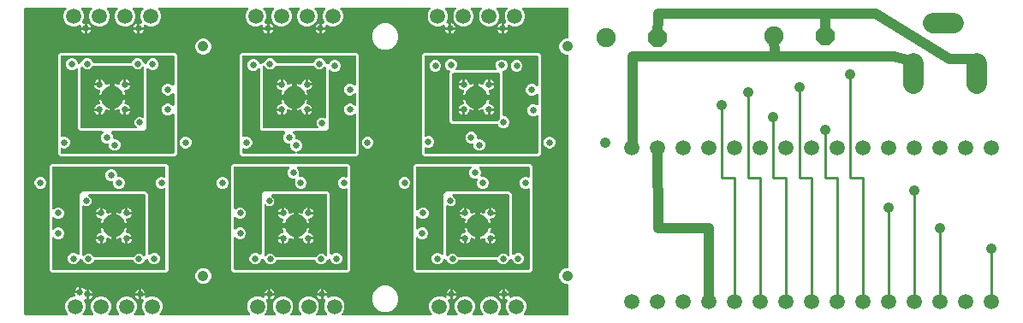
<source format=gbr>
G04 EAGLE Gerber RS-274X export*
G75*
%MOMM*%
%FSLAX34Y34*%
%LPD*%
%INBottom Copper*%
%IPPOS*%
%AMOC8*
5,1,8,0,0,1.08239X$1,22.5*%
G01*
%ADD10C,1.500000*%
%ADD11C,1.905000*%
%ADD12P,2.061953X8X22.500000*%
%ADD13C,2.000000*%
%ADD14C,0.650000*%
%ADD15C,1.050000*%
%ADD16C,1.016000*%
%ADD17C,2.250000*%
%ADD18C,0.254000*%

G36*
X541254Y261058D02*
X541254Y261058D01*
X541247Y261177D01*
X541234Y261215D01*
X541229Y261256D01*
X541186Y261366D01*
X541149Y261479D01*
X541127Y261514D01*
X541112Y261551D01*
X541043Y261647D01*
X540979Y261748D01*
X540949Y261776D01*
X540926Y261809D01*
X540834Y261885D01*
X540747Y261966D01*
X540712Y261986D01*
X540681Y262011D01*
X540573Y262062D01*
X540469Y262120D01*
X540429Y262130D01*
X540393Y262147D01*
X540276Y262169D01*
X540161Y262199D01*
X540101Y262203D01*
X540081Y262207D01*
X540060Y262205D01*
X540000Y262209D01*
X538450Y262209D01*
X535587Y263395D01*
X533395Y265587D01*
X532209Y268450D01*
X532209Y271550D01*
X533395Y274413D01*
X535587Y276605D01*
X538450Y277791D01*
X540000Y277791D01*
X540118Y277806D01*
X540237Y277813D01*
X540275Y277826D01*
X540316Y277831D01*
X540426Y277874D01*
X540539Y277911D01*
X540574Y277933D01*
X540611Y277948D01*
X540707Y278017D01*
X540808Y278081D01*
X540836Y278111D01*
X540869Y278134D01*
X540945Y278226D01*
X541026Y278313D01*
X541046Y278348D01*
X541071Y278379D01*
X541122Y278487D01*
X541180Y278591D01*
X541190Y278631D01*
X541207Y278667D01*
X541229Y278784D01*
X541259Y278899D01*
X541263Y278959D01*
X541267Y278979D01*
X541265Y279000D01*
X541269Y279060D01*
X541269Y307500D01*
X541254Y307618D01*
X541247Y307737D01*
X541234Y307775D01*
X541229Y307816D01*
X541186Y307926D01*
X541149Y308039D01*
X541127Y308074D01*
X541112Y308111D01*
X541043Y308207D01*
X540979Y308308D01*
X540949Y308336D01*
X540926Y308369D01*
X540834Y308445D01*
X540747Y308526D01*
X540712Y308546D01*
X540681Y308571D01*
X540573Y308622D01*
X540469Y308680D01*
X540429Y308690D01*
X540393Y308707D01*
X540276Y308729D01*
X540161Y308759D01*
X540101Y308763D01*
X540081Y308767D01*
X540060Y308765D01*
X540000Y308769D01*
X496595Y308769D01*
X496457Y308752D01*
X496318Y308739D01*
X496299Y308732D01*
X496279Y308729D01*
X496150Y308678D01*
X496019Y308631D01*
X496002Y308620D01*
X495984Y308612D01*
X495871Y308531D01*
X495756Y308453D01*
X495743Y308437D01*
X495726Y308426D01*
X495637Y308318D01*
X495545Y308214D01*
X495536Y308196D01*
X495523Y308181D01*
X495464Y308055D01*
X495401Y307931D01*
X495396Y307911D01*
X495388Y307893D01*
X495362Y307757D01*
X495331Y307621D01*
X495332Y307600D01*
X495328Y307581D01*
X495337Y307442D01*
X495341Y307303D01*
X495347Y307283D01*
X495348Y307263D01*
X495391Y307131D01*
X495429Y306997D01*
X495440Y306980D01*
X495446Y306961D01*
X495520Y306843D01*
X495591Y306723D01*
X495609Y306702D01*
X495616Y306692D01*
X495631Y306678D01*
X495697Y306603D01*
X496612Y305688D01*
X498141Y301997D01*
X498141Y298003D01*
X496612Y294312D01*
X493788Y291488D01*
X490097Y289959D01*
X486103Y289959D01*
X482619Y291402D01*
X482486Y291439D01*
X482352Y291480D01*
X482332Y291481D01*
X482313Y291486D01*
X482174Y291488D01*
X482035Y291495D01*
X482015Y291491D01*
X481995Y291491D01*
X481859Y291459D01*
X481723Y291431D01*
X481705Y291422D01*
X481685Y291417D01*
X481563Y291352D01*
X481438Y291291D01*
X481422Y291278D01*
X481404Y291268D01*
X481301Y291175D01*
X481196Y291084D01*
X481184Y291068D01*
X481169Y291054D01*
X481093Y290938D01*
X481012Y290824D01*
X481005Y290806D01*
X480994Y290789D01*
X480949Y290657D01*
X480900Y290527D01*
X480898Y290507D01*
X480891Y290488D01*
X480880Y290349D01*
X480865Y290211D01*
X480867Y290191D01*
X480866Y290171D01*
X480890Y290034D01*
X480909Y289896D01*
X480918Y289869D01*
X480920Y289857D01*
X480929Y289839D01*
X480961Y289744D01*
X481049Y289532D01*
X481101Y289269D01*
X477269Y289269D01*
X477269Y293101D01*
X477532Y293049D01*
X477814Y292932D01*
X477949Y292895D01*
X478081Y292854D01*
X478102Y292853D01*
X478121Y292848D01*
X478261Y292846D01*
X478399Y292839D01*
X478419Y292843D01*
X478439Y292843D01*
X478575Y292875D01*
X478711Y292903D01*
X478729Y292912D01*
X478748Y292917D01*
X478872Y292982D01*
X478996Y293043D01*
X479012Y293056D01*
X479030Y293066D01*
X479133Y293159D01*
X479238Y293249D01*
X479250Y293266D01*
X479265Y293280D01*
X479341Y293396D01*
X479421Y293509D01*
X479429Y293528D01*
X479440Y293545D01*
X479485Y293677D01*
X479534Y293807D01*
X479536Y293827D01*
X479543Y293846D01*
X479554Y293985D01*
X479569Y294123D01*
X479567Y294143D01*
X479568Y294163D01*
X479544Y294300D01*
X479525Y294438D01*
X479516Y294464D01*
X479514Y294476D01*
X479505Y294495D01*
X479473Y294590D01*
X478059Y298003D01*
X478059Y301997D01*
X479588Y305688D01*
X480503Y306603D01*
X480588Y306712D01*
X480677Y306819D01*
X480685Y306838D01*
X480698Y306854D01*
X480753Y306982D01*
X480812Y307107D01*
X480816Y307127D01*
X480824Y307146D01*
X480846Y307284D01*
X480872Y307420D01*
X480871Y307440D01*
X480874Y307460D01*
X480861Y307599D01*
X480852Y307737D01*
X480846Y307756D01*
X480844Y307776D01*
X480797Y307908D01*
X480754Y308039D01*
X480743Y308057D01*
X480736Y308076D01*
X480658Y308191D01*
X480584Y308308D01*
X480569Y308322D01*
X480558Y308339D01*
X480454Y308431D01*
X480352Y308526D01*
X480335Y308536D01*
X480319Y308549D01*
X480196Y308612D01*
X480074Y308680D01*
X480054Y308685D01*
X480036Y308694D01*
X479900Y308724D01*
X479766Y308759D01*
X479738Y308761D01*
X479726Y308764D01*
X479705Y308763D01*
X479605Y308769D01*
X471195Y308769D01*
X471057Y308752D01*
X470918Y308739D01*
X470899Y308732D01*
X470879Y308729D01*
X470750Y308678D01*
X470619Y308631D01*
X470602Y308620D01*
X470584Y308612D01*
X470471Y308531D01*
X470356Y308453D01*
X470343Y308437D01*
X470326Y308426D01*
X470237Y308318D01*
X470145Y308214D01*
X470136Y308196D01*
X470123Y308181D01*
X470064Y308055D01*
X470001Y307931D01*
X469996Y307911D01*
X469988Y307893D01*
X469962Y307757D01*
X469931Y307621D01*
X469932Y307600D01*
X469928Y307581D01*
X469937Y307442D01*
X469941Y307303D01*
X469947Y307283D01*
X469948Y307263D01*
X469991Y307131D01*
X470029Y306997D01*
X470040Y306980D01*
X470046Y306961D01*
X470120Y306843D01*
X470191Y306723D01*
X470209Y306702D01*
X470216Y306692D01*
X470231Y306678D01*
X470297Y306603D01*
X471212Y305688D01*
X472741Y301997D01*
X472741Y298003D01*
X471212Y294312D01*
X468388Y291488D01*
X464697Y289959D01*
X460703Y289959D01*
X457012Y291488D01*
X454188Y294312D01*
X452659Y298003D01*
X452659Y301997D01*
X454188Y305688D01*
X455103Y306603D01*
X455188Y306712D01*
X455277Y306819D01*
X455285Y306838D01*
X455298Y306854D01*
X455353Y306982D01*
X455412Y307107D01*
X455416Y307127D01*
X455424Y307146D01*
X455446Y307284D01*
X455472Y307420D01*
X455471Y307440D01*
X455474Y307460D01*
X455461Y307599D01*
X455452Y307737D01*
X455446Y307756D01*
X455444Y307776D01*
X455397Y307908D01*
X455354Y308039D01*
X455343Y308057D01*
X455336Y308076D01*
X455258Y308191D01*
X455184Y308308D01*
X455169Y308322D01*
X455158Y308339D01*
X455054Y308431D01*
X454952Y308526D01*
X454935Y308536D01*
X454919Y308549D01*
X454796Y308612D01*
X454674Y308680D01*
X454654Y308685D01*
X454636Y308694D01*
X454500Y308724D01*
X454366Y308759D01*
X454338Y308761D01*
X454326Y308764D01*
X454305Y308763D01*
X454205Y308769D01*
X445795Y308769D01*
X445657Y308752D01*
X445518Y308739D01*
X445499Y308732D01*
X445479Y308729D01*
X445350Y308678D01*
X445219Y308631D01*
X445202Y308620D01*
X445184Y308612D01*
X445071Y308531D01*
X444956Y308453D01*
X444943Y308437D01*
X444926Y308426D01*
X444837Y308318D01*
X444745Y308214D01*
X444736Y308196D01*
X444723Y308181D01*
X444664Y308055D01*
X444601Y307931D01*
X444596Y307911D01*
X444588Y307893D01*
X444562Y307757D01*
X444531Y307621D01*
X444532Y307600D01*
X444528Y307581D01*
X444537Y307442D01*
X444541Y307303D01*
X444547Y307283D01*
X444548Y307263D01*
X444591Y307131D01*
X444629Y306997D01*
X444640Y306980D01*
X444646Y306961D01*
X444720Y306843D01*
X444791Y306723D01*
X444809Y306702D01*
X444816Y306692D01*
X444831Y306678D01*
X444897Y306603D01*
X445812Y305688D01*
X447341Y301997D01*
X447341Y298003D01*
X445812Y294312D01*
X442988Y291488D01*
X439297Y289959D01*
X435303Y289959D01*
X431612Y291488D01*
X428788Y294312D01*
X427259Y298003D01*
X427259Y301997D01*
X428788Y305688D01*
X429703Y306603D01*
X429788Y306712D01*
X429877Y306819D01*
X429885Y306838D01*
X429898Y306854D01*
X429953Y306982D01*
X430012Y307107D01*
X430016Y307127D01*
X430024Y307146D01*
X430046Y307284D01*
X430072Y307420D01*
X430071Y307440D01*
X430074Y307460D01*
X430061Y307599D01*
X430052Y307737D01*
X430046Y307756D01*
X430044Y307776D01*
X429997Y307908D01*
X429954Y308039D01*
X429943Y308057D01*
X429936Y308076D01*
X429858Y308191D01*
X429784Y308308D01*
X429769Y308322D01*
X429758Y308339D01*
X429654Y308431D01*
X429552Y308526D01*
X429535Y308536D01*
X429519Y308549D01*
X429396Y308612D01*
X429274Y308680D01*
X429254Y308685D01*
X429236Y308694D01*
X429100Y308724D01*
X428966Y308759D01*
X428938Y308761D01*
X428926Y308764D01*
X428905Y308763D01*
X428805Y308769D01*
X420395Y308769D01*
X420257Y308752D01*
X420118Y308739D01*
X420099Y308732D01*
X420079Y308729D01*
X419950Y308678D01*
X419819Y308631D01*
X419802Y308620D01*
X419784Y308612D01*
X419671Y308531D01*
X419556Y308453D01*
X419543Y308437D01*
X419526Y308426D01*
X419437Y308318D01*
X419345Y308214D01*
X419336Y308196D01*
X419323Y308181D01*
X419264Y308055D01*
X419201Y307931D01*
X419196Y307911D01*
X419188Y307893D01*
X419162Y307757D01*
X419131Y307621D01*
X419132Y307600D01*
X419128Y307581D01*
X419137Y307442D01*
X419141Y307303D01*
X419147Y307283D01*
X419148Y307263D01*
X419191Y307131D01*
X419229Y306997D01*
X419240Y306980D01*
X419246Y306961D01*
X419320Y306843D01*
X419391Y306723D01*
X419409Y306702D01*
X419416Y306692D01*
X419431Y306678D01*
X419497Y306603D01*
X420412Y305688D01*
X421941Y301997D01*
X421941Y298003D01*
X420527Y294590D01*
X420491Y294456D01*
X420450Y294323D01*
X420449Y294303D01*
X420443Y294283D01*
X420441Y294144D01*
X420434Y294005D01*
X420438Y293986D01*
X420438Y293965D01*
X420471Y293830D01*
X420499Y293694D01*
X420508Y293676D01*
X420512Y293656D01*
X420578Y293533D01*
X420638Y293408D01*
X420652Y293393D01*
X420661Y293375D01*
X420755Y293272D01*
X420845Y293166D01*
X420861Y293155D01*
X420875Y293140D01*
X420991Y293063D01*
X421105Y292983D01*
X421124Y292976D01*
X421141Y292965D01*
X421272Y292920D01*
X421402Y292871D01*
X421422Y292868D01*
X421441Y292862D01*
X421580Y292851D01*
X421718Y292835D01*
X421738Y292838D01*
X421759Y292836D01*
X421896Y292860D01*
X422033Y292880D01*
X422060Y292889D01*
X422072Y292891D01*
X422090Y292899D01*
X422186Y292932D01*
X422468Y293049D01*
X422731Y293101D01*
X422731Y289269D01*
X418899Y289269D01*
X418951Y289532D01*
X419039Y289744D01*
X419076Y289878D01*
X419117Y290011D01*
X419118Y290031D01*
X419123Y290050D01*
X419125Y290190D01*
X419132Y290328D01*
X419128Y290348D01*
X419128Y290368D01*
X419095Y290504D01*
X419067Y290640D01*
X419059Y290658D01*
X419054Y290678D01*
X418989Y290801D01*
X418928Y290926D01*
X418915Y290941D01*
X418905Y290959D01*
X418812Y291062D01*
X418721Y291168D01*
X418705Y291179D01*
X418691Y291194D01*
X418575Y291271D01*
X418461Y291351D01*
X418442Y291358D01*
X418425Y291369D01*
X418294Y291414D01*
X418164Y291463D01*
X418144Y291466D01*
X418125Y291472D01*
X417986Y291483D01*
X417848Y291499D01*
X417828Y291496D01*
X417808Y291497D01*
X417671Y291474D01*
X417533Y291454D01*
X417506Y291445D01*
X417494Y291443D01*
X417476Y291435D01*
X417381Y291402D01*
X413897Y289959D01*
X409903Y289959D01*
X406212Y291488D01*
X403388Y294312D01*
X401859Y298003D01*
X401859Y301997D01*
X403388Y305688D01*
X404303Y306603D01*
X404388Y306712D01*
X404477Y306819D01*
X404485Y306838D01*
X404498Y306854D01*
X404553Y306982D01*
X404612Y307107D01*
X404616Y307127D01*
X404624Y307146D01*
X404646Y307284D01*
X404672Y307420D01*
X404671Y307440D01*
X404674Y307460D01*
X404661Y307599D01*
X404652Y307737D01*
X404646Y307756D01*
X404644Y307776D01*
X404597Y307908D01*
X404554Y308039D01*
X404543Y308057D01*
X404536Y308076D01*
X404458Y308191D01*
X404384Y308308D01*
X404369Y308322D01*
X404358Y308339D01*
X404254Y308431D01*
X404152Y308526D01*
X404135Y308536D01*
X404119Y308549D01*
X403996Y308612D01*
X403874Y308680D01*
X403854Y308685D01*
X403836Y308694D01*
X403700Y308724D01*
X403566Y308759D01*
X403538Y308761D01*
X403526Y308764D01*
X403505Y308763D01*
X403405Y308769D01*
X316595Y308769D01*
X316457Y308752D01*
X316318Y308739D01*
X316299Y308732D01*
X316279Y308729D01*
X316150Y308678D01*
X316019Y308631D01*
X316002Y308620D01*
X315984Y308612D01*
X315871Y308531D01*
X315756Y308453D01*
X315743Y308437D01*
X315726Y308426D01*
X315637Y308318D01*
X315545Y308214D01*
X315536Y308196D01*
X315523Y308181D01*
X315464Y308055D01*
X315401Y307931D01*
X315396Y307911D01*
X315388Y307893D01*
X315362Y307757D01*
X315331Y307621D01*
X315332Y307600D01*
X315328Y307581D01*
X315337Y307442D01*
X315341Y307303D01*
X315347Y307283D01*
X315348Y307263D01*
X315391Y307131D01*
X315429Y306997D01*
X315440Y306980D01*
X315446Y306961D01*
X315520Y306843D01*
X315591Y306723D01*
X315609Y306702D01*
X315616Y306692D01*
X315631Y306678D01*
X315697Y306603D01*
X316612Y305688D01*
X318141Y301997D01*
X318141Y298003D01*
X316612Y294312D01*
X313788Y291488D01*
X310097Y289959D01*
X306103Y289959D01*
X302619Y291402D01*
X302486Y291439D01*
X302352Y291480D01*
X302332Y291481D01*
X302313Y291486D01*
X302174Y291488D01*
X302035Y291495D01*
X302015Y291491D01*
X301995Y291491D01*
X301859Y291459D01*
X301723Y291431D01*
X301705Y291422D01*
X301685Y291417D01*
X301563Y291352D01*
X301438Y291291D01*
X301422Y291278D01*
X301404Y291268D01*
X301301Y291175D01*
X301196Y291084D01*
X301184Y291068D01*
X301169Y291054D01*
X301093Y290938D01*
X301012Y290824D01*
X301005Y290806D01*
X300994Y290789D01*
X300949Y290657D01*
X300900Y290527D01*
X300898Y290507D01*
X300891Y290488D01*
X300880Y290349D01*
X300865Y290211D01*
X300867Y290191D01*
X300866Y290171D01*
X300890Y290034D01*
X300909Y289896D01*
X300918Y289869D01*
X300920Y289857D01*
X300929Y289839D01*
X300961Y289744D01*
X301049Y289532D01*
X301101Y289269D01*
X297269Y289269D01*
X297269Y293101D01*
X297532Y293049D01*
X297814Y292932D01*
X297949Y292895D01*
X298081Y292854D01*
X298102Y292853D01*
X298121Y292848D01*
X298261Y292846D01*
X298399Y292839D01*
X298419Y292843D01*
X298439Y292843D01*
X298574Y292875D01*
X298711Y292903D01*
X298729Y292912D01*
X298748Y292917D01*
X298871Y292982D01*
X298996Y293043D01*
X299012Y293056D01*
X299030Y293066D01*
X299133Y293159D01*
X299238Y293249D01*
X299250Y293266D01*
X299265Y293280D01*
X299341Y293396D01*
X299421Y293509D01*
X299429Y293528D01*
X299440Y293545D01*
X299485Y293677D01*
X299534Y293807D01*
X299536Y293827D01*
X299543Y293846D01*
X299554Y293985D01*
X299569Y294123D01*
X299567Y294143D01*
X299568Y294163D01*
X299544Y294300D01*
X299525Y294438D01*
X299516Y294464D01*
X299514Y294476D01*
X299505Y294495D01*
X299473Y294590D01*
X298059Y298003D01*
X298059Y301997D01*
X299588Y305688D01*
X300503Y306603D01*
X300588Y306712D01*
X300677Y306819D01*
X300685Y306838D01*
X300698Y306854D01*
X300753Y306982D01*
X300812Y307107D01*
X300816Y307127D01*
X300824Y307146D01*
X300846Y307284D01*
X300872Y307420D01*
X300871Y307440D01*
X300874Y307460D01*
X300861Y307599D01*
X300852Y307737D01*
X300846Y307756D01*
X300844Y307776D01*
X300797Y307908D01*
X300754Y308039D01*
X300743Y308057D01*
X300736Y308076D01*
X300658Y308191D01*
X300584Y308308D01*
X300569Y308322D01*
X300558Y308339D01*
X300454Y308431D01*
X300352Y308526D01*
X300335Y308536D01*
X300319Y308549D01*
X300196Y308612D01*
X300074Y308680D01*
X300054Y308685D01*
X300036Y308694D01*
X299900Y308724D01*
X299766Y308759D01*
X299738Y308761D01*
X299726Y308764D01*
X299705Y308763D01*
X299605Y308769D01*
X291195Y308769D01*
X291057Y308752D01*
X290918Y308739D01*
X290899Y308732D01*
X290879Y308729D01*
X290750Y308678D01*
X290619Y308631D01*
X290602Y308620D01*
X290584Y308612D01*
X290471Y308531D01*
X290356Y308453D01*
X290343Y308437D01*
X290326Y308426D01*
X290237Y308318D01*
X290145Y308214D01*
X290136Y308196D01*
X290123Y308181D01*
X290064Y308055D01*
X290001Y307931D01*
X289996Y307911D01*
X289988Y307893D01*
X289962Y307757D01*
X289931Y307621D01*
X289932Y307600D01*
X289928Y307581D01*
X289937Y307442D01*
X289941Y307303D01*
X289947Y307283D01*
X289948Y307263D01*
X289991Y307131D01*
X290029Y306997D01*
X290040Y306980D01*
X290046Y306961D01*
X290120Y306843D01*
X290191Y306723D01*
X290209Y306702D01*
X290216Y306692D01*
X290231Y306678D01*
X290297Y306603D01*
X291212Y305688D01*
X292741Y301997D01*
X292741Y298003D01*
X291212Y294312D01*
X288388Y291488D01*
X284697Y289959D01*
X280703Y289959D01*
X277012Y291488D01*
X274188Y294312D01*
X272659Y298003D01*
X272659Y301997D01*
X274188Y305688D01*
X275103Y306603D01*
X275188Y306712D01*
X275277Y306819D01*
X275285Y306838D01*
X275298Y306854D01*
X275353Y306982D01*
X275412Y307107D01*
X275416Y307127D01*
X275424Y307146D01*
X275446Y307284D01*
X275472Y307420D01*
X275471Y307440D01*
X275474Y307460D01*
X275461Y307599D01*
X275452Y307737D01*
X275446Y307756D01*
X275444Y307776D01*
X275397Y307908D01*
X275354Y308039D01*
X275343Y308057D01*
X275336Y308076D01*
X275258Y308191D01*
X275184Y308308D01*
X275169Y308322D01*
X275158Y308339D01*
X275054Y308431D01*
X274952Y308526D01*
X274935Y308536D01*
X274919Y308549D01*
X274796Y308612D01*
X274674Y308680D01*
X274654Y308685D01*
X274636Y308694D01*
X274500Y308724D01*
X274366Y308759D01*
X274338Y308761D01*
X274326Y308764D01*
X274305Y308763D01*
X274205Y308769D01*
X265795Y308769D01*
X265657Y308752D01*
X265518Y308739D01*
X265499Y308732D01*
X265479Y308729D01*
X265350Y308678D01*
X265219Y308631D01*
X265202Y308620D01*
X265184Y308612D01*
X265071Y308531D01*
X264956Y308453D01*
X264943Y308437D01*
X264926Y308426D01*
X264837Y308318D01*
X264745Y308214D01*
X264736Y308196D01*
X264723Y308181D01*
X264664Y308055D01*
X264601Y307931D01*
X264596Y307911D01*
X264588Y307893D01*
X264562Y307757D01*
X264531Y307621D01*
X264532Y307600D01*
X264528Y307581D01*
X264537Y307442D01*
X264541Y307303D01*
X264547Y307283D01*
X264548Y307263D01*
X264591Y307131D01*
X264629Y306997D01*
X264640Y306980D01*
X264646Y306961D01*
X264720Y306843D01*
X264791Y306723D01*
X264809Y306702D01*
X264816Y306692D01*
X264831Y306678D01*
X264897Y306603D01*
X265812Y305688D01*
X267341Y301997D01*
X267341Y298003D01*
X265812Y294312D01*
X262988Y291488D01*
X259297Y289959D01*
X255303Y289959D01*
X251612Y291488D01*
X248788Y294312D01*
X247259Y298003D01*
X247259Y301997D01*
X248788Y305688D01*
X249703Y306603D01*
X249788Y306712D01*
X249877Y306819D01*
X249885Y306838D01*
X249898Y306854D01*
X249953Y306982D01*
X250012Y307107D01*
X250016Y307127D01*
X250024Y307146D01*
X250046Y307284D01*
X250072Y307420D01*
X250071Y307440D01*
X250074Y307460D01*
X250061Y307599D01*
X250052Y307737D01*
X250046Y307756D01*
X250044Y307776D01*
X249997Y307908D01*
X249954Y308039D01*
X249943Y308057D01*
X249936Y308076D01*
X249858Y308191D01*
X249784Y308308D01*
X249769Y308322D01*
X249758Y308339D01*
X249654Y308431D01*
X249552Y308526D01*
X249535Y308536D01*
X249519Y308549D01*
X249396Y308612D01*
X249274Y308680D01*
X249254Y308685D01*
X249236Y308694D01*
X249100Y308724D01*
X248966Y308759D01*
X248938Y308761D01*
X248926Y308764D01*
X248905Y308763D01*
X248805Y308769D01*
X240395Y308769D01*
X240257Y308752D01*
X240118Y308739D01*
X240099Y308732D01*
X240079Y308729D01*
X239950Y308678D01*
X239819Y308631D01*
X239802Y308620D01*
X239784Y308612D01*
X239671Y308531D01*
X239556Y308453D01*
X239543Y308437D01*
X239526Y308426D01*
X239437Y308318D01*
X239345Y308214D01*
X239336Y308196D01*
X239323Y308181D01*
X239264Y308055D01*
X239201Y307931D01*
X239196Y307911D01*
X239188Y307893D01*
X239162Y307757D01*
X239131Y307621D01*
X239132Y307600D01*
X239128Y307581D01*
X239137Y307442D01*
X239141Y307303D01*
X239147Y307283D01*
X239148Y307263D01*
X239191Y307131D01*
X239229Y306997D01*
X239240Y306980D01*
X239246Y306961D01*
X239320Y306843D01*
X239391Y306723D01*
X239409Y306702D01*
X239416Y306692D01*
X239431Y306678D01*
X239497Y306603D01*
X240412Y305688D01*
X241941Y301997D01*
X241941Y298003D01*
X240527Y294590D01*
X240491Y294456D01*
X240450Y294323D01*
X240449Y294303D01*
X240443Y294283D01*
X240441Y294144D01*
X240434Y294005D01*
X240438Y293986D01*
X240438Y293965D01*
X240471Y293830D01*
X240499Y293694D01*
X240508Y293676D01*
X240512Y293656D01*
X240578Y293533D01*
X240638Y293408D01*
X240652Y293393D01*
X240661Y293375D01*
X240755Y293272D01*
X240845Y293166D01*
X240861Y293155D01*
X240875Y293140D01*
X240991Y293063D01*
X241105Y292983D01*
X241124Y292976D01*
X241141Y292965D01*
X241272Y292920D01*
X241402Y292871D01*
X241422Y292868D01*
X241441Y292862D01*
X241580Y292851D01*
X241718Y292835D01*
X241738Y292838D01*
X241759Y292836D01*
X241896Y292860D01*
X242033Y292880D01*
X242060Y292889D01*
X242072Y292891D01*
X242090Y292899D01*
X242186Y292932D01*
X242468Y293049D01*
X242731Y293101D01*
X242731Y289269D01*
X238899Y289269D01*
X238951Y289532D01*
X239039Y289744D01*
X239076Y289878D01*
X239117Y290011D01*
X239118Y290031D01*
X239123Y290050D01*
X239125Y290190D01*
X239132Y290328D01*
X239128Y290348D01*
X239128Y290368D01*
X239096Y290504D01*
X239067Y290640D01*
X239059Y290658D01*
X239054Y290678D01*
X238989Y290801D01*
X238928Y290926D01*
X238915Y290941D01*
X238905Y290959D01*
X238812Y291062D01*
X238721Y291168D01*
X238705Y291179D01*
X238691Y291194D01*
X238575Y291271D01*
X238461Y291351D01*
X238442Y291358D01*
X238426Y291369D01*
X238294Y291414D01*
X238164Y291463D01*
X238144Y291466D01*
X238125Y291472D01*
X237986Y291483D01*
X237848Y291499D01*
X237828Y291496D01*
X237808Y291497D01*
X237671Y291474D01*
X237533Y291454D01*
X237506Y291445D01*
X237494Y291443D01*
X237476Y291435D01*
X237381Y291402D01*
X233897Y289959D01*
X229903Y289959D01*
X226212Y291488D01*
X223388Y294312D01*
X221859Y298003D01*
X221859Y301997D01*
X223388Y305688D01*
X224303Y306603D01*
X224388Y306712D01*
X224477Y306819D01*
X224485Y306838D01*
X224498Y306854D01*
X224553Y306982D01*
X224612Y307107D01*
X224616Y307127D01*
X224624Y307146D01*
X224646Y307284D01*
X224672Y307420D01*
X224671Y307440D01*
X224674Y307460D01*
X224661Y307599D01*
X224652Y307737D01*
X224646Y307756D01*
X224644Y307776D01*
X224597Y307908D01*
X224554Y308039D01*
X224543Y308057D01*
X224536Y308076D01*
X224458Y308191D01*
X224384Y308308D01*
X224369Y308322D01*
X224358Y308339D01*
X224254Y308431D01*
X224152Y308526D01*
X224135Y308536D01*
X224119Y308549D01*
X223996Y308612D01*
X223874Y308680D01*
X223854Y308685D01*
X223836Y308694D01*
X223700Y308724D01*
X223566Y308759D01*
X223538Y308761D01*
X223526Y308764D01*
X223505Y308763D01*
X223405Y308769D01*
X136595Y308769D01*
X136457Y308752D01*
X136318Y308739D01*
X136299Y308732D01*
X136279Y308729D01*
X136150Y308678D01*
X136019Y308631D01*
X136002Y308620D01*
X135984Y308612D01*
X135871Y308531D01*
X135756Y308453D01*
X135743Y308437D01*
X135726Y308426D01*
X135637Y308318D01*
X135545Y308214D01*
X135536Y308196D01*
X135523Y308181D01*
X135464Y308055D01*
X135401Y307931D01*
X135396Y307911D01*
X135388Y307893D01*
X135362Y307757D01*
X135331Y307621D01*
X135332Y307600D01*
X135328Y307581D01*
X135337Y307442D01*
X135341Y307303D01*
X135347Y307283D01*
X135348Y307263D01*
X135391Y307131D01*
X135429Y306997D01*
X135440Y306980D01*
X135446Y306961D01*
X135520Y306843D01*
X135591Y306723D01*
X135609Y306702D01*
X135616Y306692D01*
X135631Y306678D01*
X135697Y306603D01*
X136612Y305688D01*
X138141Y301997D01*
X138141Y298003D01*
X136612Y294312D01*
X133788Y291488D01*
X130097Y289959D01*
X126103Y289959D01*
X122619Y291402D01*
X122486Y291439D01*
X122352Y291480D01*
X122332Y291481D01*
X122313Y291486D01*
X122174Y291488D01*
X122035Y291495D01*
X122015Y291491D01*
X121995Y291491D01*
X121859Y291459D01*
X121723Y291431D01*
X121705Y291422D01*
X121685Y291417D01*
X121563Y291352D01*
X121438Y291291D01*
X121422Y291278D01*
X121404Y291268D01*
X121302Y291175D01*
X121196Y291084D01*
X121184Y291068D01*
X121169Y291054D01*
X121092Y290937D01*
X121012Y290824D01*
X121005Y290806D01*
X120994Y290789D01*
X120949Y290657D01*
X120900Y290527D01*
X120898Y290507D01*
X120891Y290488D01*
X120880Y290349D01*
X120865Y290211D01*
X120867Y290191D01*
X120866Y290171D01*
X120890Y290033D01*
X120909Y289896D01*
X120918Y289870D01*
X120920Y289857D01*
X120929Y289839D01*
X120961Y289744D01*
X121049Y289532D01*
X121101Y289269D01*
X117269Y289269D01*
X117269Y293101D01*
X117532Y293049D01*
X117814Y292932D01*
X117949Y292895D01*
X118081Y292854D01*
X118102Y292853D01*
X118121Y292848D01*
X118261Y292846D01*
X118399Y292839D01*
X118419Y292843D01*
X118439Y292843D01*
X118574Y292875D01*
X118711Y292903D01*
X118729Y292912D01*
X118748Y292917D01*
X118871Y292982D01*
X118996Y293043D01*
X119012Y293056D01*
X119030Y293066D01*
X119133Y293159D01*
X119238Y293249D01*
X119250Y293266D01*
X119265Y293280D01*
X119341Y293396D01*
X119421Y293509D01*
X119429Y293528D01*
X119440Y293545D01*
X119485Y293677D01*
X119534Y293807D01*
X119536Y293827D01*
X119543Y293846D01*
X119554Y293985D01*
X119569Y294123D01*
X119567Y294143D01*
X119568Y294163D01*
X119544Y294300D01*
X119525Y294438D01*
X119516Y294464D01*
X119514Y294476D01*
X119505Y294495D01*
X119473Y294590D01*
X118059Y298003D01*
X118059Y301997D01*
X119588Y305688D01*
X120503Y306603D01*
X120588Y306712D01*
X120677Y306819D01*
X120685Y306838D01*
X120698Y306854D01*
X120753Y306982D01*
X120812Y307107D01*
X120816Y307127D01*
X120824Y307146D01*
X120846Y307284D01*
X120872Y307420D01*
X120871Y307440D01*
X120874Y307460D01*
X120861Y307599D01*
X120852Y307737D01*
X120846Y307756D01*
X120844Y307776D01*
X120797Y307908D01*
X120754Y308039D01*
X120743Y308057D01*
X120736Y308076D01*
X120658Y308191D01*
X120584Y308308D01*
X120569Y308322D01*
X120558Y308339D01*
X120454Y308431D01*
X120352Y308526D01*
X120335Y308536D01*
X120319Y308549D01*
X120196Y308612D01*
X120074Y308680D01*
X120054Y308685D01*
X120036Y308694D01*
X119900Y308724D01*
X119766Y308759D01*
X119738Y308761D01*
X119726Y308764D01*
X119705Y308763D01*
X119605Y308769D01*
X111195Y308769D01*
X111057Y308752D01*
X110918Y308739D01*
X110899Y308732D01*
X110879Y308729D01*
X110750Y308678D01*
X110619Y308631D01*
X110602Y308620D01*
X110584Y308612D01*
X110471Y308531D01*
X110356Y308453D01*
X110343Y308437D01*
X110326Y308426D01*
X110237Y308318D01*
X110145Y308214D01*
X110136Y308196D01*
X110123Y308181D01*
X110064Y308055D01*
X110001Y307931D01*
X109996Y307911D01*
X109988Y307893D01*
X109962Y307757D01*
X109931Y307621D01*
X109932Y307600D01*
X109928Y307581D01*
X109937Y307442D01*
X109941Y307303D01*
X109947Y307283D01*
X109948Y307263D01*
X109991Y307131D01*
X110029Y306997D01*
X110040Y306980D01*
X110046Y306961D01*
X110120Y306843D01*
X110191Y306723D01*
X110209Y306702D01*
X110216Y306692D01*
X110231Y306678D01*
X110297Y306603D01*
X111212Y305688D01*
X112741Y301997D01*
X112741Y298003D01*
X111212Y294312D01*
X108388Y291488D01*
X104697Y289959D01*
X100703Y289959D01*
X97012Y291488D01*
X94188Y294312D01*
X92659Y298003D01*
X92659Y301997D01*
X94188Y305688D01*
X95103Y306603D01*
X95188Y306712D01*
X95277Y306819D01*
X95285Y306838D01*
X95298Y306854D01*
X95353Y306982D01*
X95412Y307107D01*
X95416Y307127D01*
X95424Y307146D01*
X95446Y307284D01*
X95472Y307420D01*
X95471Y307440D01*
X95474Y307460D01*
X95461Y307599D01*
X95452Y307737D01*
X95446Y307756D01*
X95444Y307776D01*
X95397Y307908D01*
X95354Y308039D01*
X95343Y308057D01*
X95336Y308076D01*
X95258Y308191D01*
X95184Y308308D01*
X95169Y308322D01*
X95158Y308339D01*
X95054Y308431D01*
X94952Y308526D01*
X94935Y308536D01*
X94919Y308549D01*
X94796Y308612D01*
X94674Y308680D01*
X94654Y308685D01*
X94636Y308694D01*
X94500Y308724D01*
X94366Y308759D01*
X94338Y308761D01*
X94326Y308764D01*
X94305Y308763D01*
X94205Y308769D01*
X85795Y308769D01*
X85657Y308752D01*
X85518Y308739D01*
X85499Y308732D01*
X85479Y308729D01*
X85350Y308678D01*
X85219Y308631D01*
X85202Y308620D01*
X85184Y308612D01*
X85071Y308531D01*
X84956Y308453D01*
X84943Y308437D01*
X84926Y308426D01*
X84837Y308318D01*
X84745Y308214D01*
X84736Y308196D01*
X84723Y308181D01*
X84664Y308055D01*
X84601Y307931D01*
X84596Y307911D01*
X84588Y307893D01*
X84562Y307757D01*
X84531Y307621D01*
X84532Y307600D01*
X84528Y307581D01*
X84537Y307442D01*
X84541Y307303D01*
X84547Y307283D01*
X84548Y307263D01*
X84591Y307131D01*
X84629Y306997D01*
X84640Y306980D01*
X84646Y306961D01*
X84720Y306843D01*
X84791Y306723D01*
X84809Y306702D01*
X84816Y306692D01*
X84831Y306678D01*
X84897Y306603D01*
X85812Y305688D01*
X87341Y301997D01*
X87341Y298003D01*
X85812Y294312D01*
X82988Y291488D01*
X79297Y289959D01*
X75303Y289959D01*
X71612Y291488D01*
X68788Y294312D01*
X67259Y298003D01*
X67259Y301997D01*
X68788Y305688D01*
X69703Y306603D01*
X69788Y306712D01*
X69877Y306819D01*
X69885Y306838D01*
X69898Y306854D01*
X69953Y306982D01*
X70012Y307107D01*
X70016Y307127D01*
X70024Y307146D01*
X70046Y307284D01*
X70072Y307420D01*
X70071Y307440D01*
X70074Y307460D01*
X70061Y307599D01*
X70052Y307737D01*
X70046Y307756D01*
X70044Y307776D01*
X69997Y307908D01*
X69954Y308039D01*
X69943Y308057D01*
X69936Y308076D01*
X69858Y308191D01*
X69784Y308308D01*
X69769Y308322D01*
X69758Y308339D01*
X69654Y308431D01*
X69552Y308526D01*
X69535Y308536D01*
X69519Y308549D01*
X69396Y308612D01*
X69274Y308680D01*
X69254Y308685D01*
X69236Y308694D01*
X69100Y308724D01*
X68966Y308759D01*
X68938Y308761D01*
X68926Y308764D01*
X68905Y308763D01*
X68805Y308769D01*
X60395Y308769D01*
X60257Y308752D01*
X60118Y308739D01*
X60099Y308732D01*
X60079Y308729D01*
X59950Y308678D01*
X59819Y308631D01*
X59802Y308620D01*
X59784Y308612D01*
X59671Y308531D01*
X59556Y308453D01*
X59543Y308437D01*
X59526Y308426D01*
X59437Y308318D01*
X59345Y308214D01*
X59336Y308196D01*
X59323Y308181D01*
X59264Y308055D01*
X59201Y307931D01*
X59196Y307911D01*
X59188Y307893D01*
X59162Y307757D01*
X59131Y307621D01*
X59132Y307600D01*
X59128Y307581D01*
X59137Y307442D01*
X59141Y307303D01*
X59147Y307283D01*
X59148Y307263D01*
X59191Y307131D01*
X59229Y306997D01*
X59240Y306980D01*
X59246Y306961D01*
X59320Y306843D01*
X59391Y306723D01*
X59409Y306702D01*
X59416Y306692D01*
X59431Y306678D01*
X59497Y306603D01*
X60412Y305688D01*
X61941Y301997D01*
X61941Y298003D01*
X60527Y294590D01*
X60491Y294456D01*
X60450Y294323D01*
X60449Y294303D01*
X60443Y294283D01*
X60441Y294144D01*
X60434Y294005D01*
X60438Y293986D01*
X60438Y293965D01*
X60471Y293830D01*
X60499Y293694D01*
X60508Y293676D01*
X60512Y293656D01*
X60578Y293533D01*
X60638Y293408D01*
X60652Y293393D01*
X60661Y293375D01*
X60755Y293272D01*
X60845Y293166D01*
X60861Y293155D01*
X60875Y293140D01*
X60991Y293063D01*
X61105Y292983D01*
X61124Y292976D01*
X61141Y292965D01*
X61272Y292920D01*
X61402Y292871D01*
X61422Y292868D01*
X61441Y292862D01*
X61580Y292851D01*
X61718Y292835D01*
X61738Y292838D01*
X61759Y292836D01*
X61896Y292860D01*
X62033Y292880D01*
X62060Y292889D01*
X62072Y292891D01*
X62090Y292899D01*
X62186Y292932D01*
X62468Y293049D01*
X62731Y293101D01*
X62731Y289269D01*
X58899Y289269D01*
X58951Y289532D01*
X59039Y289744D01*
X59076Y289878D01*
X59117Y290011D01*
X59118Y290031D01*
X59123Y290050D01*
X59125Y290190D01*
X59132Y290328D01*
X59128Y290348D01*
X59128Y290368D01*
X59096Y290504D01*
X59067Y290640D01*
X59059Y290658D01*
X59054Y290678D01*
X58989Y290801D01*
X58928Y290926D01*
X58915Y290941D01*
X58905Y290959D01*
X58812Y291062D01*
X58721Y291168D01*
X58705Y291179D01*
X58691Y291194D01*
X58575Y291271D01*
X58461Y291351D01*
X58442Y291358D01*
X58426Y291369D01*
X58294Y291414D01*
X58164Y291463D01*
X58144Y291466D01*
X58125Y291472D01*
X57986Y291483D01*
X57848Y291499D01*
X57828Y291496D01*
X57808Y291497D01*
X57671Y291474D01*
X57533Y291454D01*
X57506Y291445D01*
X57494Y291443D01*
X57476Y291435D01*
X57381Y291402D01*
X53897Y289959D01*
X49903Y289959D01*
X46212Y291488D01*
X43388Y294312D01*
X41859Y298003D01*
X41859Y301997D01*
X43388Y305688D01*
X44303Y306603D01*
X44388Y306712D01*
X44477Y306819D01*
X44485Y306838D01*
X44498Y306854D01*
X44553Y306982D01*
X44612Y307107D01*
X44616Y307127D01*
X44624Y307146D01*
X44646Y307284D01*
X44672Y307420D01*
X44671Y307440D01*
X44674Y307460D01*
X44661Y307599D01*
X44652Y307737D01*
X44646Y307756D01*
X44644Y307776D01*
X44597Y307908D01*
X44554Y308039D01*
X44543Y308057D01*
X44536Y308076D01*
X44458Y308191D01*
X44384Y308308D01*
X44369Y308322D01*
X44358Y308339D01*
X44254Y308431D01*
X44152Y308526D01*
X44135Y308536D01*
X44119Y308549D01*
X43996Y308612D01*
X43874Y308680D01*
X43854Y308685D01*
X43836Y308694D01*
X43700Y308724D01*
X43566Y308759D01*
X43538Y308761D01*
X43526Y308764D01*
X43505Y308763D01*
X43405Y308769D01*
X4318Y308769D01*
X4200Y308754D01*
X4081Y308747D01*
X4043Y308734D01*
X4002Y308729D01*
X3892Y308686D01*
X3779Y308649D01*
X3744Y308627D01*
X3707Y308612D01*
X3611Y308543D01*
X3510Y308479D01*
X3482Y308449D01*
X3449Y308426D01*
X3373Y308334D01*
X3292Y308247D01*
X3272Y308212D01*
X3247Y308181D01*
X3196Y308073D01*
X3138Y307969D01*
X3128Y307929D01*
X3111Y307893D01*
X3089Y307776D01*
X3059Y307661D01*
X3055Y307601D01*
X3051Y307581D01*
X3053Y307560D01*
X3049Y307500D01*
X3049Y5000D01*
X3064Y4882D01*
X3071Y4763D01*
X3084Y4725D01*
X3089Y4684D01*
X3132Y4574D01*
X3169Y4461D01*
X3191Y4426D01*
X3206Y4389D01*
X3275Y4293D01*
X3339Y4192D01*
X3369Y4164D01*
X3392Y4131D01*
X3484Y4055D01*
X3571Y3974D01*
X3606Y3954D01*
X3637Y3929D01*
X3745Y3878D01*
X3849Y3820D01*
X3889Y3810D01*
X3925Y3793D01*
X4042Y3771D01*
X4157Y3741D01*
X4217Y3737D01*
X4237Y3733D01*
X4258Y3735D01*
X4318Y3731D01*
X44905Y3731D01*
X45043Y3748D01*
X45182Y3761D01*
X45201Y3768D01*
X45221Y3771D01*
X45350Y3822D01*
X45481Y3869D01*
X45498Y3880D01*
X45516Y3888D01*
X45629Y3969D01*
X45744Y4047D01*
X45757Y4063D01*
X45774Y4074D01*
X45863Y4182D01*
X45955Y4286D01*
X45964Y4304D01*
X45977Y4319D01*
X46036Y4445D01*
X46099Y4569D01*
X46104Y4589D01*
X46112Y4607D01*
X46138Y4743D01*
X46169Y4879D01*
X46168Y4900D01*
X46172Y4919D01*
X46163Y5058D01*
X46159Y5197D01*
X46153Y5217D01*
X46152Y5237D01*
X46109Y5369D01*
X46071Y5503D01*
X46060Y5520D01*
X46054Y5539D01*
X45980Y5657D01*
X45909Y5777D01*
X45891Y5798D01*
X45884Y5808D01*
X45869Y5822D01*
X45803Y5897D01*
X44888Y6812D01*
X43359Y10503D01*
X43359Y14497D01*
X44888Y18188D01*
X47712Y21012D01*
X51403Y22541D01*
X52290Y22541D01*
X52305Y22543D01*
X52319Y22541D01*
X52462Y22562D01*
X52606Y22581D01*
X52619Y22586D01*
X52634Y22588D01*
X52767Y22645D01*
X52901Y22698D01*
X52913Y22706D01*
X52927Y22712D01*
X53042Y22800D01*
X53159Y22884D01*
X53168Y22896D01*
X53180Y22905D01*
X53269Y23018D01*
X53361Y23129D01*
X53368Y23143D01*
X53377Y23154D01*
X53435Y23287D01*
X53497Y23417D01*
X53500Y23432D01*
X53506Y23445D01*
X53530Y23588D01*
X53557Y23729D01*
X53556Y23744D01*
X53558Y23759D01*
X53546Y23903D01*
X53537Y24047D01*
X53532Y24061D01*
X53531Y24076D01*
X53483Y24213D01*
X53439Y24349D01*
X53431Y24362D01*
X53426Y24376D01*
X53347Y24512D01*
X52951Y25468D01*
X52899Y25731D01*
X58000Y25731D01*
X58118Y25746D01*
X58237Y25753D01*
X58275Y25765D01*
X58315Y25770D01*
X58426Y25814D01*
X58539Y25851D01*
X58573Y25873D01*
X58611Y25887D01*
X58707Y25957D01*
X58808Y26021D01*
X58808Y26022D01*
X58836Y26051D01*
X58868Y26074D01*
X58869Y26075D01*
X58945Y26167D01*
X59026Y26253D01*
X59046Y26289D01*
X59072Y26320D01*
X59122Y26427D01*
X59180Y26532D01*
X59190Y26571D01*
X59207Y26607D01*
X59229Y26724D01*
X59259Y26840D01*
X59263Y26900D01*
X59267Y26920D01*
X59266Y26940D01*
X59269Y27000D01*
X59269Y32101D01*
X59532Y32049D01*
X60487Y31653D01*
X61347Y31079D01*
X62078Y30347D01*
X62327Y29975D01*
X62428Y29859D01*
X62528Y29742D01*
X62532Y29739D01*
X62536Y29735D01*
X62662Y29647D01*
X62788Y29559D01*
X62793Y29557D01*
X62797Y29554D01*
X62942Y29500D01*
X63085Y29446D01*
X63090Y29446D01*
X63096Y29444D01*
X63247Y29428D01*
X63401Y29411D01*
X63407Y29412D01*
X63412Y29411D01*
X63562Y29434D01*
X63716Y29455D01*
X63723Y29458D01*
X63726Y29458D01*
X63735Y29462D01*
X63868Y29507D01*
X63968Y29549D01*
X64231Y29601D01*
X64231Y24500D01*
X64231Y19399D01*
X63968Y19451D01*
X63686Y19568D01*
X63551Y19605D01*
X63419Y19646D01*
X63398Y19647D01*
X63379Y19652D01*
X63239Y19654D01*
X63101Y19661D01*
X63081Y19657D01*
X63061Y19657D01*
X62926Y19625D01*
X62789Y19597D01*
X62771Y19588D01*
X62752Y19583D01*
X62629Y19518D01*
X62504Y19457D01*
X62488Y19444D01*
X62470Y19434D01*
X62367Y19341D01*
X62262Y19251D01*
X62250Y19234D01*
X62235Y19220D01*
X62159Y19104D01*
X62079Y18991D01*
X62071Y18972D01*
X62060Y18955D01*
X62015Y18823D01*
X61966Y18693D01*
X61964Y18673D01*
X61957Y18654D01*
X61946Y18515D01*
X61931Y18377D01*
X61933Y18357D01*
X61932Y18337D01*
X61956Y18199D01*
X61975Y18062D01*
X61984Y18036D01*
X61986Y18024D01*
X61995Y18005D01*
X62027Y17910D01*
X63441Y14497D01*
X63441Y10503D01*
X61912Y6812D01*
X60997Y5897D01*
X60912Y5788D01*
X60823Y5681D01*
X60815Y5662D01*
X60802Y5646D01*
X60747Y5518D01*
X60688Y5393D01*
X60684Y5373D01*
X60676Y5354D01*
X60654Y5216D01*
X60628Y5080D01*
X60629Y5060D01*
X60626Y5040D01*
X60639Y4901D01*
X60648Y4763D01*
X60654Y4744D01*
X60656Y4724D01*
X60703Y4592D01*
X60746Y4461D01*
X60757Y4443D01*
X60764Y4424D01*
X60842Y4309D01*
X60916Y4192D01*
X60931Y4178D01*
X60942Y4161D01*
X61046Y4069D01*
X61148Y3974D01*
X61165Y3964D01*
X61181Y3951D01*
X61304Y3887D01*
X61426Y3820D01*
X61446Y3815D01*
X61464Y3806D01*
X61600Y3776D01*
X61734Y3741D01*
X61762Y3739D01*
X61774Y3736D01*
X61795Y3737D01*
X61895Y3731D01*
X70305Y3731D01*
X70443Y3748D01*
X70582Y3761D01*
X70601Y3768D01*
X70621Y3771D01*
X70750Y3822D01*
X70881Y3869D01*
X70898Y3880D01*
X70916Y3888D01*
X71029Y3969D01*
X71144Y4047D01*
X71157Y4063D01*
X71174Y4074D01*
X71263Y4182D01*
X71355Y4286D01*
X71364Y4304D01*
X71377Y4319D01*
X71436Y4445D01*
X71499Y4569D01*
X71504Y4589D01*
X71512Y4607D01*
X71538Y4743D01*
X71569Y4879D01*
X71568Y4900D01*
X71572Y4919D01*
X71563Y5058D01*
X71559Y5197D01*
X71553Y5217D01*
X71552Y5237D01*
X71509Y5369D01*
X71471Y5503D01*
X71460Y5520D01*
X71454Y5539D01*
X71380Y5657D01*
X71309Y5777D01*
X71291Y5798D01*
X71284Y5808D01*
X71269Y5822D01*
X71203Y5897D01*
X70288Y6812D01*
X68759Y10503D01*
X68759Y14497D01*
X70288Y18188D01*
X73112Y21012D01*
X76803Y22541D01*
X80797Y22541D01*
X84488Y21012D01*
X87312Y18188D01*
X88841Y14497D01*
X88841Y10503D01*
X87312Y6812D01*
X86397Y5897D01*
X86312Y5788D01*
X86223Y5681D01*
X86215Y5662D01*
X86202Y5646D01*
X86147Y5518D01*
X86088Y5393D01*
X86084Y5373D01*
X86076Y5354D01*
X86054Y5216D01*
X86028Y5080D01*
X86029Y5060D01*
X86026Y5040D01*
X86039Y4901D01*
X86048Y4763D01*
X86054Y4744D01*
X86056Y4724D01*
X86103Y4592D01*
X86146Y4461D01*
X86157Y4443D01*
X86164Y4424D01*
X86242Y4309D01*
X86316Y4192D01*
X86331Y4178D01*
X86342Y4161D01*
X86446Y4069D01*
X86548Y3974D01*
X86565Y3964D01*
X86581Y3951D01*
X86704Y3887D01*
X86826Y3820D01*
X86846Y3815D01*
X86864Y3806D01*
X87000Y3776D01*
X87134Y3741D01*
X87162Y3739D01*
X87174Y3736D01*
X87195Y3737D01*
X87295Y3731D01*
X95705Y3731D01*
X95843Y3748D01*
X95982Y3761D01*
X96001Y3768D01*
X96021Y3771D01*
X96150Y3822D01*
X96281Y3869D01*
X96298Y3880D01*
X96316Y3888D01*
X96429Y3969D01*
X96544Y4047D01*
X96557Y4063D01*
X96574Y4074D01*
X96663Y4182D01*
X96755Y4286D01*
X96764Y4304D01*
X96777Y4319D01*
X96836Y4445D01*
X96899Y4569D01*
X96904Y4589D01*
X96912Y4607D01*
X96938Y4743D01*
X96969Y4879D01*
X96968Y4900D01*
X96972Y4919D01*
X96963Y5058D01*
X96959Y5197D01*
X96953Y5217D01*
X96952Y5237D01*
X96909Y5369D01*
X96871Y5503D01*
X96860Y5520D01*
X96854Y5539D01*
X96780Y5657D01*
X96709Y5777D01*
X96691Y5798D01*
X96684Y5808D01*
X96669Y5822D01*
X96603Y5897D01*
X95688Y6812D01*
X94159Y10503D01*
X94159Y14497D01*
X95688Y18188D01*
X98512Y21012D01*
X102203Y22541D01*
X106197Y22541D01*
X109888Y21012D01*
X112712Y18188D01*
X114241Y14497D01*
X114241Y10503D01*
X112712Y6812D01*
X111797Y5897D01*
X111712Y5788D01*
X111623Y5681D01*
X111615Y5662D01*
X111602Y5646D01*
X111547Y5518D01*
X111488Y5393D01*
X111484Y5373D01*
X111476Y5354D01*
X111454Y5216D01*
X111428Y5080D01*
X111429Y5060D01*
X111426Y5040D01*
X111439Y4901D01*
X111448Y4763D01*
X111454Y4744D01*
X111456Y4724D01*
X111503Y4592D01*
X111546Y4461D01*
X111557Y4443D01*
X111564Y4424D01*
X111642Y4309D01*
X111716Y4192D01*
X111731Y4178D01*
X111742Y4161D01*
X111846Y4069D01*
X111948Y3974D01*
X111965Y3964D01*
X111981Y3951D01*
X112104Y3887D01*
X112226Y3820D01*
X112246Y3815D01*
X112264Y3806D01*
X112400Y3776D01*
X112534Y3741D01*
X112562Y3739D01*
X112574Y3736D01*
X112595Y3737D01*
X112695Y3731D01*
X121105Y3731D01*
X121243Y3748D01*
X121382Y3761D01*
X121401Y3768D01*
X121421Y3771D01*
X121550Y3822D01*
X121681Y3869D01*
X121698Y3880D01*
X121716Y3888D01*
X121829Y3969D01*
X121944Y4047D01*
X121957Y4063D01*
X121974Y4074D01*
X122063Y4182D01*
X122155Y4286D01*
X122164Y4304D01*
X122177Y4319D01*
X122236Y4445D01*
X122299Y4569D01*
X122304Y4589D01*
X122312Y4607D01*
X122338Y4743D01*
X122369Y4879D01*
X122368Y4900D01*
X122372Y4919D01*
X122363Y5058D01*
X122359Y5197D01*
X122353Y5217D01*
X122352Y5237D01*
X122309Y5369D01*
X122271Y5503D01*
X122260Y5520D01*
X122254Y5539D01*
X122180Y5657D01*
X122109Y5777D01*
X122091Y5798D01*
X122084Y5808D01*
X122069Y5822D01*
X122003Y5897D01*
X121088Y6812D01*
X119559Y10503D01*
X119559Y14497D01*
X120973Y17910D01*
X121009Y18044D01*
X121050Y18177D01*
X121051Y18197D01*
X121057Y18217D01*
X121059Y18356D01*
X121066Y18495D01*
X121062Y18514D01*
X121062Y18535D01*
X121029Y18670D01*
X121001Y18806D01*
X120992Y18824D01*
X120988Y18844D01*
X120922Y18967D01*
X120862Y19092D01*
X120848Y19107D01*
X120839Y19125D01*
X120745Y19228D01*
X120655Y19334D01*
X120639Y19345D01*
X120625Y19360D01*
X120509Y19437D01*
X120395Y19517D01*
X120376Y19524D01*
X120359Y19535D01*
X120228Y19580D01*
X120098Y19629D01*
X120078Y19632D01*
X120059Y19638D01*
X119920Y19649D01*
X119782Y19665D01*
X119762Y19662D01*
X119741Y19664D01*
X119604Y19640D01*
X119467Y19620D01*
X119440Y19611D01*
X119428Y19609D01*
X119410Y19601D01*
X119314Y19568D01*
X119032Y19451D01*
X118769Y19399D01*
X118769Y23231D01*
X122601Y23231D01*
X122549Y22968D01*
X122461Y22756D01*
X122424Y22622D01*
X122383Y22489D01*
X122382Y22469D01*
X122377Y22450D01*
X122375Y22310D01*
X122368Y22172D01*
X122372Y22152D01*
X122372Y22132D01*
X122404Y21996D01*
X122433Y21860D01*
X122441Y21842D01*
X122446Y21822D01*
X122511Y21699D01*
X122572Y21574D01*
X122585Y21559D01*
X122595Y21541D01*
X122688Y21438D01*
X122779Y21332D01*
X122795Y21321D01*
X122809Y21306D01*
X122925Y21229D01*
X123039Y21149D01*
X123058Y21142D01*
X123074Y21131D01*
X123206Y21086D01*
X123336Y21037D01*
X123356Y21034D01*
X123375Y21028D01*
X123514Y21017D01*
X123652Y21001D01*
X123672Y21004D01*
X123692Y21003D01*
X123829Y21026D01*
X123967Y21046D01*
X123994Y21055D01*
X124006Y21057D01*
X124024Y21065D01*
X124119Y21098D01*
X127603Y22541D01*
X131597Y22541D01*
X135288Y21012D01*
X138112Y18188D01*
X139641Y14497D01*
X139641Y10503D01*
X138112Y6812D01*
X137197Y5897D01*
X137112Y5788D01*
X137023Y5681D01*
X137015Y5662D01*
X137002Y5646D01*
X136947Y5518D01*
X136888Y5393D01*
X136884Y5373D01*
X136876Y5354D01*
X136854Y5216D01*
X136828Y5080D01*
X136829Y5060D01*
X136826Y5040D01*
X136839Y4901D01*
X136848Y4763D01*
X136854Y4744D01*
X136856Y4724D01*
X136903Y4592D01*
X136946Y4461D01*
X136957Y4443D01*
X136964Y4424D01*
X137042Y4309D01*
X137116Y4192D01*
X137131Y4178D01*
X137142Y4161D01*
X137246Y4069D01*
X137348Y3974D01*
X137365Y3964D01*
X137381Y3951D01*
X137504Y3887D01*
X137626Y3820D01*
X137646Y3815D01*
X137664Y3806D01*
X137800Y3776D01*
X137934Y3741D01*
X137962Y3739D01*
X137974Y3736D01*
X137995Y3737D01*
X138095Y3731D01*
X224905Y3731D01*
X225043Y3748D01*
X225182Y3761D01*
X225201Y3768D01*
X225221Y3771D01*
X225350Y3822D01*
X225481Y3869D01*
X225498Y3880D01*
X225516Y3888D01*
X225629Y3969D01*
X225744Y4047D01*
X225757Y4063D01*
X225774Y4074D01*
X225863Y4182D01*
X225955Y4286D01*
X225964Y4304D01*
X225977Y4319D01*
X226036Y4445D01*
X226099Y4569D01*
X226104Y4589D01*
X226112Y4607D01*
X226138Y4743D01*
X226169Y4879D01*
X226168Y4900D01*
X226172Y4919D01*
X226163Y5058D01*
X226159Y5197D01*
X226153Y5217D01*
X226152Y5237D01*
X226109Y5369D01*
X226071Y5503D01*
X226060Y5520D01*
X226054Y5539D01*
X225980Y5657D01*
X225909Y5777D01*
X225891Y5798D01*
X225884Y5808D01*
X225869Y5822D01*
X225803Y5897D01*
X224888Y6812D01*
X223359Y10503D01*
X223359Y14497D01*
X224888Y18188D01*
X227712Y21012D01*
X231403Y22541D01*
X235397Y22541D01*
X238881Y21098D01*
X239014Y21061D01*
X239148Y21020D01*
X239168Y21019D01*
X239187Y21014D01*
X239326Y21012D01*
X239465Y21005D01*
X239485Y21009D01*
X239505Y21009D01*
X239641Y21041D01*
X239777Y21069D01*
X239795Y21078D01*
X239815Y21083D01*
X239937Y21148D01*
X240062Y21209D01*
X240078Y21222D01*
X240096Y21232D01*
X240199Y21325D01*
X240304Y21416D01*
X240316Y21432D01*
X240331Y21446D01*
X240407Y21562D01*
X240488Y21676D01*
X240495Y21694D01*
X240506Y21711D01*
X240551Y21843D01*
X240600Y21973D01*
X240602Y21993D01*
X240609Y22012D01*
X240620Y22151D01*
X240635Y22289D01*
X240633Y22309D01*
X240634Y22329D01*
X240610Y22466D01*
X240591Y22604D01*
X240582Y22631D01*
X240580Y22643D01*
X240571Y22661D01*
X240539Y22756D01*
X240451Y22968D01*
X240399Y23231D01*
X244231Y23231D01*
X244231Y19399D01*
X243968Y19451D01*
X243686Y19568D01*
X243551Y19605D01*
X243419Y19646D01*
X243398Y19647D01*
X243379Y19652D01*
X243239Y19654D01*
X243101Y19661D01*
X243081Y19657D01*
X243061Y19657D01*
X242925Y19625D01*
X242789Y19597D01*
X242771Y19588D01*
X242752Y19583D01*
X242628Y19518D01*
X242504Y19457D01*
X242488Y19444D01*
X242470Y19434D01*
X242367Y19341D01*
X242262Y19251D01*
X242250Y19234D01*
X242235Y19220D01*
X242158Y19104D01*
X242079Y18991D01*
X242071Y18972D01*
X242060Y18955D01*
X242015Y18823D01*
X241966Y18693D01*
X241964Y18673D01*
X241957Y18654D01*
X241946Y18515D01*
X241931Y18377D01*
X241933Y18357D01*
X241932Y18337D01*
X241956Y18199D01*
X241975Y18062D01*
X241984Y18036D01*
X241986Y18024D01*
X241995Y18005D01*
X242027Y17910D01*
X243441Y14497D01*
X243441Y10503D01*
X241912Y6812D01*
X240997Y5897D01*
X240912Y5788D01*
X240823Y5681D01*
X240815Y5662D01*
X240802Y5646D01*
X240747Y5518D01*
X240688Y5393D01*
X240684Y5373D01*
X240676Y5354D01*
X240654Y5216D01*
X240628Y5080D01*
X240629Y5060D01*
X240626Y5040D01*
X240639Y4901D01*
X240648Y4763D01*
X240654Y4744D01*
X240656Y4724D01*
X240703Y4592D01*
X240746Y4461D01*
X240757Y4443D01*
X240764Y4424D01*
X240842Y4309D01*
X240916Y4192D01*
X240931Y4178D01*
X240942Y4161D01*
X241046Y4069D01*
X241148Y3974D01*
X241165Y3964D01*
X241181Y3951D01*
X241304Y3887D01*
X241426Y3820D01*
X241446Y3815D01*
X241464Y3806D01*
X241600Y3776D01*
X241734Y3741D01*
X241762Y3739D01*
X241774Y3736D01*
X241795Y3737D01*
X241895Y3731D01*
X250305Y3731D01*
X250443Y3748D01*
X250582Y3761D01*
X250601Y3768D01*
X250621Y3771D01*
X250750Y3822D01*
X250881Y3869D01*
X250898Y3880D01*
X250916Y3888D01*
X251029Y3969D01*
X251144Y4047D01*
X251157Y4063D01*
X251174Y4074D01*
X251263Y4182D01*
X251355Y4286D01*
X251364Y4304D01*
X251377Y4319D01*
X251436Y4445D01*
X251499Y4569D01*
X251504Y4589D01*
X251512Y4607D01*
X251538Y4743D01*
X251569Y4879D01*
X251568Y4900D01*
X251572Y4919D01*
X251563Y5058D01*
X251559Y5197D01*
X251553Y5217D01*
X251552Y5237D01*
X251509Y5369D01*
X251471Y5503D01*
X251460Y5520D01*
X251454Y5539D01*
X251380Y5657D01*
X251309Y5777D01*
X251291Y5798D01*
X251284Y5808D01*
X251269Y5822D01*
X251203Y5897D01*
X250288Y6812D01*
X248759Y10503D01*
X248759Y14497D01*
X250288Y18188D01*
X253112Y21012D01*
X256803Y22541D01*
X260797Y22541D01*
X264488Y21012D01*
X267312Y18188D01*
X268841Y14497D01*
X268841Y10503D01*
X267312Y6812D01*
X266397Y5897D01*
X266312Y5788D01*
X266223Y5681D01*
X266215Y5662D01*
X266202Y5646D01*
X266147Y5518D01*
X266088Y5393D01*
X266084Y5373D01*
X266076Y5354D01*
X266054Y5216D01*
X266028Y5080D01*
X266029Y5060D01*
X266026Y5040D01*
X266039Y4901D01*
X266048Y4763D01*
X266054Y4744D01*
X266056Y4724D01*
X266103Y4592D01*
X266146Y4461D01*
X266157Y4443D01*
X266164Y4424D01*
X266242Y4309D01*
X266316Y4192D01*
X266331Y4178D01*
X266342Y4161D01*
X266446Y4069D01*
X266548Y3974D01*
X266565Y3964D01*
X266581Y3951D01*
X266704Y3887D01*
X266826Y3820D01*
X266846Y3815D01*
X266864Y3806D01*
X267000Y3776D01*
X267134Y3741D01*
X267162Y3739D01*
X267174Y3736D01*
X267195Y3737D01*
X267295Y3731D01*
X275705Y3731D01*
X275843Y3748D01*
X275982Y3761D01*
X276001Y3768D01*
X276021Y3771D01*
X276150Y3822D01*
X276281Y3869D01*
X276298Y3880D01*
X276316Y3888D01*
X276429Y3969D01*
X276544Y4047D01*
X276557Y4063D01*
X276574Y4074D01*
X276663Y4182D01*
X276755Y4286D01*
X276764Y4304D01*
X276777Y4319D01*
X276836Y4445D01*
X276899Y4569D01*
X276904Y4589D01*
X276912Y4607D01*
X276938Y4743D01*
X276969Y4879D01*
X276968Y4900D01*
X276972Y4919D01*
X276963Y5058D01*
X276959Y5197D01*
X276953Y5217D01*
X276952Y5237D01*
X276909Y5369D01*
X276871Y5503D01*
X276860Y5520D01*
X276854Y5539D01*
X276780Y5657D01*
X276709Y5777D01*
X276691Y5798D01*
X276684Y5808D01*
X276669Y5822D01*
X276603Y5897D01*
X275688Y6812D01*
X274159Y10503D01*
X274159Y14497D01*
X275688Y18188D01*
X278512Y21012D01*
X282203Y22541D01*
X286197Y22541D01*
X289888Y21012D01*
X292712Y18188D01*
X294241Y14497D01*
X294241Y10503D01*
X292712Y6812D01*
X291797Y5897D01*
X291712Y5788D01*
X291623Y5681D01*
X291615Y5662D01*
X291602Y5646D01*
X291547Y5518D01*
X291488Y5393D01*
X291484Y5373D01*
X291476Y5354D01*
X291454Y5216D01*
X291428Y5080D01*
X291429Y5060D01*
X291426Y5040D01*
X291439Y4901D01*
X291448Y4763D01*
X291454Y4744D01*
X291456Y4724D01*
X291503Y4592D01*
X291546Y4461D01*
X291557Y4443D01*
X291564Y4424D01*
X291642Y4309D01*
X291716Y4192D01*
X291731Y4178D01*
X291742Y4161D01*
X291846Y4069D01*
X291948Y3974D01*
X291965Y3964D01*
X291981Y3951D01*
X292104Y3887D01*
X292226Y3820D01*
X292246Y3815D01*
X292264Y3806D01*
X292400Y3776D01*
X292534Y3741D01*
X292562Y3739D01*
X292574Y3736D01*
X292595Y3737D01*
X292695Y3731D01*
X301105Y3731D01*
X301243Y3748D01*
X301382Y3761D01*
X301401Y3768D01*
X301421Y3771D01*
X301550Y3822D01*
X301681Y3869D01*
X301698Y3880D01*
X301716Y3888D01*
X301829Y3969D01*
X301944Y4047D01*
X301957Y4063D01*
X301974Y4074D01*
X302063Y4182D01*
X302155Y4286D01*
X302164Y4304D01*
X302177Y4319D01*
X302236Y4445D01*
X302299Y4569D01*
X302304Y4589D01*
X302312Y4607D01*
X302338Y4743D01*
X302369Y4879D01*
X302368Y4900D01*
X302372Y4919D01*
X302363Y5058D01*
X302359Y5197D01*
X302353Y5217D01*
X302352Y5237D01*
X302309Y5369D01*
X302271Y5503D01*
X302260Y5520D01*
X302254Y5539D01*
X302180Y5657D01*
X302109Y5777D01*
X302091Y5798D01*
X302084Y5808D01*
X302069Y5822D01*
X302003Y5897D01*
X301088Y6812D01*
X299559Y10503D01*
X299559Y14497D01*
X300973Y17910D01*
X301010Y18044D01*
X301050Y18177D01*
X301051Y18197D01*
X301057Y18217D01*
X301059Y18356D01*
X301066Y18495D01*
X301062Y18514D01*
X301062Y18535D01*
X301029Y18670D01*
X301001Y18806D01*
X300992Y18824D01*
X300988Y18844D01*
X300922Y18967D01*
X300862Y19092D01*
X300848Y19107D01*
X300839Y19125D01*
X300745Y19228D01*
X300655Y19334D01*
X300639Y19345D01*
X300625Y19360D01*
X300509Y19437D01*
X300395Y19517D01*
X300376Y19524D01*
X300359Y19535D01*
X300228Y19580D01*
X300098Y19629D01*
X300078Y19632D01*
X300059Y19638D01*
X299920Y19649D01*
X299782Y19665D01*
X299762Y19662D01*
X299742Y19664D01*
X299604Y19640D01*
X299467Y19620D01*
X299440Y19611D01*
X299428Y19609D01*
X299410Y19601D01*
X299314Y19568D01*
X299032Y19451D01*
X298769Y19399D01*
X298769Y23231D01*
X302601Y23231D01*
X302549Y22968D01*
X302461Y22756D01*
X302424Y22622D01*
X302383Y22489D01*
X302382Y22469D01*
X302377Y22450D01*
X302375Y22310D01*
X302368Y22172D01*
X302372Y22152D01*
X302372Y22132D01*
X302405Y21996D01*
X302433Y21860D01*
X302441Y21842D01*
X302446Y21822D01*
X302511Y21699D01*
X302572Y21574D01*
X302585Y21559D01*
X302595Y21541D01*
X302688Y21438D01*
X302779Y21332D01*
X302795Y21321D01*
X302809Y21306D01*
X302925Y21229D01*
X303039Y21149D01*
X303058Y21142D01*
X303075Y21131D01*
X303206Y21086D01*
X303336Y21037D01*
X303356Y21034D01*
X303375Y21028D01*
X303514Y21017D01*
X303652Y21001D01*
X303672Y21004D01*
X303692Y21003D01*
X303829Y21026D01*
X303967Y21046D01*
X303994Y21055D01*
X304006Y21057D01*
X304024Y21065D01*
X304119Y21098D01*
X307603Y22541D01*
X311597Y22541D01*
X315288Y21012D01*
X318112Y18188D01*
X319641Y14497D01*
X319641Y10503D01*
X318112Y6812D01*
X317197Y5897D01*
X317112Y5788D01*
X317023Y5681D01*
X317015Y5662D01*
X317002Y5646D01*
X316947Y5518D01*
X316888Y5393D01*
X316884Y5373D01*
X316876Y5354D01*
X316854Y5216D01*
X316828Y5080D01*
X316829Y5060D01*
X316826Y5040D01*
X316839Y4901D01*
X316848Y4763D01*
X316854Y4744D01*
X316856Y4724D01*
X316903Y4592D01*
X316946Y4461D01*
X316957Y4443D01*
X316964Y4424D01*
X317042Y4309D01*
X317116Y4192D01*
X317131Y4178D01*
X317142Y4161D01*
X317246Y4069D01*
X317348Y3974D01*
X317365Y3964D01*
X317381Y3951D01*
X317504Y3887D01*
X317626Y3820D01*
X317646Y3815D01*
X317664Y3806D01*
X317800Y3776D01*
X317934Y3741D01*
X317962Y3739D01*
X317974Y3736D01*
X317995Y3737D01*
X318095Y3731D01*
X404905Y3731D01*
X405043Y3748D01*
X405182Y3761D01*
X405201Y3768D01*
X405221Y3771D01*
X405350Y3822D01*
X405481Y3869D01*
X405498Y3880D01*
X405516Y3888D01*
X405629Y3969D01*
X405744Y4047D01*
X405757Y4063D01*
X405774Y4074D01*
X405863Y4182D01*
X405955Y4286D01*
X405964Y4304D01*
X405977Y4319D01*
X406036Y4445D01*
X406099Y4569D01*
X406104Y4589D01*
X406112Y4607D01*
X406138Y4743D01*
X406169Y4879D01*
X406168Y4900D01*
X406172Y4919D01*
X406163Y5058D01*
X406159Y5197D01*
X406153Y5217D01*
X406152Y5237D01*
X406109Y5369D01*
X406071Y5503D01*
X406060Y5520D01*
X406054Y5539D01*
X405980Y5657D01*
X405909Y5777D01*
X405891Y5798D01*
X405884Y5808D01*
X405869Y5822D01*
X405803Y5897D01*
X404888Y6812D01*
X403359Y10503D01*
X403359Y14497D01*
X404888Y18188D01*
X407712Y21012D01*
X411403Y22541D01*
X415397Y22541D01*
X418881Y21098D01*
X419014Y21061D01*
X419148Y21020D01*
X419168Y21019D01*
X419187Y21014D01*
X419326Y21012D01*
X419465Y21005D01*
X419485Y21009D01*
X419505Y21009D01*
X419641Y21041D01*
X419777Y21069D01*
X419795Y21078D01*
X419815Y21083D01*
X419937Y21148D01*
X420062Y21209D01*
X420078Y21222D01*
X420096Y21232D01*
X420199Y21325D01*
X420304Y21416D01*
X420316Y21432D01*
X420331Y21446D01*
X420407Y21562D01*
X420488Y21676D01*
X420495Y21694D01*
X420506Y21711D01*
X420551Y21843D01*
X420600Y21973D01*
X420602Y21993D01*
X420609Y22012D01*
X420620Y22151D01*
X420635Y22289D01*
X420633Y22309D01*
X420634Y22329D01*
X420610Y22466D01*
X420591Y22604D01*
X420582Y22631D01*
X420580Y22643D01*
X420571Y22661D01*
X420539Y22756D01*
X420451Y22968D01*
X420399Y23231D01*
X424231Y23231D01*
X424231Y19399D01*
X423968Y19451D01*
X423686Y19568D01*
X423551Y19605D01*
X423419Y19646D01*
X423398Y19647D01*
X423379Y19652D01*
X423239Y19654D01*
X423101Y19661D01*
X423081Y19657D01*
X423061Y19657D01*
X422925Y19625D01*
X422789Y19597D01*
X422771Y19588D01*
X422752Y19583D01*
X422628Y19518D01*
X422504Y19457D01*
X422488Y19444D01*
X422470Y19434D01*
X422367Y19341D01*
X422262Y19251D01*
X422250Y19234D01*
X422235Y19220D01*
X422158Y19104D01*
X422079Y18991D01*
X422071Y18972D01*
X422060Y18955D01*
X422015Y18823D01*
X421966Y18693D01*
X421964Y18673D01*
X421957Y18654D01*
X421946Y18515D01*
X421931Y18377D01*
X421933Y18357D01*
X421932Y18337D01*
X421956Y18199D01*
X421975Y18062D01*
X421984Y18036D01*
X421986Y18024D01*
X421995Y18005D01*
X422027Y17910D01*
X423441Y14497D01*
X423441Y10503D01*
X421912Y6812D01*
X420997Y5897D01*
X420912Y5788D01*
X420823Y5681D01*
X420815Y5662D01*
X420802Y5646D01*
X420747Y5518D01*
X420688Y5393D01*
X420684Y5373D01*
X420676Y5354D01*
X420654Y5216D01*
X420628Y5080D01*
X420629Y5060D01*
X420626Y5040D01*
X420639Y4901D01*
X420648Y4763D01*
X420654Y4744D01*
X420656Y4724D01*
X420703Y4592D01*
X420746Y4461D01*
X420757Y4443D01*
X420764Y4424D01*
X420842Y4309D01*
X420916Y4192D01*
X420931Y4178D01*
X420942Y4161D01*
X421046Y4069D01*
X421148Y3974D01*
X421165Y3964D01*
X421181Y3951D01*
X421304Y3887D01*
X421426Y3820D01*
X421446Y3815D01*
X421464Y3806D01*
X421600Y3776D01*
X421734Y3741D01*
X421762Y3739D01*
X421774Y3736D01*
X421795Y3737D01*
X421895Y3731D01*
X430305Y3731D01*
X430443Y3748D01*
X430582Y3761D01*
X430601Y3768D01*
X430621Y3771D01*
X430750Y3822D01*
X430881Y3869D01*
X430898Y3880D01*
X430916Y3888D01*
X431029Y3969D01*
X431144Y4047D01*
X431157Y4063D01*
X431174Y4074D01*
X431263Y4182D01*
X431355Y4286D01*
X431364Y4304D01*
X431377Y4319D01*
X431436Y4445D01*
X431499Y4569D01*
X431504Y4589D01*
X431512Y4607D01*
X431538Y4743D01*
X431569Y4879D01*
X431568Y4900D01*
X431572Y4919D01*
X431563Y5058D01*
X431559Y5197D01*
X431553Y5217D01*
X431552Y5237D01*
X431509Y5369D01*
X431471Y5503D01*
X431460Y5520D01*
X431454Y5539D01*
X431380Y5657D01*
X431309Y5777D01*
X431291Y5798D01*
X431284Y5808D01*
X431269Y5822D01*
X431203Y5897D01*
X430288Y6812D01*
X428759Y10503D01*
X428759Y14497D01*
X430288Y18188D01*
X433112Y21012D01*
X436803Y22541D01*
X440797Y22541D01*
X444488Y21012D01*
X447312Y18188D01*
X448841Y14497D01*
X448841Y10503D01*
X447312Y6812D01*
X446397Y5897D01*
X446312Y5788D01*
X446223Y5681D01*
X446215Y5662D01*
X446202Y5646D01*
X446147Y5518D01*
X446088Y5393D01*
X446084Y5373D01*
X446076Y5354D01*
X446054Y5216D01*
X446028Y5080D01*
X446029Y5060D01*
X446026Y5040D01*
X446039Y4901D01*
X446048Y4763D01*
X446054Y4744D01*
X446056Y4724D01*
X446103Y4592D01*
X446146Y4461D01*
X446157Y4443D01*
X446164Y4424D01*
X446242Y4309D01*
X446316Y4192D01*
X446331Y4178D01*
X446342Y4161D01*
X446446Y4069D01*
X446548Y3974D01*
X446565Y3964D01*
X446581Y3951D01*
X446704Y3887D01*
X446826Y3820D01*
X446846Y3815D01*
X446864Y3806D01*
X447000Y3776D01*
X447134Y3741D01*
X447162Y3739D01*
X447174Y3736D01*
X447195Y3737D01*
X447295Y3731D01*
X455705Y3731D01*
X455843Y3748D01*
X455982Y3761D01*
X456001Y3768D01*
X456021Y3771D01*
X456150Y3822D01*
X456281Y3869D01*
X456298Y3880D01*
X456316Y3888D01*
X456429Y3969D01*
X456544Y4047D01*
X456557Y4063D01*
X456574Y4074D01*
X456663Y4182D01*
X456755Y4286D01*
X456764Y4304D01*
X456777Y4319D01*
X456836Y4445D01*
X456899Y4569D01*
X456904Y4589D01*
X456912Y4607D01*
X456938Y4743D01*
X456969Y4879D01*
X456968Y4900D01*
X456972Y4919D01*
X456963Y5058D01*
X456959Y5197D01*
X456953Y5217D01*
X456952Y5237D01*
X456909Y5369D01*
X456871Y5503D01*
X456860Y5520D01*
X456854Y5539D01*
X456780Y5657D01*
X456709Y5777D01*
X456691Y5798D01*
X456684Y5808D01*
X456669Y5822D01*
X456603Y5897D01*
X455688Y6812D01*
X454159Y10503D01*
X454159Y14497D01*
X455688Y18188D01*
X458512Y21012D01*
X462203Y22541D01*
X466197Y22541D01*
X469888Y21012D01*
X472712Y18188D01*
X474241Y14497D01*
X474241Y10503D01*
X472712Y6812D01*
X471797Y5898D01*
X471712Y5788D01*
X471623Y5681D01*
X471615Y5662D01*
X471602Y5646D01*
X471547Y5519D01*
X471488Y5393D01*
X471484Y5373D01*
X471476Y5354D01*
X471454Y5216D01*
X471428Y5081D01*
X471429Y5060D01*
X471426Y5040D01*
X471439Y4901D01*
X471448Y4763D01*
X471454Y4744D01*
X471456Y4724D01*
X471503Y4592D01*
X471546Y4461D01*
X471557Y4443D01*
X471564Y4424D01*
X471642Y4309D01*
X471716Y4192D01*
X471731Y4178D01*
X471742Y4161D01*
X471846Y4069D01*
X471948Y3974D01*
X471965Y3964D01*
X471981Y3951D01*
X472104Y3888D01*
X472226Y3820D01*
X472246Y3815D01*
X472264Y3806D01*
X472400Y3776D01*
X472534Y3741D01*
X472562Y3739D01*
X472574Y3737D01*
X472595Y3737D01*
X472695Y3731D01*
X481105Y3731D01*
X481243Y3748D01*
X481382Y3761D01*
X481401Y3768D01*
X481421Y3771D01*
X481550Y3822D01*
X481681Y3869D01*
X481698Y3880D01*
X481716Y3888D01*
X481829Y3969D01*
X481944Y4047D01*
X481957Y4063D01*
X481974Y4074D01*
X482063Y4182D01*
X482155Y4286D01*
X482164Y4304D01*
X482177Y4319D01*
X482236Y4445D01*
X482299Y4569D01*
X482304Y4589D01*
X482312Y4607D01*
X482338Y4744D01*
X482369Y4879D01*
X482368Y4900D01*
X482372Y4920D01*
X482363Y5058D01*
X482359Y5197D01*
X482353Y5217D01*
X482352Y5237D01*
X482309Y5369D01*
X482271Y5503D01*
X482260Y5520D01*
X482254Y5539D01*
X482180Y5657D01*
X482109Y5777D01*
X482091Y5798D01*
X482084Y5808D01*
X482069Y5822D01*
X482003Y5898D01*
X481088Y6812D01*
X479559Y10503D01*
X479559Y14497D01*
X480973Y17910D01*
X481009Y18044D01*
X481050Y18177D01*
X481051Y18197D01*
X481057Y18217D01*
X481059Y18356D01*
X481066Y18495D01*
X481062Y18514D01*
X481062Y18535D01*
X481029Y18670D01*
X481001Y18806D01*
X480992Y18824D01*
X480988Y18844D01*
X480922Y18967D01*
X480862Y19092D01*
X480848Y19107D01*
X480839Y19125D01*
X480745Y19228D01*
X480655Y19334D01*
X480639Y19345D01*
X480625Y19360D01*
X480509Y19437D01*
X480395Y19517D01*
X480376Y19524D01*
X480359Y19535D01*
X480228Y19580D01*
X480098Y19629D01*
X480078Y19632D01*
X480059Y19638D01*
X479920Y19649D01*
X479782Y19665D01*
X479762Y19662D01*
X479741Y19664D01*
X479604Y19640D01*
X479467Y19620D01*
X479440Y19611D01*
X479428Y19609D01*
X479410Y19601D01*
X479314Y19568D01*
X479032Y19451D01*
X478769Y19399D01*
X478769Y23231D01*
X482601Y23231D01*
X482549Y22968D01*
X482461Y22756D01*
X482424Y22622D01*
X482383Y22489D01*
X482382Y22469D01*
X482377Y22450D01*
X482375Y22310D01*
X482368Y22172D01*
X482372Y22152D01*
X482372Y22132D01*
X482405Y21996D01*
X482433Y21860D01*
X482441Y21842D01*
X482446Y21822D01*
X482511Y21699D01*
X482572Y21574D01*
X482585Y21559D01*
X482595Y21541D01*
X482688Y21438D01*
X482779Y21332D01*
X482795Y21321D01*
X482809Y21306D01*
X482925Y21229D01*
X483039Y21149D01*
X483058Y21142D01*
X483075Y21131D01*
X483206Y21086D01*
X483336Y21037D01*
X483356Y21034D01*
X483375Y21028D01*
X483514Y21017D01*
X483652Y21001D01*
X483672Y21004D01*
X483692Y21003D01*
X483829Y21026D01*
X483967Y21046D01*
X483994Y21055D01*
X484006Y21057D01*
X484024Y21065D01*
X484119Y21098D01*
X487603Y22541D01*
X491597Y22541D01*
X495288Y21012D01*
X498112Y18188D01*
X499641Y14497D01*
X499641Y10503D01*
X498112Y6812D01*
X497197Y5898D01*
X497112Y5788D01*
X497023Y5681D01*
X497015Y5662D01*
X497002Y5646D01*
X496947Y5519D01*
X496888Y5393D01*
X496884Y5373D01*
X496876Y5354D01*
X496854Y5216D01*
X496828Y5081D01*
X496829Y5060D01*
X496826Y5040D01*
X496839Y4901D01*
X496848Y4763D01*
X496854Y4744D01*
X496856Y4724D01*
X496903Y4592D01*
X496946Y4461D01*
X496957Y4443D01*
X496964Y4424D01*
X497042Y4309D01*
X497116Y4192D01*
X497131Y4178D01*
X497142Y4161D01*
X497246Y4069D01*
X497348Y3974D01*
X497365Y3964D01*
X497381Y3951D01*
X497504Y3888D01*
X497626Y3820D01*
X497646Y3815D01*
X497664Y3806D01*
X497800Y3776D01*
X497934Y3741D01*
X497962Y3739D01*
X497974Y3737D01*
X497995Y3737D01*
X498095Y3731D01*
X540000Y3731D01*
X540118Y3746D01*
X540237Y3753D01*
X540275Y3766D01*
X540316Y3771D01*
X540426Y3814D01*
X540539Y3851D01*
X540574Y3873D01*
X540611Y3888D01*
X540707Y3958D01*
X540808Y4021D01*
X540836Y4051D01*
X540869Y4074D01*
X540945Y4166D01*
X541026Y4253D01*
X541046Y4288D01*
X541071Y4319D01*
X541122Y4427D01*
X541180Y4531D01*
X541190Y4571D01*
X541207Y4607D01*
X541229Y4724D01*
X541259Y4839D01*
X541263Y4900D01*
X541267Y4920D01*
X541265Y4940D01*
X541269Y5000D01*
X541269Y33440D01*
X541254Y33558D01*
X541247Y33677D01*
X541234Y33715D01*
X541229Y33756D01*
X541186Y33866D01*
X541149Y33979D01*
X541127Y34014D01*
X541112Y34051D01*
X541043Y34147D01*
X540979Y34248D01*
X540949Y34276D01*
X540926Y34309D01*
X540834Y34385D01*
X540747Y34466D01*
X540712Y34486D01*
X540681Y34511D01*
X540573Y34562D01*
X540469Y34620D01*
X540429Y34630D01*
X540393Y34647D01*
X540276Y34669D01*
X540161Y34699D01*
X540101Y34703D01*
X540081Y34707D01*
X540060Y34705D01*
X540000Y34709D01*
X538450Y34709D01*
X535587Y35895D01*
X533395Y38087D01*
X532209Y40950D01*
X532209Y44050D01*
X533395Y46913D01*
X535587Y49105D01*
X538450Y50291D01*
X540000Y50291D01*
X540118Y50306D01*
X540237Y50313D01*
X540275Y50326D01*
X540316Y50331D01*
X540426Y50374D01*
X540539Y50411D01*
X540574Y50433D01*
X540611Y50448D01*
X540707Y50517D01*
X540808Y50581D01*
X540836Y50611D01*
X540869Y50634D01*
X540945Y50726D01*
X541026Y50813D01*
X541046Y50848D01*
X541071Y50879D01*
X541122Y50987D01*
X541180Y51091D01*
X541190Y51131D01*
X541207Y51167D01*
X541229Y51284D01*
X541259Y51399D01*
X541263Y51459D01*
X541267Y51479D01*
X541265Y51500D01*
X541269Y51560D01*
X541269Y260940D01*
X541254Y261058D01*
G37*
%LPC*%
G36*
X389922Y46189D02*
X389922Y46189D01*
X387689Y48422D01*
X387689Y151578D01*
X389922Y153811D01*
X503078Y153811D01*
X505311Y151578D01*
X505311Y48422D01*
X503078Y46189D01*
X389922Y46189D01*
G37*
%LPD*%
%LPC*%
G36*
X209922Y46189D02*
X209922Y46189D01*
X207689Y48422D01*
X207689Y151578D01*
X209922Y153811D01*
X323078Y153811D01*
X325311Y151578D01*
X325311Y48422D01*
X323078Y46189D01*
X209922Y46189D01*
G37*
%LPD*%
%LPC*%
G36*
X29922Y46189D02*
X29922Y46189D01*
X27689Y48422D01*
X27689Y151578D01*
X29922Y153811D01*
X143078Y153811D01*
X145311Y151578D01*
X145311Y48422D01*
X143078Y46189D01*
X29922Y46189D01*
G37*
%LPD*%
%LPC*%
G36*
X398422Y161189D02*
X398422Y161189D01*
X396189Y163422D01*
X396189Y261578D01*
X398422Y263811D01*
X511578Y263811D01*
X513811Y261578D01*
X513811Y163422D01*
X511578Y161189D01*
X398422Y161189D01*
G37*
%LPD*%
%LPC*%
G36*
X38422Y161189D02*
X38422Y161189D01*
X36189Y163422D01*
X36189Y261578D01*
X38422Y263811D01*
X151578Y263811D01*
X153811Y261578D01*
X153811Y163422D01*
X151578Y161189D01*
X38422Y161189D01*
G37*
%LPD*%
%LPC*%
G36*
X218422Y161189D02*
X218422Y161189D01*
X216189Y163422D01*
X216189Y261578D01*
X218422Y263811D01*
X331578Y263811D01*
X333811Y261578D01*
X333811Y163422D01*
X331578Y161189D01*
X218422Y161189D01*
G37*
%LPD*%
G36*
X141618Y48746D02*
X141618Y48746D01*
X141737Y48753D01*
X141775Y48766D01*
X141816Y48771D01*
X141926Y48814D01*
X142039Y48851D01*
X142074Y48873D01*
X142111Y48888D01*
X142207Y48958D01*
X142308Y49021D01*
X142336Y49051D01*
X142369Y49074D01*
X142445Y49166D01*
X142526Y49253D01*
X142546Y49288D01*
X142571Y49319D01*
X142622Y49427D01*
X142680Y49531D01*
X142690Y49571D01*
X142707Y49607D01*
X142729Y49724D01*
X142759Y49839D01*
X142763Y49900D01*
X142767Y49920D01*
X142765Y49940D01*
X142769Y50000D01*
X142769Y128394D01*
X142763Y128443D01*
X142765Y128493D01*
X142743Y128600D01*
X142729Y128709D01*
X142711Y128756D01*
X142701Y128804D01*
X142653Y128903D01*
X142612Y129005D01*
X142583Y129045D01*
X142561Y129090D01*
X142490Y129174D01*
X142426Y129262D01*
X142387Y129294D01*
X142355Y129332D01*
X142265Y129395D01*
X142181Y129465D01*
X142136Y129486D01*
X142095Y129515D01*
X141992Y129554D01*
X141893Y129601D01*
X141844Y129610D01*
X141798Y129628D01*
X141688Y129640D01*
X141581Y129661D01*
X141531Y129657D01*
X141482Y129663D01*
X141373Y129648D01*
X141263Y129641D01*
X141216Y129625D01*
X141167Y129619D01*
X141014Y129566D01*
X140152Y129209D01*
X137848Y129209D01*
X135720Y130091D01*
X134091Y131720D01*
X133209Y133848D01*
X133209Y136152D01*
X134091Y138280D01*
X135720Y139909D01*
X137848Y140791D01*
X140152Y140791D01*
X141014Y140434D01*
X141062Y140420D01*
X141107Y140399D01*
X141215Y140379D01*
X141321Y140350D01*
X141371Y140349D01*
X141420Y140339D01*
X141529Y140346D01*
X141639Y140345D01*
X141687Y140356D01*
X141737Y140359D01*
X141841Y140393D01*
X141948Y140419D01*
X141992Y140442D01*
X142039Y140457D01*
X142132Y140516D01*
X142229Y140567D01*
X142266Y140601D01*
X142308Y140627D01*
X142383Y140707D01*
X142465Y140781D01*
X142492Y140823D01*
X142526Y140859D01*
X142579Y140955D01*
X142639Y141047D01*
X142656Y141094D01*
X142680Y141138D01*
X142707Y141244D01*
X142743Y141348D01*
X142747Y141397D01*
X142759Y141445D01*
X142769Y141606D01*
X142769Y150000D01*
X142754Y150118D01*
X142747Y150237D01*
X142734Y150275D01*
X142729Y150316D01*
X142686Y150426D01*
X142649Y150539D01*
X142627Y150574D01*
X142612Y150611D01*
X142543Y150707D01*
X142479Y150808D01*
X142449Y150836D01*
X142426Y150869D01*
X142334Y150945D01*
X142247Y151026D01*
X142212Y151046D01*
X142181Y151071D01*
X142073Y151122D01*
X141969Y151180D01*
X141929Y151190D01*
X141893Y151207D01*
X141776Y151229D01*
X141661Y151259D01*
X141601Y151263D01*
X141581Y151267D01*
X141560Y151265D01*
X141500Y151269D01*
X31500Y151269D01*
X31382Y151254D01*
X31263Y151247D01*
X31225Y151234D01*
X31184Y151229D01*
X31074Y151186D01*
X30961Y151149D01*
X30926Y151127D01*
X30889Y151112D01*
X30793Y151043D01*
X30692Y150979D01*
X30664Y150949D01*
X30631Y150926D01*
X30556Y150834D01*
X30474Y150747D01*
X30454Y150712D01*
X30429Y150681D01*
X30378Y150573D01*
X30320Y150469D01*
X30310Y150429D01*
X30293Y150393D01*
X30271Y150276D01*
X30241Y150161D01*
X30237Y150101D01*
X30233Y150081D01*
X30235Y150060D01*
X30231Y150000D01*
X30231Y109984D01*
X30248Y109846D01*
X30261Y109708D01*
X30268Y109689D01*
X30271Y109669D01*
X30322Y109540D01*
X30369Y109409D01*
X30380Y109392D01*
X30388Y109373D01*
X30469Y109261D01*
X30547Y109146D01*
X30563Y109132D01*
X30574Y109116D01*
X30682Y109027D01*
X30786Y108935D01*
X30804Y108926D01*
X30819Y108913D01*
X30945Y108854D01*
X31069Y108790D01*
X31089Y108786D01*
X31107Y108777D01*
X31244Y108751D01*
X31379Y108721D01*
X31400Y108721D01*
X31420Y108718D01*
X31558Y108726D01*
X31697Y108730D01*
X31717Y108736D01*
X31737Y108737D01*
X31869Y108780D01*
X32003Y108819D01*
X32020Y108829D01*
X32039Y108835D01*
X32157Y108910D01*
X32277Y108980D01*
X32298Y108999D01*
X32308Y109006D01*
X32322Y109021D01*
X32398Y109087D01*
X33220Y109909D01*
X35348Y110791D01*
X37652Y110791D01*
X39780Y109909D01*
X41409Y108280D01*
X42291Y106152D01*
X42291Y103848D01*
X41409Y101720D01*
X39780Y100091D01*
X37652Y99209D01*
X35348Y99209D01*
X33220Y100091D01*
X32398Y100913D01*
X32288Y100998D01*
X32181Y101087D01*
X32162Y101096D01*
X32146Y101108D01*
X32019Y101163D01*
X31893Y101223D01*
X31873Y101226D01*
X31854Y101234D01*
X31716Y101256D01*
X31581Y101282D01*
X31560Y101281D01*
X31540Y101284D01*
X31401Y101271D01*
X31263Y101263D01*
X31244Y101256D01*
X31224Y101254D01*
X31092Y101207D01*
X30961Y101165D01*
X30943Y101154D01*
X30924Y101147D01*
X30809Y101069D01*
X30692Y100994D01*
X30678Y100980D01*
X30661Y100968D01*
X30569Y100864D01*
X30474Y100763D01*
X30464Y100745D01*
X30451Y100730D01*
X30388Y100606D01*
X30320Y100484D01*
X30315Y100465D01*
X30306Y100447D01*
X30276Y100311D01*
X30241Y100176D01*
X30239Y100148D01*
X30237Y100136D01*
X30237Y100116D01*
X30231Y100016D01*
X30231Y89984D01*
X30248Y89846D01*
X30261Y89708D01*
X30268Y89689D01*
X30271Y89669D01*
X30322Y89540D01*
X30369Y89409D01*
X30380Y89392D01*
X30388Y89373D01*
X30469Y89261D01*
X30547Y89146D01*
X30563Y89132D01*
X30574Y89116D01*
X30682Y89027D01*
X30786Y88935D01*
X30804Y88926D01*
X30819Y88913D01*
X30945Y88854D01*
X31069Y88790D01*
X31089Y88786D01*
X31107Y88777D01*
X31244Y88751D01*
X31379Y88721D01*
X31400Y88721D01*
X31420Y88718D01*
X31558Y88726D01*
X31697Y88730D01*
X31717Y88736D01*
X31737Y88737D01*
X31869Y88780D01*
X32003Y88819D01*
X32020Y88829D01*
X32039Y88835D01*
X32157Y88910D01*
X32277Y88980D01*
X32298Y88999D01*
X32308Y89006D01*
X32322Y89021D01*
X32398Y89087D01*
X33220Y89909D01*
X35348Y90791D01*
X37652Y90791D01*
X39780Y89909D01*
X41409Y88280D01*
X42291Y86152D01*
X42291Y83848D01*
X41409Y81720D01*
X39780Y80091D01*
X37652Y79209D01*
X35348Y79209D01*
X33220Y80091D01*
X32398Y80913D01*
X32288Y80998D01*
X32181Y81087D01*
X32162Y81096D01*
X32146Y81108D01*
X32019Y81163D01*
X31893Y81223D01*
X31873Y81226D01*
X31854Y81234D01*
X31716Y81256D01*
X31581Y81282D01*
X31560Y81281D01*
X31540Y81284D01*
X31401Y81271D01*
X31263Y81263D01*
X31244Y81256D01*
X31224Y81254D01*
X31092Y81207D01*
X30961Y81165D01*
X30943Y81154D01*
X30924Y81147D01*
X30809Y81069D01*
X30692Y80994D01*
X30678Y80980D01*
X30661Y80968D01*
X30569Y80864D01*
X30474Y80763D01*
X30464Y80745D01*
X30451Y80730D01*
X30388Y80606D01*
X30320Y80484D01*
X30315Y80465D01*
X30306Y80447D01*
X30276Y80311D01*
X30241Y80176D01*
X30239Y80148D01*
X30237Y80136D01*
X30237Y80116D01*
X30231Y80016D01*
X30231Y50000D01*
X30246Y49882D01*
X30253Y49763D01*
X30266Y49725D01*
X30271Y49684D01*
X30314Y49574D01*
X30351Y49461D01*
X30373Y49426D01*
X30388Y49389D01*
X30458Y49293D01*
X30521Y49192D01*
X30551Y49164D01*
X30574Y49131D01*
X30666Y49056D01*
X30753Y48974D01*
X30788Y48954D01*
X30819Y48929D01*
X30927Y48878D01*
X31031Y48820D01*
X31071Y48810D01*
X31107Y48793D01*
X31224Y48771D01*
X31339Y48741D01*
X31400Y48737D01*
X31420Y48733D01*
X31440Y48735D01*
X31500Y48731D01*
X141500Y48731D01*
X141618Y48746D01*
G37*
G36*
X321618Y48746D02*
X321618Y48746D01*
X321737Y48753D01*
X321775Y48766D01*
X321816Y48771D01*
X321926Y48814D01*
X322039Y48851D01*
X322074Y48873D01*
X322111Y48888D01*
X322207Y48958D01*
X322308Y49021D01*
X322336Y49051D01*
X322369Y49074D01*
X322445Y49166D01*
X322526Y49253D01*
X322546Y49288D01*
X322571Y49319D01*
X322622Y49427D01*
X322680Y49531D01*
X322690Y49571D01*
X322707Y49607D01*
X322729Y49724D01*
X322759Y49839D01*
X322763Y49900D01*
X322767Y49920D01*
X322765Y49940D01*
X322769Y50000D01*
X322769Y128394D01*
X322763Y128443D01*
X322765Y128493D01*
X322743Y128600D01*
X322729Y128709D01*
X322711Y128756D01*
X322701Y128804D01*
X322653Y128903D01*
X322612Y129005D01*
X322583Y129045D01*
X322561Y129090D01*
X322490Y129174D01*
X322426Y129262D01*
X322387Y129294D01*
X322355Y129332D01*
X322265Y129395D01*
X322181Y129465D01*
X322136Y129486D01*
X322095Y129515D01*
X321992Y129554D01*
X321893Y129601D01*
X321844Y129610D01*
X321798Y129628D01*
X321688Y129640D01*
X321581Y129661D01*
X321531Y129657D01*
X321482Y129663D01*
X321373Y129648D01*
X321263Y129641D01*
X321216Y129626D01*
X321167Y129619D01*
X321014Y129567D01*
X320152Y129209D01*
X317848Y129209D01*
X315720Y130091D01*
X314091Y131720D01*
X313209Y133848D01*
X313209Y136152D01*
X314091Y138280D01*
X315720Y139909D01*
X317848Y140791D01*
X320152Y140791D01*
X321014Y140433D01*
X321062Y140420D01*
X321107Y140399D01*
X321215Y140379D01*
X321321Y140350D01*
X321371Y140349D01*
X321420Y140339D01*
X321529Y140346D01*
X321639Y140344D01*
X321687Y140356D01*
X321737Y140359D01*
X321841Y140393D01*
X321948Y140419D01*
X321992Y140442D01*
X322039Y140457D01*
X322132Y140516D01*
X322229Y140567D01*
X322266Y140601D01*
X322308Y140627D01*
X322383Y140707D01*
X322465Y140781D01*
X322492Y140823D01*
X322526Y140859D01*
X322579Y140955D01*
X322639Y141047D01*
X322656Y141094D01*
X322680Y141137D01*
X322707Y141244D01*
X322743Y141348D01*
X322747Y141397D01*
X322759Y141445D01*
X322769Y141606D01*
X322769Y150000D01*
X322754Y150118D01*
X322747Y150237D01*
X322734Y150275D01*
X322729Y150316D01*
X322686Y150426D01*
X322649Y150539D01*
X322627Y150574D01*
X322612Y150611D01*
X322543Y150707D01*
X322479Y150808D01*
X322449Y150836D01*
X322426Y150869D01*
X322334Y150945D01*
X322247Y151026D01*
X322212Y151046D01*
X322181Y151071D01*
X322073Y151122D01*
X321969Y151180D01*
X321929Y151190D01*
X321893Y151207D01*
X321776Y151229D01*
X321661Y151259D01*
X321601Y151263D01*
X321581Y151267D01*
X321560Y151265D01*
X321500Y151269D01*
X273984Y151269D01*
X273847Y151252D01*
X273708Y151239D01*
X273689Y151232D01*
X273669Y151229D01*
X273540Y151178D01*
X273409Y151131D01*
X273392Y151120D01*
X273373Y151112D01*
X273261Y151031D01*
X273146Y150953D01*
X273132Y150937D01*
X273116Y150926D01*
X273027Y150818D01*
X272935Y150714D01*
X272926Y150696D01*
X272913Y150681D01*
X272854Y150555D01*
X272790Y150431D01*
X272786Y150411D01*
X272777Y150393D01*
X272751Y150257D01*
X272721Y150121D01*
X272721Y150100D01*
X272718Y150081D01*
X272726Y149942D01*
X272730Y149803D01*
X272736Y149783D01*
X272737Y149763D01*
X272780Y149631D01*
X272819Y149497D01*
X272829Y149480D01*
X272835Y149461D01*
X272910Y149343D01*
X272980Y149223D01*
X272999Y149202D01*
X273006Y149192D01*
X273020Y149178D01*
X273087Y149103D01*
X273909Y148280D01*
X274791Y146152D01*
X274791Y143848D01*
X274251Y142546D01*
X274238Y142498D01*
X274217Y142453D01*
X274196Y142345D01*
X274167Y142239D01*
X274167Y142189D01*
X274157Y142140D01*
X274164Y142031D01*
X274162Y141921D01*
X274174Y141873D01*
X274177Y141823D01*
X274211Y141719D01*
X274236Y141612D01*
X274260Y141568D01*
X274275Y141521D01*
X274334Y141428D01*
X274385Y141331D01*
X274419Y141294D01*
X274445Y141252D01*
X274525Y141177D01*
X274599Y141095D01*
X274641Y141068D01*
X274677Y141034D01*
X274773Y140981D01*
X274865Y140921D01*
X274912Y140904D01*
X274955Y140880D01*
X275062Y140853D01*
X275166Y140817D01*
X275215Y140813D01*
X275263Y140801D01*
X275424Y140791D01*
X277652Y140791D01*
X279780Y139909D01*
X281409Y138280D01*
X282291Y136152D01*
X282291Y133848D01*
X281409Y131720D01*
X279780Y130091D01*
X277652Y129209D01*
X275348Y129209D01*
X273220Y130091D01*
X271591Y131720D01*
X270709Y133848D01*
X270709Y136152D01*
X271249Y137454D01*
X271262Y137502D01*
X271283Y137547D01*
X271304Y137655D01*
X271333Y137761D01*
X271333Y137811D01*
X271343Y137860D01*
X271336Y137969D01*
X271338Y138079D01*
X271326Y138127D01*
X271323Y138177D01*
X271289Y138281D01*
X271264Y138388D01*
X271240Y138432D01*
X271225Y138479D01*
X271166Y138572D01*
X271115Y138669D01*
X271081Y138706D01*
X271055Y138748D01*
X270975Y138823D01*
X270901Y138905D01*
X270859Y138932D01*
X270823Y138966D01*
X270727Y139019D01*
X270635Y139079D01*
X270588Y139096D01*
X270545Y139120D01*
X270438Y139147D01*
X270334Y139183D01*
X270285Y139187D01*
X270237Y139199D01*
X270076Y139209D01*
X267848Y139209D01*
X265720Y140091D01*
X264091Y141720D01*
X263209Y143848D01*
X263209Y146152D01*
X264091Y148280D01*
X264913Y149103D01*
X264998Y149212D01*
X265087Y149319D01*
X265096Y149338D01*
X265108Y149354D01*
X265164Y149482D01*
X265223Y149607D01*
X265226Y149627D01*
X265234Y149646D01*
X265256Y149784D01*
X265282Y149920D01*
X265281Y149940D01*
X265284Y149960D01*
X265271Y150099D01*
X265263Y150237D01*
X265256Y150256D01*
X265254Y150276D01*
X265207Y150408D01*
X265165Y150539D01*
X265154Y150557D01*
X265147Y150576D01*
X265069Y150691D01*
X264994Y150808D01*
X264980Y150822D01*
X264968Y150839D01*
X264864Y150931D01*
X264763Y151026D01*
X264745Y151036D01*
X264730Y151049D01*
X264606Y151112D01*
X264484Y151180D01*
X264465Y151185D01*
X264447Y151194D01*
X264311Y151224D01*
X264176Y151259D01*
X264148Y151261D01*
X264136Y151264D01*
X264116Y151263D01*
X264016Y151269D01*
X211500Y151269D01*
X211382Y151254D01*
X211263Y151247D01*
X211225Y151234D01*
X211184Y151229D01*
X211074Y151186D01*
X210961Y151149D01*
X210926Y151127D01*
X210889Y151112D01*
X210793Y151043D01*
X210692Y150979D01*
X210664Y150949D01*
X210631Y150926D01*
X210556Y150834D01*
X210474Y150747D01*
X210454Y150712D01*
X210429Y150681D01*
X210378Y150573D01*
X210320Y150469D01*
X210310Y150429D01*
X210293Y150393D01*
X210271Y150276D01*
X210241Y150161D01*
X210237Y150101D01*
X210233Y150081D01*
X210235Y150060D01*
X210231Y150000D01*
X210231Y109984D01*
X210248Y109846D01*
X210261Y109708D01*
X210268Y109689D01*
X210271Y109669D01*
X210322Y109540D01*
X210369Y109409D01*
X210380Y109392D01*
X210388Y109373D01*
X210469Y109261D01*
X210547Y109146D01*
X210563Y109132D01*
X210574Y109116D01*
X210682Y109027D01*
X210786Y108935D01*
X210804Y108926D01*
X210819Y108913D01*
X210945Y108854D01*
X211069Y108790D01*
X211089Y108786D01*
X211107Y108777D01*
X211244Y108751D01*
X211379Y108721D01*
X211400Y108721D01*
X211420Y108718D01*
X211558Y108726D01*
X211697Y108730D01*
X211717Y108736D01*
X211737Y108737D01*
X211869Y108780D01*
X212003Y108819D01*
X212020Y108829D01*
X212039Y108835D01*
X212157Y108910D01*
X212277Y108980D01*
X212298Y108999D01*
X212308Y109006D01*
X212322Y109021D01*
X212398Y109087D01*
X213220Y109909D01*
X215348Y110791D01*
X217652Y110791D01*
X219780Y109909D01*
X221409Y108280D01*
X222291Y106152D01*
X222291Y103848D01*
X221409Y101720D01*
X219780Y100091D01*
X217652Y99209D01*
X215348Y99209D01*
X213220Y100091D01*
X212398Y100913D01*
X212288Y100998D01*
X212181Y101087D01*
X212162Y101096D01*
X212146Y101108D01*
X212019Y101163D01*
X211893Y101223D01*
X211873Y101226D01*
X211854Y101234D01*
X211716Y101256D01*
X211581Y101282D01*
X211560Y101281D01*
X211540Y101284D01*
X211401Y101271D01*
X211263Y101263D01*
X211244Y101256D01*
X211224Y101254D01*
X211092Y101207D01*
X210961Y101165D01*
X210943Y101154D01*
X210924Y101147D01*
X210809Y101069D01*
X210692Y100994D01*
X210678Y100980D01*
X210661Y100968D01*
X210569Y100864D01*
X210474Y100763D01*
X210464Y100745D01*
X210451Y100730D01*
X210388Y100606D01*
X210320Y100484D01*
X210315Y100465D01*
X210306Y100447D01*
X210276Y100311D01*
X210241Y100176D01*
X210239Y100148D01*
X210237Y100136D01*
X210237Y100116D01*
X210231Y100016D01*
X210231Y89984D01*
X210248Y89846D01*
X210261Y89708D01*
X210268Y89689D01*
X210271Y89669D01*
X210322Y89540D01*
X210369Y89409D01*
X210380Y89392D01*
X210388Y89373D01*
X210469Y89261D01*
X210547Y89146D01*
X210563Y89132D01*
X210574Y89116D01*
X210682Y89027D01*
X210786Y88935D01*
X210804Y88926D01*
X210819Y88913D01*
X210945Y88854D01*
X211069Y88790D01*
X211089Y88786D01*
X211107Y88777D01*
X211244Y88751D01*
X211379Y88721D01*
X211400Y88721D01*
X211420Y88718D01*
X211558Y88726D01*
X211697Y88730D01*
X211717Y88736D01*
X211737Y88737D01*
X211869Y88780D01*
X212003Y88819D01*
X212020Y88829D01*
X212039Y88835D01*
X212157Y88910D01*
X212277Y88980D01*
X212298Y88999D01*
X212308Y89006D01*
X212322Y89021D01*
X212398Y89087D01*
X213220Y89909D01*
X215348Y90791D01*
X217652Y90791D01*
X219780Y89909D01*
X221409Y88280D01*
X222291Y86152D01*
X222291Y83848D01*
X221409Y81720D01*
X219780Y80091D01*
X217652Y79209D01*
X215348Y79209D01*
X213220Y80091D01*
X212398Y80913D01*
X212288Y80998D01*
X212181Y81087D01*
X212162Y81096D01*
X212146Y81108D01*
X212019Y81163D01*
X211893Y81223D01*
X211873Y81226D01*
X211854Y81234D01*
X211716Y81256D01*
X211581Y81282D01*
X211560Y81281D01*
X211540Y81284D01*
X211401Y81271D01*
X211263Y81263D01*
X211244Y81256D01*
X211224Y81254D01*
X211092Y81207D01*
X210961Y81165D01*
X210943Y81154D01*
X210924Y81147D01*
X210809Y81069D01*
X210692Y80994D01*
X210678Y80980D01*
X210661Y80968D01*
X210569Y80864D01*
X210474Y80763D01*
X210464Y80745D01*
X210451Y80730D01*
X210388Y80606D01*
X210320Y80484D01*
X210315Y80465D01*
X210306Y80447D01*
X210276Y80311D01*
X210241Y80176D01*
X210239Y80148D01*
X210237Y80136D01*
X210237Y80116D01*
X210231Y80016D01*
X210231Y50000D01*
X210246Y49882D01*
X210253Y49763D01*
X210266Y49725D01*
X210271Y49684D01*
X210314Y49574D01*
X210351Y49461D01*
X210373Y49426D01*
X210388Y49389D01*
X210458Y49293D01*
X210521Y49192D01*
X210551Y49164D01*
X210574Y49131D01*
X210666Y49056D01*
X210753Y48974D01*
X210788Y48954D01*
X210819Y48929D01*
X210927Y48878D01*
X211031Y48820D01*
X211071Y48810D01*
X211107Y48793D01*
X211224Y48771D01*
X211339Y48741D01*
X211400Y48737D01*
X211420Y48733D01*
X211440Y48735D01*
X211500Y48731D01*
X321500Y48731D01*
X321618Y48746D01*
G37*
G36*
X501618Y48746D02*
X501618Y48746D01*
X501737Y48753D01*
X501775Y48766D01*
X501816Y48771D01*
X501926Y48814D01*
X502039Y48851D01*
X502074Y48873D01*
X502111Y48888D01*
X502207Y48958D01*
X502308Y49021D01*
X502336Y49051D01*
X502369Y49074D01*
X502445Y49166D01*
X502526Y49253D01*
X502546Y49288D01*
X502571Y49319D01*
X502622Y49427D01*
X502680Y49531D01*
X502690Y49571D01*
X502707Y49607D01*
X502729Y49724D01*
X502759Y49839D01*
X502763Y49900D01*
X502767Y49920D01*
X502765Y49940D01*
X502769Y50000D01*
X502769Y128394D01*
X502763Y128443D01*
X502765Y128493D01*
X502743Y128600D01*
X502729Y128709D01*
X502711Y128756D01*
X502701Y128804D01*
X502653Y128903D01*
X502612Y129005D01*
X502583Y129045D01*
X502561Y129090D01*
X502490Y129174D01*
X502426Y129262D01*
X502387Y129294D01*
X502355Y129332D01*
X502265Y129395D01*
X502181Y129465D01*
X502136Y129486D01*
X502095Y129515D01*
X501992Y129554D01*
X501893Y129601D01*
X501844Y129610D01*
X501798Y129628D01*
X501688Y129640D01*
X501581Y129661D01*
X501531Y129657D01*
X501482Y129663D01*
X501373Y129648D01*
X501263Y129641D01*
X501216Y129626D01*
X501167Y129619D01*
X501014Y129567D01*
X500152Y129209D01*
X497848Y129209D01*
X495720Y130091D01*
X494091Y131720D01*
X493209Y133848D01*
X493209Y136152D01*
X494091Y138280D01*
X495720Y139909D01*
X497848Y140791D01*
X500152Y140791D01*
X501014Y140433D01*
X501062Y140420D01*
X501107Y140399D01*
X501215Y140379D01*
X501321Y140350D01*
X501371Y140349D01*
X501420Y140339D01*
X501529Y140346D01*
X501639Y140344D01*
X501687Y140356D01*
X501737Y140359D01*
X501841Y140393D01*
X501948Y140419D01*
X501992Y140442D01*
X502039Y140457D01*
X502132Y140516D01*
X502229Y140567D01*
X502266Y140601D01*
X502308Y140627D01*
X502383Y140707D01*
X502465Y140781D01*
X502492Y140823D01*
X502526Y140859D01*
X502579Y140955D01*
X502639Y141047D01*
X502656Y141094D01*
X502680Y141137D01*
X502707Y141244D01*
X502743Y141348D01*
X502747Y141397D01*
X502759Y141445D01*
X502769Y141606D01*
X502769Y150000D01*
X502754Y150118D01*
X502747Y150237D01*
X502734Y150275D01*
X502729Y150316D01*
X502686Y150426D01*
X502649Y150539D01*
X502627Y150574D01*
X502612Y150611D01*
X502543Y150707D01*
X502479Y150808D01*
X502449Y150836D01*
X502426Y150869D01*
X502334Y150945D01*
X502247Y151026D01*
X502212Y151046D01*
X502181Y151071D01*
X502073Y151122D01*
X501969Y151180D01*
X501929Y151190D01*
X501893Y151207D01*
X501776Y151229D01*
X501661Y151259D01*
X501601Y151263D01*
X501581Y151267D01*
X501560Y151265D01*
X501500Y151269D01*
X453984Y151269D01*
X453847Y151252D01*
X453708Y151239D01*
X453689Y151232D01*
X453669Y151229D01*
X453540Y151178D01*
X453409Y151131D01*
X453392Y151120D01*
X453373Y151112D01*
X453261Y151031D01*
X453146Y150953D01*
X453132Y150937D01*
X453116Y150926D01*
X453027Y150818D01*
X452935Y150714D01*
X452926Y150696D01*
X452913Y150681D01*
X452854Y150555D01*
X452790Y150431D01*
X452786Y150411D01*
X452777Y150393D01*
X452751Y150257D01*
X452721Y150121D01*
X452721Y150100D01*
X452718Y150081D01*
X452726Y149942D01*
X452730Y149803D01*
X452736Y149783D01*
X452737Y149763D01*
X452780Y149631D01*
X452819Y149497D01*
X452829Y149480D01*
X452835Y149461D01*
X452910Y149343D01*
X452980Y149223D01*
X452999Y149202D01*
X453006Y149192D01*
X453020Y149178D01*
X453087Y149103D01*
X453909Y148280D01*
X454791Y146152D01*
X454791Y143848D01*
X454251Y142546D01*
X454238Y142498D01*
X454217Y142453D01*
X454196Y142345D01*
X454167Y142239D01*
X454167Y142189D01*
X454157Y142140D01*
X454164Y142031D01*
X454162Y141921D01*
X454174Y141873D01*
X454177Y141823D01*
X454211Y141719D01*
X454236Y141612D01*
X454260Y141568D01*
X454275Y141521D01*
X454334Y141428D01*
X454385Y141331D01*
X454419Y141294D01*
X454445Y141252D01*
X454525Y141177D01*
X454599Y141095D01*
X454641Y141068D01*
X454677Y141034D01*
X454773Y140981D01*
X454865Y140921D01*
X454912Y140904D01*
X454955Y140880D01*
X455062Y140853D01*
X455166Y140817D01*
X455215Y140813D01*
X455263Y140801D01*
X455424Y140791D01*
X457652Y140791D01*
X459780Y139909D01*
X461409Y138280D01*
X462291Y136152D01*
X462291Y133848D01*
X461409Y131720D01*
X459780Y130091D01*
X457652Y129209D01*
X455348Y129209D01*
X453220Y130091D01*
X451591Y131720D01*
X450709Y133848D01*
X450709Y136152D01*
X451249Y137454D01*
X451262Y137502D01*
X451283Y137547D01*
X451304Y137655D01*
X451333Y137761D01*
X451333Y137811D01*
X451343Y137860D01*
X451336Y137969D01*
X451338Y138079D01*
X451326Y138127D01*
X451323Y138177D01*
X451289Y138281D01*
X451264Y138388D01*
X451240Y138432D01*
X451225Y138479D01*
X451166Y138572D01*
X451115Y138669D01*
X451081Y138706D01*
X451055Y138748D01*
X450975Y138823D01*
X450901Y138905D01*
X450859Y138932D01*
X450823Y138966D01*
X450727Y139019D01*
X450635Y139079D01*
X450588Y139096D01*
X450545Y139120D01*
X450438Y139147D01*
X450334Y139183D01*
X450285Y139187D01*
X450237Y139199D01*
X450076Y139209D01*
X447848Y139209D01*
X445720Y140091D01*
X444091Y141720D01*
X443209Y143848D01*
X443209Y146152D01*
X444091Y148280D01*
X444913Y149103D01*
X444998Y149212D01*
X445087Y149319D01*
X445096Y149338D01*
X445108Y149354D01*
X445164Y149482D01*
X445223Y149607D01*
X445226Y149627D01*
X445234Y149646D01*
X445256Y149784D01*
X445282Y149920D01*
X445281Y149940D01*
X445284Y149960D01*
X445271Y150099D01*
X445263Y150237D01*
X445256Y150256D01*
X445254Y150276D01*
X445207Y150408D01*
X445165Y150539D01*
X445154Y150557D01*
X445147Y150576D01*
X445069Y150691D01*
X444994Y150808D01*
X444980Y150822D01*
X444968Y150839D01*
X444864Y150931D01*
X444763Y151026D01*
X444745Y151036D01*
X444730Y151049D01*
X444606Y151112D01*
X444484Y151180D01*
X444465Y151185D01*
X444447Y151194D01*
X444311Y151224D01*
X444176Y151259D01*
X444148Y151261D01*
X444136Y151264D01*
X444116Y151263D01*
X444016Y151269D01*
X391500Y151269D01*
X391382Y151254D01*
X391263Y151247D01*
X391225Y151234D01*
X391184Y151229D01*
X391074Y151186D01*
X390961Y151149D01*
X390926Y151127D01*
X390889Y151112D01*
X390793Y151043D01*
X390692Y150979D01*
X390664Y150949D01*
X390631Y150926D01*
X390556Y150834D01*
X390474Y150747D01*
X390454Y150712D01*
X390429Y150681D01*
X390378Y150573D01*
X390320Y150469D01*
X390310Y150429D01*
X390293Y150393D01*
X390271Y150276D01*
X390241Y150161D01*
X390237Y150101D01*
X390233Y150081D01*
X390235Y150060D01*
X390231Y150000D01*
X390231Y108963D01*
X390240Y108894D01*
X390238Y108824D01*
X390259Y108737D01*
X390271Y108648D01*
X390296Y108583D01*
X390313Y108514D01*
X390355Y108435D01*
X390388Y108352D01*
X390429Y108295D01*
X390462Y108233D01*
X390522Y108167D01*
X390574Y108095D01*
X390629Y108050D01*
X390676Y107998D01*
X390750Y107949D01*
X390819Y107892D01*
X390883Y107862D01*
X390941Y107824D01*
X391026Y107795D01*
X391107Y107756D01*
X391176Y107743D01*
X391242Y107721D01*
X391332Y107713D01*
X391420Y107697D01*
X391489Y107701D01*
X391559Y107695D01*
X391648Y107711D01*
X391737Y107716D01*
X391803Y107738D01*
X391873Y107750D01*
X391954Y107787D01*
X392039Y107814D01*
X392099Y107852D01*
X392163Y107881D01*
X392232Y107937D01*
X392308Y107985D01*
X392356Y108036D01*
X392411Y108079D01*
X392465Y108151D01*
X392513Y108202D01*
X394220Y109909D01*
X396348Y110791D01*
X398652Y110791D01*
X400780Y109909D01*
X402409Y108280D01*
X403291Y106152D01*
X403291Y103848D01*
X402409Y101720D01*
X400780Y100091D01*
X398652Y99209D01*
X396348Y99209D01*
X394220Y100091D01*
X392519Y101791D01*
X392515Y101798D01*
X392467Y101849D01*
X392426Y101905D01*
X392357Y101962D01*
X392294Y102027D01*
X392235Y102063D01*
X392181Y102108D01*
X392100Y102146D01*
X392023Y102193D01*
X391956Y102214D01*
X391893Y102244D01*
X391805Y102260D01*
X391719Y102287D01*
X391649Y102290D01*
X391581Y102303D01*
X391491Y102298D01*
X391402Y102302D01*
X391333Y102288D01*
X391263Y102284D01*
X391178Y102256D01*
X391090Y102238D01*
X391027Y102207D01*
X390961Y102186D01*
X390885Y102138D01*
X390804Y102098D01*
X390751Y102053D01*
X390692Y102015D01*
X390631Y101950D01*
X390562Y101892D01*
X390522Y101835D01*
X390474Y101784D01*
X390431Y101705D01*
X390379Y101632D01*
X390354Y101567D01*
X390320Y101505D01*
X390298Y101419D01*
X390266Y101335D01*
X390258Y101265D01*
X390241Y101197D01*
X390231Y101037D01*
X390231Y89984D01*
X390248Y89846D01*
X390261Y89708D01*
X390268Y89689D01*
X390271Y89669D01*
X390322Y89540D01*
X390369Y89409D01*
X390380Y89392D01*
X390388Y89373D01*
X390469Y89261D01*
X390547Y89146D01*
X390563Y89132D01*
X390574Y89116D01*
X390682Y89027D01*
X390786Y88935D01*
X390804Y88926D01*
X390819Y88913D01*
X390945Y88854D01*
X391069Y88790D01*
X391089Y88786D01*
X391107Y88777D01*
X391244Y88751D01*
X391379Y88721D01*
X391400Y88721D01*
X391420Y88718D01*
X391558Y88726D01*
X391697Y88730D01*
X391717Y88736D01*
X391737Y88737D01*
X391869Y88780D01*
X392003Y88819D01*
X392020Y88829D01*
X392039Y88835D01*
X392157Y88910D01*
X392277Y88980D01*
X392298Y88999D01*
X392308Y89006D01*
X392322Y89021D01*
X392398Y89087D01*
X393220Y89909D01*
X395348Y90791D01*
X397652Y90791D01*
X399780Y89909D01*
X401409Y88280D01*
X402291Y86152D01*
X402291Y83848D01*
X401409Y81720D01*
X399780Y80091D01*
X397652Y79209D01*
X395348Y79209D01*
X393220Y80091D01*
X392398Y80913D01*
X392288Y80998D01*
X392181Y81087D01*
X392162Y81096D01*
X392146Y81108D01*
X392019Y81163D01*
X391893Y81223D01*
X391873Y81226D01*
X391854Y81234D01*
X391716Y81256D01*
X391581Y81282D01*
X391560Y81281D01*
X391540Y81284D01*
X391401Y81271D01*
X391263Y81263D01*
X391244Y81256D01*
X391224Y81254D01*
X391092Y81207D01*
X390961Y81165D01*
X390943Y81154D01*
X390924Y81147D01*
X390809Y81069D01*
X390692Y80994D01*
X390678Y80980D01*
X390661Y80968D01*
X390569Y80864D01*
X390474Y80763D01*
X390464Y80745D01*
X390451Y80730D01*
X390388Y80606D01*
X390320Y80484D01*
X390315Y80465D01*
X390306Y80447D01*
X390276Y80311D01*
X390241Y80176D01*
X390239Y80148D01*
X390237Y80136D01*
X390237Y80116D01*
X390231Y80016D01*
X390231Y50000D01*
X390246Y49882D01*
X390253Y49763D01*
X390266Y49725D01*
X390271Y49684D01*
X390314Y49574D01*
X390351Y49461D01*
X390373Y49426D01*
X390388Y49389D01*
X390458Y49293D01*
X390521Y49192D01*
X390551Y49164D01*
X390574Y49131D01*
X390666Y49056D01*
X390753Y48974D01*
X390788Y48954D01*
X390819Y48929D01*
X390927Y48878D01*
X391031Y48820D01*
X391071Y48810D01*
X391107Y48793D01*
X391224Y48771D01*
X391339Y48741D01*
X391400Y48737D01*
X391420Y48733D01*
X391440Y48735D01*
X391500Y48731D01*
X501500Y48731D01*
X501618Y48746D01*
G37*
G36*
X510118Y163746D02*
X510118Y163746D01*
X510237Y163753D01*
X510275Y163766D01*
X510316Y163771D01*
X510426Y163814D01*
X510539Y163851D01*
X510574Y163873D01*
X510611Y163888D01*
X510707Y163958D01*
X510808Y164021D01*
X510836Y164051D01*
X510869Y164074D01*
X510945Y164166D01*
X511026Y164253D01*
X511046Y164288D01*
X511071Y164319D01*
X511122Y164427D01*
X511180Y164531D01*
X511190Y164571D01*
X511207Y164607D01*
X511229Y164724D01*
X511259Y164839D01*
X511263Y164900D01*
X511267Y164920D01*
X511265Y164940D01*
X511269Y165000D01*
X511269Y201016D01*
X511262Y201070D01*
X511265Y201114D01*
X511248Y201193D01*
X511239Y201292D01*
X511232Y201311D01*
X511229Y201331D01*
X511209Y201383D01*
X511200Y201425D01*
X511165Y201497D01*
X511131Y201591D01*
X511120Y201608D01*
X511112Y201627D01*
X511079Y201672D01*
X511061Y201711D01*
X511009Y201771D01*
X510953Y201854D01*
X510937Y201868D01*
X510926Y201884D01*
X510882Y201920D01*
X510854Y201953D01*
X510789Y201998D01*
X510714Y202065D01*
X510696Y202074D01*
X510681Y202087D01*
X510630Y202111D01*
X510594Y202136D01*
X510520Y202164D01*
X510431Y202210D01*
X510411Y202214D01*
X510393Y202223D01*
X510338Y202233D01*
X510297Y202249D01*
X510217Y202258D01*
X510121Y202279D01*
X510100Y202279D01*
X510081Y202282D01*
X510026Y202279D01*
X509981Y202284D01*
X509899Y202272D01*
X509803Y202270D01*
X509783Y202264D01*
X509763Y202263D01*
X509712Y202246D01*
X509666Y202240D01*
X509513Y202187D01*
X509500Y202182D01*
X509497Y202181D01*
X509495Y202180D01*
X507152Y201209D01*
X504848Y201209D01*
X502720Y202091D01*
X501091Y203720D01*
X500209Y205848D01*
X500209Y208152D01*
X501091Y210280D01*
X502720Y211909D01*
X504848Y212791D01*
X507152Y212791D01*
X509513Y211813D01*
X509559Y211800D01*
X509607Y211777D01*
X509627Y211774D01*
X509646Y211766D01*
X509740Y211751D01*
X509820Y211729D01*
X509866Y211728D01*
X509920Y211718D01*
X509940Y211719D01*
X509960Y211716D01*
X510057Y211725D01*
X510138Y211724D01*
X510182Y211734D01*
X510237Y211737D01*
X510256Y211744D01*
X510276Y211746D01*
X510370Y211779D01*
X510447Y211798D01*
X510486Y211818D01*
X510539Y211835D01*
X510557Y211846D01*
X510576Y211853D01*
X510659Y211909D01*
X510729Y211946D01*
X510760Y211975D01*
X510808Y212006D01*
X510822Y212020D01*
X510839Y212032D01*
X510905Y212107D01*
X510964Y212160D01*
X510987Y212196D01*
X511026Y212237D01*
X511036Y212255D01*
X511049Y212270D01*
X511095Y212360D01*
X511139Y212426D01*
X511153Y212467D01*
X511180Y212516D01*
X511185Y212535D01*
X511194Y212553D01*
X511216Y212651D01*
X511242Y212727D01*
X511245Y212770D01*
X511259Y212824D01*
X511261Y212852D01*
X511264Y212864D01*
X511263Y212884D01*
X511269Y212984D01*
X511269Y222016D01*
X511252Y222153D01*
X511239Y222292D01*
X511232Y222311D01*
X511229Y222331D01*
X511178Y222460D01*
X511131Y222591D01*
X511120Y222608D01*
X511112Y222627D01*
X511031Y222739D01*
X510953Y222854D01*
X510937Y222868D01*
X510926Y222884D01*
X510818Y222973D01*
X510714Y223065D01*
X510696Y223074D01*
X510681Y223087D01*
X510555Y223146D01*
X510431Y223210D01*
X510411Y223214D01*
X510393Y223223D01*
X510257Y223249D01*
X510121Y223279D01*
X510100Y223279D01*
X510081Y223282D01*
X509942Y223274D01*
X509803Y223270D01*
X509783Y223264D01*
X509763Y223263D01*
X509631Y223220D01*
X509497Y223181D01*
X509480Y223171D01*
X509461Y223165D01*
X509343Y223090D01*
X509223Y223020D01*
X509202Y223001D01*
X509192Y222994D01*
X509178Y222980D01*
X509103Y222913D01*
X508280Y222091D01*
X506152Y221209D01*
X503848Y221209D01*
X501720Y222091D01*
X500091Y223720D01*
X499209Y225848D01*
X499209Y228152D01*
X500091Y230280D01*
X501720Y231909D01*
X503848Y232791D01*
X506152Y232791D01*
X508280Y231909D01*
X509103Y231087D01*
X509212Y231002D01*
X509319Y230913D01*
X509338Y230904D01*
X509354Y230892D01*
X509482Y230836D01*
X509607Y230777D01*
X509627Y230774D01*
X509646Y230766D01*
X509784Y230744D01*
X509920Y230718D01*
X509940Y230719D01*
X509960Y230716D01*
X510099Y230729D01*
X510237Y230737D01*
X510256Y230744D01*
X510276Y230746D01*
X510408Y230793D01*
X510539Y230835D01*
X510557Y230846D01*
X510576Y230853D01*
X510691Y230931D01*
X510808Y231006D01*
X510822Y231020D01*
X510839Y231032D01*
X510931Y231136D01*
X511026Y231237D01*
X511036Y231255D01*
X511049Y231270D01*
X511112Y231394D01*
X511180Y231516D01*
X511185Y231535D01*
X511194Y231553D01*
X511224Y231689D01*
X511259Y231824D01*
X511261Y231852D01*
X511264Y231864D01*
X511263Y231884D01*
X511269Y231984D01*
X511269Y260000D01*
X511254Y260118D01*
X511247Y260237D01*
X511234Y260275D01*
X511229Y260316D01*
X511186Y260426D01*
X511149Y260539D01*
X511127Y260574D01*
X511112Y260611D01*
X511043Y260707D01*
X510979Y260808D01*
X510949Y260836D01*
X510926Y260869D01*
X510834Y260945D01*
X510747Y261026D01*
X510712Y261046D01*
X510681Y261071D01*
X510573Y261122D01*
X510469Y261180D01*
X510429Y261190D01*
X510393Y261207D01*
X510276Y261229D01*
X510161Y261259D01*
X510101Y261263D01*
X510081Y261267D01*
X510060Y261265D01*
X510000Y261269D01*
X400000Y261269D01*
X399882Y261254D01*
X399763Y261247D01*
X399725Y261234D01*
X399684Y261229D01*
X399574Y261186D01*
X399461Y261149D01*
X399426Y261127D01*
X399389Y261112D01*
X399293Y261043D01*
X399192Y260979D01*
X399164Y260949D01*
X399131Y260926D01*
X399056Y260834D01*
X398974Y260747D01*
X398954Y260712D01*
X398929Y260681D01*
X398878Y260573D01*
X398820Y260469D01*
X398810Y260429D01*
X398793Y260393D01*
X398771Y260276D01*
X398741Y260161D01*
X398737Y260101D01*
X398733Y260081D01*
X398735Y260060D01*
X398731Y260000D01*
X398731Y182106D01*
X398737Y182057D01*
X398735Y182007D01*
X398757Y181900D01*
X398771Y181791D01*
X398789Y181744D01*
X398799Y181696D01*
X398847Y181597D01*
X398888Y181495D01*
X398917Y181455D01*
X398939Y181410D01*
X399010Y181326D01*
X399074Y181238D01*
X399113Y181206D01*
X399145Y181168D01*
X399235Y181105D01*
X399319Y181035D01*
X399364Y181014D01*
X399405Y180985D01*
X399508Y180946D01*
X399607Y180899D01*
X399656Y180890D01*
X399702Y180872D01*
X399812Y180860D01*
X399920Y180839D01*
X399969Y180843D01*
X400018Y180837D01*
X400127Y180852D01*
X400237Y180859D01*
X400284Y180875D01*
X400333Y180881D01*
X400486Y180934D01*
X401348Y181291D01*
X403652Y181291D01*
X405780Y180409D01*
X407409Y178780D01*
X408291Y176652D01*
X408291Y174348D01*
X407409Y172220D01*
X405780Y170591D01*
X403652Y169709D01*
X401348Y169709D01*
X400486Y170066D01*
X400438Y170080D01*
X400393Y170101D01*
X400285Y170121D01*
X400179Y170150D01*
X400129Y170151D01*
X400081Y170161D01*
X399971Y170154D01*
X399861Y170155D01*
X399813Y170144D01*
X399763Y170141D01*
X399659Y170107D01*
X399552Y170081D01*
X399508Y170058D01*
X399461Y170043D01*
X399368Y169984D01*
X399271Y169933D01*
X399234Y169899D01*
X399192Y169873D01*
X399117Y169793D01*
X399035Y169719D01*
X399008Y169677D01*
X398974Y169641D01*
X398921Y169545D01*
X398861Y169453D01*
X398844Y169406D01*
X398820Y169362D01*
X398793Y169256D01*
X398757Y169152D01*
X398753Y169103D01*
X398741Y169055D01*
X398731Y168894D01*
X398731Y165000D01*
X398746Y164882D01*
X398753Y164763D01*
X398766Y164725D01*
X398771Y164684D01*
X398814Y164574D01*
X398851Y164461D01*
X398873Y164426D01*
X398888Y164389D01*
X398958Y164293D01*
X399021Y164192D01*
X399051Y164164D01*
X399074Y164131D01*
X399166Y164056D01*
X399253Y163974D01*
X399288Y163954D01*
X399319Y163929D01*
X399427Y163878D01*
X399531Y163820D01*
X399571Y163810D01*
X399607Y163793D01*
X399724Y163771D01*
X399839Y163741D01*
X399900Y163737D01*
X399920Y163733D01*
X399940Y163735D01*
X400000Y163731D01*
X510000Y163731D01*
X510118Y163746D01*
G37*
G36*
X150118Y163746D02*
X150118Y163746D01*
X150237Y163753D01*
X150275Y163766D01*
X150316Y163771D01*
X150426Y163814D01*
X150539Y163851D01*
X150574Y163873D01*
X150611Y163888D01*
X150707Y163958D01*
X150808Y164021D01*
X150836Y164051D01*
X150869Y164074D01*
X150945Y164166D01*
X151026Y164253D01*
X151046Y164288D01*
X151071Y164319D01*
X151122Y164427D01*
X151180Y164531D01*
X151190Y164571D01*
X151207Y164607D01*
X151229Y164724D01*
X151259Y164839D01*
X151263Y164900D01*
X151267Y164920D01*
X151265Y164940D01*
X151269Y165000D01*
X151269Y202516D01*
X151252Y202653D01*
X151239Y202792D01*
X151232Y202811D01*
X151229Y202831D01*
X151178Y202960D01*
X151131Y203091D01*
X151120Y203108D01*
X151112Y203127D01*
X151031Y203239D01*
X150953Y203354D01*
X150937Y203368D01*
X150926Y203384D01*
X150818Y203473D01*
X150714Y203565D01*
X150696Y203574D01*
X150681Y203587D01*
X150555Y203646D01*
X150431Y203710D01*
X150411Y203714D01*
X150393Y203723D01*
X150257Y203749D01*
X150121Y203779D01*
X150100Y203779D01*
X150081Y203782D01*
X149942Y203774D01*
X149803Y203770D01*
X149783Y203764D01*
X149763Y203763D01*
X149631Y203720D01*
X149497Y203681D01*
X149480Y203671D01*
X149461Y203665D01*
X149343Y203590D01*
X149223Y203520D01*
X149202Y203501D01*
X149192Y203494D01*
X149178Y203480D01*
X149103Y203413D01*
X148280Y202591D01*
X146152Y201709D01*
X143848Y201709D01*
X141720Y202591D01*
X140091Y204220D01*
X139209Y206348D01*
X139209Y208652D01*
X140091Y210780D01*
X141720Y212409D01*
X143848Y213291D01*
X146152Y213291D01*
X148280Y212409D01*
X149103Y211587D01*
X149212Y211502D01*
X149319Y211413D01*
X149338Y211404D01*
X149354Y211392D01*
X149482Y211336D01*
X149607Y211277D01*
X149627Y211274D01*
X149646Y211266D01*
X149784Y211244D01*
X149920Y211218D01*
X149940Y211219D01*
X149960Y211216D01*
X150099Y211229D01*
X150237Y211237D01*
X150256Y211244D01*
X150276Y211246D01*
X150408Y211293D01*
X150539Y211335D01*
X150557Y211346D01*
X150576Y211353D01*
X150691Y211431D01*
X150808Y211506D01*
X150822Y211520D01*
X150839Y211532D01*
X150931Y211636D01*
X151026Y211737D01*
X151036Y211755D01*
X151049Y211770D01*
X151113Y211894D01*
X151180Y212016D01*
X151185Y212035D01*
X151194Y212053D01*
X151224Y212189D01*
X151259Y212324D01*
X151261Y212352D01*
X151264Y212364D01*
X151263Y212384D01*
X151269Y212484D01*
X151269Y222516D01*
X151252Y222653D01*
X151239Y222792D01*
X151232Y222811D01*
X151229Y222831D01*
X151178Y222960D01*
X151131Y223091D01*
X151120Y223108D01*
X151112Y223127D01*
X151031Y223239D01*
X150953Y223354D01*
X150937Y223368D01*
X150926Y223384D01*
X150818Y223473D01*
X150714Y223565D01*
X150696Y223574D01*
X150681Y223587D01*
X150555Y223646D01*
X150431Y223710D01*
X150411Y223714D01*
X150393Y223723D01*
X150257Y223749D01*
X150121Y223779D01*
X150100Y223779D01*
X150081Y223782D01*
X149942Y223774D01*
X149803Y223770D01*
X149783Y223764D01*
X149763Y223763D01*
X149631Y223720D01*
X149497Y223681D01*
X149480Y223671D01*
X149461Y223665D01*
X149343Y223590D01*
X149223Y223520D01*
X149202Y223501D01*
X149192Y223494D01*
X149178Y223480D01*
X149103Y223413D01*
X148280Y222591D01*
X146152Y221709D01*
X143848Y221709D01*
X141720Y222591D01*
X140091Y224220D01*
X139209Y226348D01*
X139209Y228652D01*
X140091Y230780D01*
X141720Y232409D01*
X143848Y233291D01*
X146152Y233291D01*
X148280Y232409D01*
X149103Y231587D01*
X149212Y231502D01*
X149319Y231413D01*
X149338Y231404D01*
X149354Y231392D01*
X149482Y231336D01*
X149607Y231277D01*
X149627Y231274D01*
X149646Y231266D01*
X149784Y231244D01*
X149920Y231218D01*
X149940Y231219D01*
X149960Y231216D01*
X150099Y231229D01*
X150237Y231237D01*
X150256Y231244D01*
X150276Y231246D01*
X150408Y231293D01*
X150539Y231335D01*
X150557Y231346D01*
X150576Y231353D01*
X150691Y231431D01*
X150808Y231506D01*
X150822Y231520D01*
X150839Y231532D01*
X150931Y231636D01*
X151026Y231737D01*
X151036Y231755D01*
X151049Y231770D01*
X151113Y231894D01*
X151180Y232016D01*
X151185Y232035D01*
X151194Y232053D01*
X151224Y232189D01*
X151259Y232324D01*
X151261Y232352D01*
X151264Y232364D01*
X151263Y232384D01*
X151269Y232484D01*
X151269Y260000D01*
X151254Y260118D01*
X151247Y260237D01*
X151234Y260275D01*
X151229Y260316D01*
X151186Y260426D01*
X151149Y260539D01*
X151127Y260574D01*
X151112Y260611D01*
X151043Y260707D01*
X150979Y260808D01*
X150949Y260836D01*
X150926Y260869D01*
X150834Y260945D01*
X150747Y261026D01*
X150712Y261046D01*
X150681Y261071D01*
X150573Y261122D01*
X150469Y261180D01*
X150429Y261190D01*
X150393Y261207D01*
X150276Y261229D01*
X150161Y261259D01*
X150101Y261263D01*
X150081Y261267D01*
X150060Y261265D01*
X150000Y261269D01*
X40000Y261269D01*
X39882Y261254D01*
X39763Y261247D01*
X39725Y261234D01*
X39684Y261229D01*
X39574Y261186D01*
X39461Y261149D01*
X39426Y261127D01*
X39389Y261112D01*
X39293Y261043D01*
X39192Y260979D01*
X39164Y260949D01*
X39131Y260926D01*
X39056Y260834D01*
X38974Y260747D01*
X38954Y260712D01*
X38929Y260681D01*
X38878Y260573D01*
X38820Y260469D01*
X38810Y260429D01*
X38793Y260393D01*
X38771Y260276D01*
X38741Y260161D01*
X38737Y260101D01*
X38733Y260081D01*
X38735Y260060D01*
X38731Y260000D01*
X38731Y181606D01*
X38737Y181557D01*
X38735Y181507D01*
X38757Y181400D01*
X38771Y181291D01*
X38789Y181244D01*
X38799Y181196D01*
X38847Y181097D01*
X38888Y180995D01*
X38917Y180955D01*
X38939Y180910D01*
X39010Y180826D01*
X39074Y180738D01*
X39113Y180706D01*
X39145Y180668D01*
X39235Y180605D01*
X39319Y180535D01*
X39364Y180514D01*
X39405Y180485D01*
X39508Y180446D01*
X39607Y180399D01*
X39656Y180390D01*
X39702Y180372D01*
X39812Y180360D01*
X39920Y180339D01*
X39969Y180343D01*
X40018Y180337D01*
X40127Y180352D01*
X40237Y180359D01*
X40284Y180375D01*
X40333Y180381D01*
X40486Y180434D01*
X41348Y180791D01*
X43652Y180791D01*
X45780Y179909D01*
X47409Y178280D01*
X48291Y176152D01*
X48291Y173848D01*
X47409Y171720D01*
X45780Y170091D01*
X43652Y169209D01*
X41348Y169209D01*
X40486Y169566D01*
X40438Y169580D01*
X40393Y169601D01*
X40285Y169621D01*
X40179Y169650D01*
X40129Y169651D01*
X40081Y169661D01*
X39971Y169654D01*
X39861Y169655D01*
X39813Y169644D01*
X39763Y169641D01*
X39659Y169607D01*
X39552Y169581D01*
X39508Y169558D01*
X39461Y169543D01*
X39368Y169484D01*
X39271Y169433D01*
X39234Y169399D01*
X39192Y169373D01*
X39117Y169293D01*
X39035Y169219D01*
X39008Y169177D01*
X38974Y169141D01*
X38921Y169045D01*
X38861Y168953D01*
X38844Y168906D01*
X38820Y168862D01*
X38793Y168756D01*
X38757Y168652D01*
X38753Y168603D01*
X38741Y168555D01*
X38731Y168394D01*
X38731Y165000D01*
X38746Y164882D01*
X38753Y164763D01*
X38766Y164725D01*
X38771Y164684D01*
X38814Y164574D01*
X38851Y164461D01*
X38873Y164426D01*
X38888Y164389D01*
X38958Y164293D01*
X39021Y164192D01*
X39051Y164164D01*
X39074Y164131D01*
X39166Y164056D01*
X39253Y163974D01*
X39288Y163954D01*
X39319Y163929D01*
X39427Y163878D01*
X39531Y163820D01*
X39571Y163810D01*
X39607Y163793D01*
X39724Y163771D01*
X39839Y163741D01*
X39900Y163737D01*
X39920Y163733D01*
X39940Y163735D01*
X40000Y163731D01*
X150000Y163731D01*
X150118Y163746D01*
G37*
G36*
X270520Y163740D02*
X270520Y163740D01*
X270590Y163738D01*
X270677Y163759D01*
X270766Y163771D01*
X270831Y163796D01*
X270899Y163813D01*
X270979Y163855D01*
X271062Y163888D01*
X271118Y163929D01*
X271180Y163961D01*
X271247Y164022D01*
X271319Y164074D01*
X271364Y164128D01*
X271416Y164175D01*
X271465Y164250D01*
X271522Y164319D01*
X271552Y164383D01*
X271590Y164441D01*
X271620Y164526D01*
X271658Y164607D01*
X271671Y164676D01*
X271694Y164742D01*
X271701Y164831D01*
X271718Y164920D01*
X271713Y164989D01*
X271719Y165059D01*
X271703Y165147D01*
X271698Y165237D01*
X271676Y165303D01*
X271664Y165372D01*
X271627Y165454D01*
X271600Y165539D01*
X271562Y165598D01*
X271534Y165662D01*
X271478Y165732D01*
X271430Y165808D01*
X271379Y165856D01*
X271335Y165910D01*
X271263Y165965D01*
X271198Y166026D01*
X271137Y166060D01*
X271081Y166102D01*
X270937Y166173D01*
X268720Y167091D01*
X267091Y168720D01*
X266209Y170848D01*
X266209Y172940D01*
X266194Y173058D01*
X266187Y173177D01*
X266174Y173215D01*
X266169Y173256D01*
X266126Y173366D01*
X266089Y173479D01*
X266067Y173514D01*
X266052Y173551D01*
X265983Y173647D01*
X265919Y173748D01*
X265889Y173776D01*
X265866Y173809D01*
X265774Y173885D01*
X265687Y173966D01*
X265652Y173986D01*
X265621Y174011D01*
X265513Y174062D01*
X265409Y174120D01*
X265369Y174130D01*
X265333Y174147D01*
X265216Y174169D01*
X265101Y174199D01*
X265041Y174203D01*
X265021Y174207D01*
X265000Y174205D01*
X264940Y174209D01*
X263848Y174209D01*
X261720Y175091D01*
X260091Y176720D01*
X259209Y178848D01*
X259209Y181152D01*
X260091Y183280D01*
X260833Y184023D01*
X260918Y184132D01*
X261007Y184239D01*
X261016Y184258D01*
X261028Y184274D01*
X261083Y184402D01*
X261143Y184527D01*
X261146Y184547D01*
X261154Y184566D01*
X261176Y184704D01*
X261202Y184840D01*
X261201Y184860D01*
X261204Y184880D01*
X261191Y185019D01*
X261183Y185157D01*
X261176Y185176D01*
X261175Y185196D01*
X261127Y185328D01*
X261085Y185459D01*
X261074Y185477D01*
X261067Y185496D01*
X260989Y185611D01*
X260914Y185728D01*
X260900Y185742D01*
X260888Y185759D01*
X260784Y185851D01*
X260683Y185946D01*
X260665Y185956D01*
X260650Y185969D01*
X260526Y186032D01*
X260404Y186100D01*
X260385Y186105D01*
X260367Y186114D01*
X260231Y186144D01*
X260096Y186179D01*
X260068Y186181D01*
X260056Y186184D01*
X260036Y186183D01*
X259936Y186189D01*
X238422Y186189D01*
X236189Y188422D01*
X236189Y247436D01*
X236172Y247574D01*
X236159Y247712D01*
X236152Y247731D01*
X236149Y247751D01*
X236098Y247880D01*
X236051Y248011D01*
X236040Y248028D01*
X236032Y248047D01*
X235951Y248159D01*
X235873Y248274D01*
X235857Y248288D01*
X235846Y248304D01*
X235738Y248393D01*
X235634Y248485D01*
X235616Y248494D01*
X235601Y248507D01*
X235475Y248566D01*
X235351Y248630D01*
X235331Y248634D01*
X235313Y248643D01*
X235176Y248669D01*
X235041Y248699D01*
X235020Y248699D01*
X235001Y248702D01*
X234862Y248694D01*
X234723Y248690D01*
X234703Y248684D01*
X234683Y248683D01*
X234551Y248640D01*
X234417Y248601D01*
X234400Y248591D01*
X234381Y248585D01*
X234263Y248510D01*
X234143Y248440D01*
X234122Y248421D01*
X234112Y248414D01*
X234098Y248399D01*
X234023Y248333D01*
X232780Y247091D01*
X230652Y246209D01*
X228348Y246209D01*
X226220Y247091D01*
X224591Y248720D01*
X223709Y250848D01*
X223709Y253152D01*
X224591Y255280D01*
X226220Y256909D01*
X228348Y257791D01*
X230652Y257791D01*
X232780Y256909D01*
X234409Y255280D01*
X235288Y253159D01*
X235312Y253116D01*
X235329Y253069D01*
X235391Y252978D01*
X235445Y252883D01*
X235480Y252847D01*
X235508Y252806D01*
X235590Y252733D01*
X235667Y252654D01*
X235709Y252628D01*
X235746Y252595D01*
X235844Y252545D01*
X235938Y252488D01*
X235985Y252473D01*
X236030Y252451D01*
X236137Y252427D01*
X236242Y252394D01*
X236291Y252392D01*
X236340Y252381D01*
X236450Y252384D01*
X236559Y252379D01*
X236608Y252389D01*
X236658Y252391D01*
X236763Y252421D01*
X236871Y252444D01*
X236916Y252465D01*
X236963Y252479D01*
X237058Y252535D01*
X237157Y252583D01*
X237194Y252616D01*
X237237Y252641D01*
X237358Y252747D01*
X238422Y253811D01*
X239427Y253811D01*
X239456Y253814D01*
X239486Y253812D01*
X239614Y253834D01*
X239743Y253851D01*
X239770Y253861D01*
X239799Y253866D01*
X239918Y253920D01*
X240038Y253968D01*
X240062Y253985D01*
X240089Y253997D01*
X240190Y254078D01*
X240296Y254154D01*
X240314Y254177D01*
X240337Y254196D01*
X240416Y254299D01*
X240498Y254399D01*
X240511Y254426D01*
X240529Y254450D01*
X240600Y254594D01*
X241091Y255780D01*
X242720Y257409D01*
X244848Y258291D01*
X247152Y258291D01*
X249280Y257409D01*
X250909Y255780D01*
X251400Y254594D01*
X251407Y254582D01*
X251409Y254577D01*
X251416Y254567D01*
X251424Y254541D01*
X251494Y254431D01*
X251558Y254318D01*
X251578Y254297D01*
X251594Y254272D01*
X251689Y254183D01*
X251779Y254090D01*
X251804Y254074D01*
X251826Y254054D01*
X251940Y253991D01*
X252050Y253923D01*
X252079Y253915D01*
X252104Y253900D01*
X252230Y253868D01*
X252354Y253830D01*
X252384Y253828D01*
X252412Y253821D01*
X252573Y253811D01*
X288427Y253811D01*
X288456Y253814D01*
X288486Y253812D01*
X288614Y253834D01*
X288743Y253851D01*
X288770Y253861D01*
X288799Y253866D01*
X288918Y253920D01*
X289038Y253968D01*
X289062Y253985D01*
X289089Y253997D01*
X289191Y254078D01*
X289296Y254154D01*
X289314Y254177D01*
X289337Y254196D01*
X289416Y254299D01*
X289498Y254399D01*
X289511Y254426D01*
X289529Y254450D01*
X289600Y254594D01*
X290091Y255780D01*
X291720Y257409D01*
X293848Y258291D01*
X296152Y258291D01*
X298280Y257409D01*
X299909Y255780D01*
X300400Y254594D01*
X300407Y254582D01*
X300409Y254577D01*
X300416Y254567D01*
X300424Y254541D01*
X300493Y254431D01*
X300558Y254318D01*
X300578Y254297D01*
X300594Y254272D01*
X300689Y254183D01*
X300779Y254090D01*
X300804Y254074D01*
X300826Y254054D01*
X300940Y253991D01*
X301050Y253923D01*
X301079Y253915D01*
X301104Y253900D01*
X301230Y253868D01*
X301354Y253830D01*
X301384Y253828D01*
X301412Y253821D01*
X301573Y253811D01*
X301578Y253811D01*
X302581Y252808D01*
X302621Y252777D01*
X302654Y252741D01*
X302746Y252680D01*
X302833Y252613D01*
X302878Y252593D01*
X302920Y252566D01*
X303024Y252530D01*
X303125Y252486D01*
X303174Y252479D01*
X303221Y252463D01*
X303330Y252454D01*
X303439Y252437D01*
X303488Y252441D01*
X303538Y252437D01*
X303646Y252456D01*
X303755Y252466D01*
X303802Y252483D01*
X303851Y252492D01*
X303951Y252537D01*
X304055Y252574D01*
X304096Y252602D01*
X304141Y252622D01*
X304227Y252691D01*
X304318Y252753D01*
X304351Y252790D01*
X304389Y252821D01*
X304455Y252909D01*
X304528Y252991D01*
X304551Y253035D01*
X304581Y253075D01*
X304652Y253220D01*
X305091Y254280D01*
X306720Y255909D01*
X308848Y256791D01*
X311152Y256791D01*
X313280Y255909D01*
X314909Y254280D01*
X315791Y252152D01*
X315791Y249848D01*
X314909Y247720D01*
X313280Y246091D01*
X311152Y245209D01*
X308848Y245209D01*
X306720Y246091D01*
X305977Y246833D01*
X305868Y246918D01*
X305761Y247007D01*
X305742Y247016D01*
X305726Y247028D01*
X305598Y247083D01*
X305473Y247143D01*
X305453Y247146D01*
X305434Y247154D01*
X305296Y247176D01*
X305160Y247202D01*
X305140Y247201D01*
X305120Y247204D01*
X304981Y247191D01*
X304843Y247183D01*
X304824Y247176D01*
X304804Y247175D01*
X304672Y247127D01*
X304541Y247085D01*
X304523Y247074D01*
X304504Y247067D01*
X304389Y246989D01*
X304272Y246914D01*
X304258Y246900D01*
X304241Y246888D01*
X304149Y246784D01*
X304054Y246683D01*
X304044Y246665D01*
X304031Y246650D01*
X303968Y246526D01*
X303900Y246404D01*
X303895Y246385D01*
X303886Y246367D01*
X303856Y246231D01*
X303821Y246096D01*
X303819Y246068D01*
X303816Y246056D01*
X303817Y246036D01*
X303811Y245936D01*
X303811Y188422D01*
X301578Y186189D01*
X270064Y186189D01*
X269926Y186172D01*
X269788Y186159D01*
X269769Y186152D01*
X269749Y186149D01*
X269620Y186098D01*
X269489Y186051D01*
X269472Y186040D01*
X269453Y186032D01*
X269341Y185951D01*
X269226Y185873D01*
X269212Y185857D01*
X269196Y185846D01*
X269107Y185738D01*
X269015Y185634D01*
X269006Y185616D01*
X268993Y185601D01*
X268934Y185475D01*
X268870Y185351D01*
X268866Y185331D01*
X268857Y185313D01*
X268831Y185176D01*
X268801Y185041D01*
X268801Y185020D01*
X268798Y185001D01*
X268806Y184862D01*
X268810Y184723D01*
X268816Y184703D01*
X268817Y184683D01*
X268860Y184551D01*
X268899Y184417D01*
X268909Y184400D01*
X268915Y184381D01*
X268990Y184263D01*
X269060Y184143D01*
X269079Y184122D01*
X269086Y184112D01*
X269101Y184098D01*
X269167Y184023D01*
X269909Y183280D01*
X270791Y181152D01*
X270791Y179060D01*
X270806Y178942D01*
X270813Y178823D01*
X270826Y178785D01*
X270831Y178744D01*
X270874Y178634D01*
X270911Y178521D01*
X270933Y178486D01*
X270948Y178449D01*
X271017Y178353D01*
X271081Y178252D01*
X271111Y178224D01*
X271134Y178191D01*
X271226Y178115D01*
X271313Y178034D01*
X271348Y178014D01*
X271379Y177989D01*
X271487Y177938D01*
X271591Y177880D01*
X271631Y177870D01*
X271667Y177853D01*
X271784Y177831D01*
X271899Y177801D01*
X271959Y177797D01*
X271979Y177793D01*
X272000Y177795D01*
X272060Y177791D01*
X273152Y177791D01*
X275280Y176909D01*
X276909Y175280D01*
X277791Y173152D01*
X277791Y170848D01*
X276909Y168720D01*
X275280Y167091D01*
X273063Y166173D01*
X273003Y166138D01*
X272938Y166112D01*
X272865Y166060D01*
X272787Y166015D01*
X272737Y165967D01*
X272681Y165926D01*
X272623Y165856D01*
X272559Y165794D01*
X272522Y165734D01*
X272478Y165681D01*
X272439Y165599D01*
X272392Y165523D01*
X272372Y165456D01*
X272342Y165393D01*
X272325Y165305D01*
X272299Y165219D01*
X272296Y165149D01*
X272282Y165081D01*
X272288Y164991D01*
X272284Y164901D01*
X272298Y164833D01*
X272302Y164763D01*
X272330Y164678D01*
X272348Y164590D01*
X272379Y164527D01*
X272400Y164461D01*
X272448Y164385D01*
X272488Y164304D01*
X272533Y164251D01*
X272570Y164192D01*
X272636Y164130D01*
X272694Y164062D01*
X272751Y164022D01*
X272802Y163974D01*
X272881Y163931D01*
X272954Y163879D01*
X273019Y163854D01*
X273080Y163820D01*
X273167Y163798D01*
X273251Y163766D01*
X273321Y163758D01*
X273388Y163741D01*
X273549Y163731D01*
X330000Y163731D01*
X330118Y163746D01*
X330237Y163753D01*
X330275Y163766D01*
X330316Y163771D01*
X330426Y163814D01*
X330539Y163851D01*
X330574Y163873D01*
X330611Y163888D01*
X330707Y163958D01*
X330808Y164021D01*
X330836Y164051D01*
X330869Y164074D01*
X330945Y164166D01*
X331026Y164253D01*
X331046Y164288D01*
X331071Y164319D01*
X331122Y164427D01*
X331180Y164531D01*
X331190Y164571D01*
X331207Y164607D01*
X331229Y164724D01*
X331259Y164839D01*
X331263Y164900D01*
X331267Y164920D01*
X331265Y164940D01*
X331269Y165000D01*
X331269Y202516D01*
X331252Y202653D01*
X331239Y202792D01*
X331232Y202811D01*
X331229Y202831D01*
X331178Y202960D01*
X331131Y203091D01*
X331120Y203108D01*
X331112Y203127D01*
X331031Y203239D01*
X330953Y203354D01*
X330937Y203368D01*
X330926Y203384D01*
X330818Y203473D01*
X330714Y203565D01*
X330696Y203574D01*
X330681Y203587D01*
X330555Y203646D01*
X330431Y203710D01*
X330411Y203714D01*
X330393Y203723D01*
X330257Y203749D01*
X330121Y203779D01*
X330100Y203779D01*
X330081Y203782D01*
X329942Y203774D01*
X329803Y203770D01*
X329783Y203764D01*
X329763Y203763D01*
X329631Y203720D01*
X329497Y203681D01*
X329480Y203671D01*
X329461Y203665D01*
X329343Y203590D01*
X329223Y203520D01*
X329202Y203501D01*
X329192Y203494D01*
X329178Y203480D01*
X329103Y203413D01*
X328280Y202591D01*
X326152Y201709D01*
X323848Y201709D01*
X321720Y202591D01*
X320091Y204220D01*
X319209Y206348D01*
X319209Y208652D01*
X320091Y210780D01*
X321720Y212409D01*
X323848Y213291D01*
X326152Y213291D01*
X328280Y212409D01*
X329103Y211587D01*
X329212Y211502D01*
X329319Y211413D01*
X329338Y211404D01*
X329354Y211392D01*
X329482Y211336D01*
X329607Y211277D01*
X329627Y211274D01*
X329646Y211266D01*
X329784Y211244D01*
X329920Y211218D01*
X329940Y211219D01*
X329960Y211216D01*
X330099Y211229D01*
X330237Y211237D01*
X330256Y211244D01*
X330276Y211246D01*
X330408Y211293D01*
X330539Y211335D01*
X330557Y211346D01*
X330576Y211353D01*
X330691Y211431D01*
X330808Y211506D01*
X330822Y211520D01*
X330839Y211532D01*
X330931Y211636D01*
X331026Y211737D01*
X331036Y211755D01*
X331049Y211770D01*
X331113Y211894D01*
X331180Y212016D01*
X331185Y212035D01*
X331194Y212053D01*
X331224Y212189D01*
X331259Y212324D01*
X331261Y212352D01*
X331264Y212364D01*
X331263Y212384D01*
X331269Y212484D01*
X331269Y222516D01*
X331252Y222653D01*
X331239Y222792D01*
X331232Y222811D01*
X331229Y222831D01*
X331178Y222960D01*
X331131Y223091D01*
X331120Y223108D01*
X331112Y223127D01*
X331031Y223239D01*
X330953Y223354D01*
X330937Y223368D01*
X330926Y223384D01*
X330818Y223473D01*
X330714Y223565D01*
X330696Y223574D01*
X330681Y223587D01*
X330555Y223646D01*
X330431Y223710D01*
X330411Y223714D01*
X330393Y223723D01*
X330257Y223749D01*
X330121Y223779D01*
X330100Y223779D01*
X330081Y223782D01*
X329942Y223774D01*
X329803Y223770D01*
X329783Y223764D01*
X329763Y223763D01*
X329631Y223720D01*
X329497Y223681D01*
X329480Y223671D01*
X329461Y223665D01*
X329343Y223590D01*
X329223Y223520D01*
X329202Y223501D01*
X329192Y223494D01*
X329178Y223480D01*
X329103Y223413D01*
X328280Y222591D01*
X326152Y221709D01*
X323848Y221709D01*
X321720Y222591D01*
X320091Y224220D01*
X319209Y226348D01*
X319209Y228652D01*
X320091Y230780D01*
X321720Y232409D01*
X323848Y233291D01*
X326152Y233291D01*
X328280Y232409D01*
X329103Y231587D01*
X329212Y231502D01*
X329319Y231413D01*
X329338Y231404D01*
X329354Y231392D01*
X329482Y231336D01*
X329607Y231277D01*
X329627Y231274D01*
X329646Y231266D01*
X329784Y231244D01*
X329920Y231218D01*
X329940Y231219D01*
X329960Y231216D01*
X330099Y231229D01*
X330237Y231237D01*
X330256Y231244D01*
X330276Y231246D01*
X330408Y231293D01*
X330539Y231335D01*
X330557Y231346D01*
X330576Y231353D01*
X330691Y231431D01*
X330808Y231506D01*
X330822Y231520D01*
X330839Y231532D01*
X330931Y231636D01*
X331026Y231737D01*
X331036Y231755D01*
X331049Y231770D01*
X331113Y231894D01*
X331180Y232016D01*
X331185Y232035D01*
X331194Y232053D01*
X331224Y232189D01*
X331259Y232324D01*
X331261Y232352D01*
X331264Y232364D01*
X331263Y232384D01*
X331269Y232484D01*
X331269Y260000D01*
X331254Y260118D01*
X331247Y260237D01*
X331234Y260275D01*
X331229Y260316D01*
X331186Y260426D01*
X331149Y260539D01*
X331127Y260574D01*
X331112Y260611D01*
X331043Y260707D01*
X330979Y260808D01*
X330949Y260836D01*
X330926Y260869D01*
X330834Y260945D01*
X330747Y261026D01*
X330712Y261046D01*
X330681Y261071D01*
X330573Y261122D01*
X330469Y261180D01*
X330429Y261190D01*
X330393Y261207D01*
X330276Y261229D01*
X330161Y261259D01*
X330101Y261263D01*
X330081Y261267D01*
X330060Y261265D01*
X330000Y261269D01*
X220000Y261269D01*
X219882Y261254D01*
X219763Y261247D01*
X219725Y261234D01*
X219684Y261229D01*
X219574Y261186D01*
X219461Y261149D01*
X219426Y261127D01*
X219389Y261112D01*
X219293Y261043D01*
X219192Y260979D01*
X219164Y260949D01*
X219131Y260926D01*
X219056Y260834D01*
X218974Y260747D01*
X218954Y260712D01*
X218929Y260681D01*
X218878Y260573D01*
X218820Y260469D01*
X218810Y260429D01*
X218793Y260393D01*
X218771Y260276D01*
X218741Y260161D01*
X218737Y260101D01*
X218733Y260081D01*
X218735Y260060D01*
X218731Y260000D01*
X218731Y181606D01*
X218737Y181557D01*
X218735Y181507D01*
X218757Y181400D01*
X218771Y181291D01*
X218789Y181244D01*
X218799Y181196D01*
X218847Y181097D01*
X218888Y180995D01*
X218917Y180955D01*
X218939Y180910D01*
X219010Y180826D01*
X219074Y180738D01*
X219113Y180706D01*
X219145Y180668D01*
X219235Y180605D01*
X219319Y180535D01*
X219364Y180514D01*
X219405Y180485D01*
X219508Y180446D01*
X219607Y180399D01*
X219656Y180390D01*
X219702Y180372D01*
X219812Y180360D01*
X219920Y180339D01*
X219969Y180343D01*
X220018Y180337D01*
X220127Y180352D01*
X220237Y180359D01*
X220284Y180375D01*
X220333Y180381D01*
X220486Y180434D01*
X221348Y180791D01*
X223652Y180791D01*
X225780Y179909D01*
X227409Y178280D01*
X228291Y176152D01*
X228291Y173848D01*
X227409Y171720D01*
X225780Y170091D01*
X223652Y169209D01*
X221348Y169209D01*
X220486Y169566D01*
X220438Y169580D01*
X220393Y169601D01*
X220285Y169621D01*
X220179Y169650D01*
X220129Y169651D01*
X220081Y169661D01*
X219971Y169654D01*
X219861Y169655D01*
X219813Y169644D01*
X219763Y169641D01*
X219659Y169607D01*
X219552Y169581D01*
X219508Y169558D01*
X219461Y169543D01*
X219368Y169484D01*
X219271Y169433D01*
X219234Y169399D01*
X219192Y169373D01*
X219117Y169293D01*
X219035Y169219D01*
X219008Y169177D01*
X218974Y169141D01*
X218921Y169045D01*
X218861Y168953D01*
X218844Y168906D01*
X218820Y168862D01*
X218793Y168756D01*
X218757Y168652D01*
X218753Y168603D01*
X218741Y168555D01*
X218731Y168394D01*
X218731Y165000D01*
X218746Y164882D01*
X218753Y164763D01*
X218766Y164725D01*
X218771Y164684D01*
X218814Y164574D01*
X218851Y164461D01*
X218873Y164426D01*
X218888Y164389D01*
X218958Y164293D01*
X219021Y164192D01*
X219051Y164164D01*
X219074Y164131D01*
X219166Y164056D01*
X219253Y163974D01*
X219288Y163954D01*
X219319Y163929D01*
X219427Y163878D01*
X219531Y163820D01*
X219571Y163810D01*
X219607Y163793D01*
X219724Y163771D01*
X219839Y163741D01*
X219900Y163737D01*
X219920Y163733D01*
X219940Y163735D01*
X220000Y163731D01*
X270451Y163731D01*
X270520Y163740D01*
G37*
%LPC*%
G36*
X91348Y166709D02*
X91348Y166709D01*
X89220Y167591D01*
X87591Y169220D01*
X86709Y171348D01*
X86709Y172940D01*
X86694Y173058D01*
X86687Y173177D01*
X86674Y173215D01*
X86669Y173256D01*
X86626Y173366D01*
X86589Y173479D01*
X86567Y173514D01*
X86552Y173551D01*
X86483Y173647D01*
X86419Y173748D01*
X86389Y173776D01*
X86366Y173809D01*
X86274Y173885D01*
X86187Y173966D01*
X86152Y173986D01*
X86121Y174011D01*
X86013Y174062D01*
X85909Y174120D01*
X85869Y174130D01*
X85833Y174147D01*
X85716Y174169D01*
X85601Y174199D01*
X85541Y174203D01*
X85521Y174207D01*
X85500Y174205D01*
X85440Y174209D01*
X83848Y174209D01*
X81720Y175091D01*
X80091Y176720D01*
X79209Y178848D01*
X79209Y181152D01*
X80091Y183280D01*
X80833Y184023D01*
X80918Y184132D01*
X81007Y184239D01*
X81016Y184258D01*
X81028Y184274D01*
X81083Y184402D01*
X81143Y184527D01*
X81146Y184547D01*
X81154Y184566D01*
X81176Y184704D01*
X81202Y184840D01*
X81201Y184860D01*
X81204Y184880D01*
X81191Y185019D01*
X81183Y185157D01*
X81176Y185176D01*
X81175Y185196D01*
X81127Y185328D01*
X81085Y185459D01*
X81074Y185477D01*
X81067Y185496D01*
X80989Y185611D01*
X80914Y185728D01*
X80900Y185742D01*
X80888Y185759D01*
X80784Y185851D01*
X80683Y185946D01*
X80665Y185956D01*
X80650Y185969D01*
X80526Y186032D01*
X80404Y186100D01*
X80385Y186105D01*
X80367Y186114D01*
X80231Y186144D01*
X80096Y186179D01*
X80068Y186181D01*
X80056Y186184D01*
X80036Y186183D01*
X79936Y186189D01*
X58422Y186189D01*
X56189Y188422D01*
X56189Y247436D01*
X56172Y247574D01*
X56159Y247712D01*
X56152Y247731D01*
X56149Y247751D01*
X56098Y247880D01*
X56051Y248011D01*
X56040Y248028D01*
X56032Y248047D01*
X55951Y248159D01*
X55873Y248274D01*
X55857Y248288D01*
X55846Y248304D01*
X55738Y248393D01*
X55634Y248485D01*
X55616Y248494D01*
X55601Y248507D01*
X55475Y248566D01*
X55351Y248630D01*
X55331Y248634D01*
X55313Y248643D01*
X55176Y248669D01*
X55041Y248699D01*
X55020Y248699D01*
X55001Y248702D01*
X54862Y248694D01*
X54723Y248690D01*
X54703Y248684D01*
X54683Y248683D01*
X54551Y248640D01*
X54417Y248601D01*
X54400Y248591D01*
X54381Y248585D01*
X54263Y248510D01*
X54143Y248440D01*
X54122Y248421D01*
X54112Y248414D01*
X54098Y248399D01*
X54023Y248333D01*
X53280Y247591D01*
X51152Y246709D01*
X48848Y246709D01*
X46720Y247591D01*
X45091Y249220D01*
X44209Y251348D01*
X44209Y253652D01*
X45091Y255780D01*
X46720Y257409D01*
X48848Y258291D01*
X51152Y258291D01*
X53280Y257409D01*
X54909Y255780D01*
X55788Y253659D01*
X55812Y253616D01*
X55829Y253569D01*
X55891Y253478D01*
X55945Y253383D01*
X55980Y253347D01*
X56008Y253306D01*
X56090Y253233D01*
X56167Y253154D01*
X56209Y253128D01*
X56246Y253095D01*
X56344Y253045D01*
X56438Y252988D01*
X56485Y252973D01*
X56530Y252951D01*
X56637Y252927D01*
X56742Y252894D01*
X56791Y252892D01*
X56840Y252881D01*
X56950Y252884D01*
X57059Y252879D01*
X57108Y252889D01*
X57158Y252891D01*
X57263Y252921D01*
X57371Y252944D01*
X57416Y252965D01*
X57463Y252979D01*
X57558Y253035D01*
X57657Y253083D01*
X57694Y253116D01*
X57737Y253141D01*
X57858Y253247D01*
X58422Y253811D01*
X58427Y253811D01*
X58456Y253814D01*
X58486Y253812D01*
X58614Y253834D01*
X58743Y253851D01*
X58770Y253861D01*
X58799Y253866D01*
X58918Y253920D01*
X59038Y253968D01*
X59062Y253985D01*
X59089Y253997D01*
X59191Y254078D01*
X59296Y254154D01*
X59314Y254177D01*
X59337Y254196D01*
X59416Y254299D01*
X59498Y254399D01*
X59511Y254426D01*
X59529Y254450D01*
X59600Y254594D01*
X60091Y255780D01*
X61720Y257409D01*
X63848Y258291D01*
X66152Y258291D01*
X68280Y257409D01*
X69909Y255780D01*
X70400Y254594D01*
X70407Y254582D01*
X70409Y254577D01*
X70416Y254567D01*
X70424Y254541D01*
X70494Y254431D01*
X70558Y254318D01*
X70578Y254297D01*
X70594Y254272D01*
X70689Y254183D01*
X70779Y254090D01*
X70804Y254074D01*
X70826Y254054D01*
X70940Y253991D01*
X71050Y253923D01*
X71079Y253915D01*
X71104Y253900D01*
X71230Y253868D01*
X71354Y253830D01*
X71384Y253828D01*
X71412Y253821D01*
X71573Y253811D01*
X108427Y253811D01*
X108456Y253814D01*
X108486Y253812D01*
X108614Y253834D01*
X108743Y253851D01*
X108770Y253861D01*
X108799Y253866D01*
X108918Y253920D01*
X109038Y253968D01*
X109062Y253985D01*
X109089Y253997D01*
X109191Y254078D01*
X109296Y254154D01*
X109314Y254177D01*
X109337Y254196D01*
X109416Y254299D01*
X109498Y254399D01*
X109511Y254426D01*
X109529Y254450D01*
X109600Y254594D01*
X110091Y255780D01*
X111720Y257409D01*
X113848Y258291D01*
X116152Y258291D01*
X118280Y257409D01*
X119909Y255780D01*
X120400Y254594D01*
X120407Y254582D01*
X120409Y254577D01*
X120416Y254567D01*
X120424Y254541D01*
X120493Y254431D01*
X120558Y254318D01*
X120578Y254297D01*
X120594Y254272D01*
X120689Y254183D01*
X120779Y254090D01*
X120804Y254074D01*
X120826Y254054D01*
X120940Y253991D01*
X121050Y253923D01*
X121079Y253915D01*
X121104Y253900D01*
X121230Y253868D01*
X121354Y253830D01*
X121384Y253828D01*
X121412Y253821D01*
X121573Y253811D01*
X121578Y253811D01*
X122142Y253247D01*
X122181Y253217D01*
X122215Y253180D01*
X122307Y253119D01*
X122393Y253052D01*
X122439Y253032D01*
X122480Y253005D01*
X122584Y252969D01*
X122685Y252926D01*
X122734Y252918D01*
X122781Y252902D01*
X122891Y252893D01*
X122999Y252876D01*
X123049Y252881D01*
X123098Y252877D01*
X123207Y252895D01*
X123316Y252906D01*
X123363Y252923D01*
X123412Y252931D01*
X123512Y252976D01*
X123615Y253013D01*
X123656Y253041D01*
X123702Y253062D01*
X123787Y253130D01*
X123878Y253192D01*
X123911Y253229D01*
X123950Y253260D01*
X124016Y253348D01*
X124089Y253430D01*
X124111Y253475D01*
X124141Y253514D01*
X124212Y253659D01*
X125091Y255780D01*
X126720Y257409D01*
X128848Y258291D01*
X131152Y258291D01*
X133280Y257409D01*
X134909Y255780D01*
X135791Y253652D01*
X135791Y251348D01*
X134909Y249220D01*
X133280Y247591D01*
X131152Y246709D01*
X128848Y246709D01*
X126720Y247591D01*
X125977Y248333D01*
X125868Y248418D01*
X125761Y248507D01*
X125742Y248516D01*
X125726Y248528D01*
X125598Y248583D01*
X125473Y248643D01*
X125453Y248646D01*
X125434Y248654D01*
X125296Y248676D01*
X125160Y248702D01*
X125140Y248701D01*
X125120Y248704D01*
X124981Y248691D01*
X124843Y248683D01*
X124824Y248676D01*
X124804Y248675D01*
X124672Y248627D01*
X124541Y248585D01*
X124523Y248574D01*
X124504Y248567D01*
X124389Y248489D01*
X124272Y248414D01*
X124258Y248400D01*
X124241Y248388D01*
X124149Y248284D01*
X124054Y248183D01*
X124044Y248165D01*
X124031Y248150D01*
X123968Y248026D01*
X123900Y247904D01*
X123895Y247885D01*
X123886Y247867D01*
X123856Y247731D01*
X123821Y247596D01*
X123819Y247568D01*
X123816Y247556D01*
X123817Y247536D01*
X123811Y247436D01*
X123811Y188422D01*
X121578Y186189D01*
X90064Y186189D01*
X89926Y186172D01*
X89788Y186159D01*
X89769Y186152D01*
X89749Y186149D01*
X89620Y186098D01*
X89489Y186051D01*
X89472Y186040D01*
X89453Y186032D01*
X89341Y185951D01*
X89226Y185873D01*
X89212Y185857D01*
X89196Y185846D01*
X89107Y185738D01*
X89015Y185634D01*
X89006Y185616D01*
X88993Y185601D01*
X88934Y185475D01*
X88870Y185351D01*
X88866Y185331D01*
X88857Y185313D01*
X88831Y185176D01*
X88801Y185041D01*
X88801Y185020D01*
X88798Y185001D01*
X88806Y184862D01*
X88810Y184723D01*
X88816Y184703D01*
X88817Y184683D01*
X88860Y184551D01*
X88899Y184417D01*
X88909Y184400D01*
X88915Y184381D01*
X88990Y184263D01*
X89060Y184143D01*
X89079Y184122D01*
X89086Y184112D01*
X89101Y184098D01*
X89167Y184023D01*
X89909Y183280D01*
X90791Y181152D01*
X90791Y179560D01*
X90806Y179442D01*
X90813Y179323D01*
X90826Y179285D01*
X90831Y179244D01*
X90874Y179134D01*
X90911Y179021D01*
X90933Y178986D01*
X90948Y178949D01*
X91017Y178853D01*
X91081Y178752D01*
X91111Y178724D01*
X91134Y178691D01*
X91226Y178615D01*
X91313Y178534D01*
X91348Y178514D01*
X91379Y178489D01*
X91487Y178438D01*
X91591Y178380D01*
X91631Y178370D01*
X91667Y178353D01*
X91784Y178331D01*
X91899Y178301D01*
X91959Y178297D01*
X91979Y178293D01*
X92000Y178295D01*
X92060Y178291D01*
X93652Y178291D01*
X95780Y177409D01*
X97409Y175780D01*
X98291Y173652D01*
X98291Y171348D01*
X97409Y169220D01*
X95780Y167591D01*
X93652Y166709D01*
X91348Y166709D01*
G37*
%LPD*%
%LPC*%
G36*
X410348Y54209D02*
X410348Y54209D01*
X408220Y55091D01*
X406591Y56720D01*
X405709Y58848D01*
X405709Y61152D01*
X406591Y63280D01*
X408220Y64909D01*
X410348Y65791D01*
X412652Y65791D01*
X414780Y64909D01*
X415523Y64167D01*
X415632Y64082D01*
X415739Y63993D01*
X415758Y63984D01*
X415774Y63972D01*
X415902Y63917D01*
X416027Y63857D01*
X416047Y63854D01*
X416066Y63846D01*
X416204Y63824D01*
X416340Y63798D01*
X416360Y63799D01*
X416380Y63796D01*
X416519Y63809D01*
X416657Y63817D01*
X416676Y63824D01*
X416696Y63825D01*
X416828Y63873D01*
X416959Y63915D01*
X416977Y63926D01*
X416996Y63933D01*
X417111Y64011D01*
X417228Y64086D01*
X417242Y64100D01*
X417259Y64112D01*
X417351Y64216D01*
X417446Y64317D01*
X417456Y64335D01*
X417469Y64350D01*
X417532Y64474D01*
X417600Y64596D01*
X417605Y64615D01*
X417614Y64633D01*
X417644Y64769D01*
X417679Y64904D01*
X417681Y64932D01*
X417684Y64944D01*
X417683Y64964D01*
X417689Y65064D01*
X417689Y124078D01*
X419922Y126311D01*
X483078Y126311D01*
X485311Y124078D01*
X485311Y65064D01*
X485328Y64926D01*
X485341Y64788D01*
X485348Y64769D01*
X485351Y64749D01*
X485402Y64620D01*
X485449Y64489D01*
X485460Y64472D01*
X485468Y64453D01*
X485549Y64341D01*
X485627Y64226D01*
X485643Y64212D01*
X485654Y64196D01*
X485762Y64107D01*
X485866Y64015D01*
X485884Y64006D01*
X485899Y63993D01*
X486025Y63934D01*
X486149Y63870D01*
X486169Y63866D01*
X486187Y63857D01*
X486324Y63831D01*
X486459Y63801D01*
X486480Y63801D01*
X486499Y63798D01*
X486638Y63806D01*
X486777Y63810D01*
X486797Y63816D01*
X486817Y63817D01*
X486949Y63860D01*
X487083Y63899D01*
X487100Y63909D01*
X487119Y63915D01*
X487237Y63990D01*
X487357Y64060D01*
X487378Y64079D01*
X487388Y64086D01*
X487402Y64101D01*
X487477Y64167D01*
X488220Y64909D01*
X490348Y65791D01*
X492652Y65791D01*
X494780Y64909D01*
X496409Y63280D01*
X497291Y61152D01*
X497291Y58848D01*
X496409Y56720D01*
X494780Y55091D01*
X492652Y54209D01*
X490348Y54209D01*
X488220Y55091D01*
X486591Y56720D01*
X485712Y58841D01*
X485688Y58884D01*
X485671Y58931D01*
X485609Y59022D01*
X485555Y59117D01*
X485520Y59153D01*
X485492Y59194D01*
X485410Y59267D01*
X485333Y59346D01*
X485291Y59372D01*
X485254Y59405D01*
X485156Y59455D01*
X485062Y59512D01*
X485015Y59527D01*
X484970Y59549D01*
X484863Y59573D01*
X484758Y59606D01*
X484709Y59608D01*
X484660Y59619D01*
X484550Y59616D01*
X484441Y59621D01*
X484392Y59611D01*
X484342Y59609D01*
X484237Y59579D01*
X484129Y59556D01*
X484084Y59535D01*
X484037Y59521D01*
X483942Y59465D01*
X483843Y59417D01*
X483806Y59384D01*
X483763Y59359D01*
X483642Y59253D01*
X483078Y58689D01*
X483073Y58689D01*
X483044Y58686D01*
X483014Y58688D01*
X482886Y58666D01*
X482757Y58649D01*
X482730Y58639D01*
X482701Y58634D01*
X482582Y58580D01*
X482462Y58532D01*
X482438Y58515D01*
X482411Y58503D01*
X482310Y58422D01*
X482204Y58346D01*
X482186Y58323D01*
X482163Y58304D01*
X482084Y58201D01*
X482002Y58101D01*
X481989Y58074D01*
X481971Y58050D01*
X481900Y57906D01*
X481409Y56720D01*
X479780Y55091D01*
X477652Y54209D01*
X475348Y54209D01*
X473220Y55091D01*
X471591Y56720D01*
X471100Y57906D01*
X471085Y57931D01*
X471076Y57959D01*
X471006Y58069D01*
X470942Y58182D01*
X470922Y58203D01*
X470906Y58228D01*
X470811Y58317D01*
X470721Y58410D01*
X470696Y58426D01*
X470674Y58446D01*
X470560Y58509D01*
X470450Y58577D01*
X470421Y58585D01*
X470396Y58600D01*
X470270Y58632D01*
X470146Y58670D01*
X470116Y58672D01*
X470088Y58679D01*
X469927Y58689D01*
X433073Y58689D01*
X433044Y58686D01*
X433014Y58688D01*
X432886Y58666D01*
X432757Y58649D01*
X432730Y58639D01*
X432701Y58634D01*
X432582Y58580D01*
X432462Y58532D01*
X432438Y58515D01*
X432411Y58503D01*
X432309Y58422D01*
X432204Y58346D01*
X432186Y58323D01*
X432163Y58304D01*
X432084Y58201D01*
X432002Y58101D01*
X431989Y58074D01*
X431971Y58050D01*
X431900Y57906D01*
X431409Y56720D01*
X429780Y55091D01*
X427652Y54209D01*
X425348Y54209D01*
X423220Y55091D01*
X421591Y56720D01*
X421100Y57906D01*
X421085Y57931D01*
X421076Y57959D01*
X421007Y58069D01*
X420942Y58182D01*
X420922Y58203D01*
X420906Y58228D01*
X420811Y58317D01*
X420721Y58410D01*
X420696Y58426D01*
X420674Y58446D01*
X420560Y58509D01*
X420450Y58577D01*
X420421Y58585D01*
X420396Y58600D01*
X420270Y58632D01*
X420146Y58670D01*
X420116Y58672D01*
X420088Y58679D01*
X419927Y58689D01*
X419922Y58689D01*
X419358Y59253D01*
X419319Y59283D01*
X419285Y59320D01*
X419193Y59381D01*
X419107Y59448D01*
X419061Y59468D01*
X419020Y59495D01*
X418916Y59531D01*
X418815Y59574D01*
X418766Y59582D01*
X418719Y59598D01*
X418609Y59607D01*
X418501Y59624D01*
X418451Y59619D01*
X418402Y59623D01*
X418293Y59605D01*
X418184Y59594D01*
X418137Y59577D01*
X418088Y59569D01*
X417988Y59524D01*
X417885Y59487D01*
X417844Y59459D01*
X417798Y59438D01*
X417713Y59370D01*
X417622Y59308D01*
X417589Y59271D01*
X417550Y59240D01*
X417484Y59152D01*
X417411Y59070D01*
X417389Y59025D01*
X417359Y58986D01*
X417288Y58841D01*
X416409Y56720D01*
X414780Y55091D01*
X412652Y54209D01*
X410348Y54209D01*
G37*
%LPD*%
%LPC*%
G36*
X230348Y54209D02*
X230348Y54209D01*
X228220Y55091D01*
X226591Y56720D01*
X225709Y58848D01*
X225709Y61152D01*
X226591Y63280D01*
X228220Y64909D01*
X230348Y65791D01*
X232652Y65791D01*
X234780Y64909D01*
X235523Y64167D01*
X235632Y64082D01*
X235739Y63993D01*
X235758Y63984D01*
X235774Y63972D01*
X235902Y63917D01*
X236027Y63857D01*
X236047Y63854D01*
X236066Y63846D01*
X236204Y63824D01*
X236340Y63798D01*
X236360Y63799D01*
X236380Y63796D01*
X236519Y63809D01*
X236657Y63817D01*
X236676Y63824D01*
X236696Y63825D01*
X236828Y63873D01*
X236959Y63915D01*
X236977Y63926D01*
X236996Y63933D01*
X237111Y64011D01*
X237228Y64086D01*
X237242Y64100D01*
X237259Y64112D01*
X237351Y64216D01*
X237446Y64317D01*
X237456Y64335D01*
X237469Y64350D01*
X237532Y64474D01*
X237600Y64596D01*
X237605Y64615D01*
X237614Y64633D01*
X237644Y64769D01*
X237679Y64904D01*
X237681Y64932D01*
X237684Y64944D01*
X237683Y64964D01*
X237689Y65064D01*
X237689Y124078D01*
X239922Y126311D01*
X303078Y126311D01*
X305311Y124078D01*
X305311Y65064D01*
X305328Y64926D01*
X305341Y64788D01*
X305348Y64769D01*
X305351Y64749D01*
X305402Y64620D01*
X305449Y64489D01*
X305460Y64472D01*
X305468Y64453D01*
X305549Y64341D01*
X305627Y64226D01*
X305643Y64212D01*
X305654Y64196D01*
X305762Y64107D01*
X305866Y64015D01*
X305884Y64006D01*
X305899Y63993D01*
X306025Y63934D01*
X306149Y63870D01*
X306169Y63866D01*
X306187Y63857D01*
X306324Y63831D01*
X306459Y63801D01*
X306480Y63801D01*
X306499Y63798D01*
X306638Y63806D01*
X306777Y63810D01*
X306797Y63816D01*
X306817Y63817D01*
X306949Y63860D01*
X307083Y63899D01*
X307100Y63909D01*
X307119Y63915D01*
X307237Y63990D01*
X307357Y64060D01*
X307378Y64079D01*
X307388Y64086D01*
X307402Y64101D01*
X307477Y64167D01*
X308220Y64909D01*
X310348Y65791D01*
X312652Y65791D01*
X314780Y64909D01*
X316409Y63280D01*
X317291Y61152D01*
X317291Y58848D01*
X316409Y56720D01*
X314780Y55091D01*
X312652Y54209D01*
X310348Y54209D01*
X308220Y55091D01*
X306591Y56720D01*
X305712Y58841D01*
X305688Y58884D01*
X305671Y58931D01*
X305609Y59022D01*
X305555Y59117D01*
X305520Y59153D01*
X305492Y59194D01*
X305410Y59267D01*
X305333Y59346D01*
X305291Y59372D01*
X305254Y59405D01*
X305156Y59455D01*
X305062Y59512D01*
X305015Y59527D01*
X304970Y59549D01*
X304863Y59573D01*
X304758Y59606D01*
X304709Y59608D01*
X304660Y59619D01*
X304550Y59616D01*
X304441Y59621D01*
X304392Y59611D01*
X304342Y59609D01*
X304237Y59579D01*
X304129Y59556D01*
X304084Y59535D01*
X304037Y59521D01*
X303942Y59465D01*
X303843Y59417D01*
X303806Y59384D01*
X303763Y59359D01*
X303642Y59253D01*
X303078Y58689D01*
X303073Y58689D01*
X303044Y58686D01*
X303014Y58688D01*
X302886Y58666D01*
X302757Y58649D01*
X302730Y58639D01*
X302701Y58634D01*
X302582Y58580D01*
X302462Y58532D01*
X302438Y58515D01*
X302411Y58503D01*
X302309Y58422D01*
X302204Y58346D01*
X302186Y58323D01*
X302163Y58304D01*
X302084Y58201D01*
X302002Y58101D01*
X301989Y58074D01*
X301971Y58050D01*
X301900Y57906D01*
X301409Y56720D01*
X299780Y55091D01*
X297652Y54209D01*
X295348Y54209D01*
X293220Y55091D01*
X291591Y56720D01*
X291100Y57906D01*
X291085Y57931D01*
X291076Y57959D01*
X291006Y58069D01*
X290942Y58182D01*
X290922Y58203D01*
X290906Y58228D01*
X290811Y58317D01*
X290721Y58410D01*
X290696Y58426D01*
X290674Y58446D01*
X290560Y58509D01*
X290450Y58577D01*
X290421Y58585D01*
X290396Y58600D01*
X290270Y58632D01*
X290146Y58670D01*
X290116Y58672D01*
X290088Y58679D01*
X289927Y58689D01*
X253073Y58689D01*
X253044Y58686D01*
X253014Y58688D01*
X252886Y58666D01*
X252757Y58649D01*
X252730Y58639D01*
X252701Y58634D01*
X252582Y58580D01*
X252462Y58532D01*
X252438Y58515D01*
X252411Y58503D01*
X252309Y58422D01*
X252204Y58346D01*
X252186Y58323D01*
X252163Y58304D01*
X252084Y58201D01*
X252002Y58101D01*
X251989Y58074D01*
X251971Y58050D01*
X251900Y57906D01*
X251409Y56720D01*
X249780Y55091D01*
X247652Y54209D01*
X245348Y54209D01*
X243220Y55091D01*
X241591Y56720D01*
X241100Y57906D01*
X241085Y57931D01*
X241076Y57959D01*
X241007Y58069D01*
X240942Y58182D01*
X240922Y58203D01*
X240906Y58228D01*
X240811Y58317D01*
X240721Y58410D01*
X240696Y58426D01*
X240674Y58446D01*
X240560Y58509D01*
X240450Y58577D01*
X240421Y58585D01*
X240396Y58600D01*
X240270Y58632D01*
X240146Y58670D01*
X240116Y58672D01*
X240088Y58679D01*
X239927Y58689D01*
X239922Y58689D01*
X239358Y59253D01*
X239319Y59283D01*
X239285Y59320D01*
X239193Y59381D01*
X239107Y59448D01*
X239061Y59468D01*
X239020Y59495D01*
X238916Y59531D01*
X238815Y59574D01*
X238766Y59582D01*
X238719Y59598D01*
X238609Y59607D01*
X238501Y59624D01*
X238451Y59619D01*
X238402Y59623D01*
X238293Y59605D01*
X238184Y59594D01*
X238137Y59577D01*
X238088Y59569D01*
X237988Y59524D01*
X237885Y59487D01*
X237844Y59459D01*
X237798Y59438D01*
X237713Y59370D01*
X237622Y59308D01*
X237589Y59271D01*
X237550Y59240D01*
X237484Y59152D01*
X237411Y59070D01*
X237389Y59025D01*
X237359Y58986D01*
X237288Y58841D01*
X236409Y56720D01*
X234780Y55091D01*
X232652Y54209D01*
X230348Y54209D01*
G37*
%LPD*%
%LPC*%
G36*
X50348Y54209D02*
X50348Y54209D01*
X48220Y55091D01*
X46591Y56720D01*
X45709Y58848D01*
X45709Y61152D01*
X46591Y63280D01*
X48220Y64909D01*
X50348Y65791D01*
X52652Y65791D01*
X54780Y64909D01*
X55523Y64167D01*
X55632Y64082D01*
X55739Y63993D01*
X55758Y63984D01*
X55774Y63972D01*
X55902Y63917D01*
X56027Y63857D01*
X56047Y63854D01*
X56066Y63846D01*
X56204Y63824D01*
X56340Y63798D01*
X56360Y63799D01*
X56380Y63796D01*
X56519Y63809D01*
X56657Y63817D01*
X56676Y63824D01*
X56696Y63825D01*
X56828Y63873D01*
X56959Y63915D01*
X56977Y63926D01*
X56996Y63933D01*
X57111Y64011D01*
X57228Y64086D01*
X57242Y64100D01*
X57259Y64112D01*
X57351Y64216D01*
X57446Y64317D01*
X57456Y64335D01*
X57469Y64350D01*
X57532Y64474D01*
X57600Y64596D01*
X57605Y64615D01*
X57614Y64633D01*
X57644Y64769D01*
X57679Y64904D01*
X57681Y64932D01*
X57684Y64944D01*
X57683Y64964D01*
X57689Y65064D01*
X57689Y124078D01*
X59922Y126311D01*
X123078Y126311D01*
X125311Y124078D01*
X125311Y65064D01*
X125328Y64926D01*
X125341Y64788D01*
X125348Y64769D01*
X125351Y64749D01*
X125402Y64620D01*
X125449Y64489D01*
X125460Y64472D01*
X125468Y64453D01*
X125549Y64341D01*
X125627Y64226D01*
X125643Y64212D01*
X125654Y64196D01*
X125762Y64107D01*
X125866Y64015D01*
X125884Y64006D01*
X125899Y63993D01*
X126025Y63934D01*
X126149Y63870D01*
X126169Y63866D01*
X126187Y63857D01*
X126324Y63831D01*
X126459Y63801D01*
X126480Y63801D01*
X126499Y63798D01*
X126638Y63806D01*
X126777Y63810D01*
X126797Y63816D01*
X126817Y63817D01*
X126949Y63860D01*
X127083Y63899D01*
X127100Y63909D01*
X127119Y63915D01*
X127237Y63990D01*
X127357Y64060D01*
X127378Y64079D01*
X127388Y64086D01*
X127402Y64101D01*
X127477Y64167D01*
X128220Y64909D01*
X130348Y65791D01*
X132652Y65791D01*
X134780Y64909D01*
X136409Y63280D01*
X137291Y61152D01*
X137291Y58848D01*
X136409Y56720D01*
X134780Y55091D01*
X132652Y54209D01*
X130348Y54209D01*
X128220Y55091D01*
X126591Y56720D01*
X125712Y58841D01*
X125688Y58884D01*
X125671Y58931D01*
X125609Y59022D01*
X125555Y59117D01*
X125520Y59153D01*
X125492Y59194D01*
X125410Y59267D01*
X125333Y59346D01*
X125291Y59372D01*
X125254Y59405D01*
X125156Y59455D01*
X125062Y59512D01*
X125015Y59527D01*
X124970Y59549D01*
X124863Y59573D01*
X124758Y59606D01*
X124709Y59608D01*
X124660Y59619D01*
X124550Y59616D01*
X124441Y59621D01*
X124392Y59611D01*
X124342Y59609D01*
X124237Y59579D01*
X124129Y59556D01*
X124084Y59535D01*
X124037Y59521D01*
X123942Y59465D01*
X123843Y59417D01*
X123806Y59384D01*
X123763Y59359D01*
X123642Y59253D01*
X123078Y58689D01*
X123073Y58689D01*
X123044Y58686D01*
X123014Y58688D01*
X122886Y58666D01*
X122757Y58649D01*
X122730Y58639D01*
X122701Y58634D01*
X122582Y58580D01*
X122462Y58532D01*
X122438Y58515D01*
X122411Y58503D01*
X122309Y58422D01*
X122204Y58346D01*
X122186Y58323D01*
X122163Y58304D01*
X122084Y58201D01*
X122002Y58101D01*
X121989Y58074D01*
X121971Y58050D01*
X121900Y57906D01*
X121409Y56720D01*
X119780Y55091D01*
X117652Y54209D01*
X115348Y54209D01*
X113220Y55091D01*
X111591Y56720D01*
X111100Y57906D01*
X111085Y57931D01*
X111076Y57959D01*
X111006Y58069D01*
X110942Y58182D01*
X110922Y58203D01*
X110906Y58228D01*
X110811Y58317D01*
X110721Y58410D01*
X110696Y58426D01*
X110674Y58446D01*
X110560Y58509D01*
X110450Y58577D01*
X110421Y58585D01*
X110396Y58600D01*
X110270Y58632D01*
X110146Y58670D01*
X110116Y58672D01*
X110088Y58679D01*
X109927Y58689D01*
X73073Y58689D01*
X73044Y58686D01*
X73014Y58688D01*
X72886Y58666D01*
X72757Y58649D01*
X72730Y58639D01*
X72701Y58634D01*
X72582Y58580D01*
X72462Y58532D01*
X72438Y58515D01*
X72411Y58503D01*
X72309Y58422D01*
X72204Y58346D01*
X72186Y58323D01*
X72163Y58304D01*
X72084Y58201D01*
X72002Y58101D01*
X71989Y58074D01*
X71971Y58050D01*
X71900Y57906D01*
X71409Y56720D01*
X69780Y55091D01*
X67652Y54209D01*
X65348Y54209D01*
X63220Y55091D01*
X61591Y56720D01*
X61100Y57906D01*
X61085Y57931D01*
X61076Y57959D01*
X61007Y58069D01*
X60942Y58182D01*
X60922Y58203D01*
X60906Y58228D01*
X60811Y58317D01*
X60721Y58410D01*
X60696Y58426D01*
X60674Y58446D01*
X60560Y58509D01*
X60450Y58577D01*
X60421Y58585D01*
X60396Y58600D01*
X60270Y58632D01*
X60146Y58670D01*
X60116Y58672D01*
X60088Y58679D01*
X59927Y58689D01*
X59922Y58689D01*
X59358Y59253D01*
X59319Y59283D01*
X59285Y59320D01*
X59194Y59380D01*
X59107Y59448D01*
X59061Y59468D01*
X59020Y59495D01*
X58916Y59530D01*
X58815Y59574D01*
X58766Y59582D01*
X58719Y59598D01*
X58609Y59607D01*
X58501Y59624D01*
X58451Y59619D01*
X58402Y59623D01*
X58294Y59605D01*
X58184Y59594D01*
X58137Y59577D01*
X58088Y59569D01*
X57988Y59524D01*
X57885Y59487D01*
X57844Y59459D01*
X57798Y59438D01*
X57712Y59370D01*
X57622Y59308D01*
X57589Y59271D01*
X57550Y59240D01*
X57484Y59152D01*
X57411Y59070D01*
X57389Y59025D01*
X57359Y58986D01*
X57288Y58841D01*
X56409Y56720D01*
X54780Y55091D01*
X52652Y54209D01*
X50348Y54209D01*
G37*
%LPD*%
G36*
X293090Y188748D02*
X293090Y188748D01*
X293229Y188761D01*
X293248Y188768D01*
X293268Y188771D01*
X293397Y188822D01*
X293528Y188869D01*
X293545Y188880D01*
X293564Y188888D01*
X293676Y188969D01*
X293791Y189047D01*
X293805Y189063D01*
X293821Y189074D01*
X293910Y189182D01*
X294002Y189286D01*
X294011Y189304D01*
X294024Y189319D01*
X294083Y189445D01*
X294146Y189569D01*
X294151Y189589D01*
X294159Y189607D01*
X294186Y189744D01*
X294216Y189879D01*
X294215Y189900D01*
X294219Y189920D01*
X294211Y190058D01*
X294206Y190197D01*
X294201Y190217D01*
X294199Y190237D01*
X294157Y190369D01*
X294118Y190503D01*
X294108Y190520D01*
X294101Y190539D01*
X294027Y190657D01*
X293956Y190777D01*
X293938Y190798D01*
X293931Y190808D01*
X293916Y190822D01*
X293850Y190898D01*
X292225Y192522D01*
X292225Y196478D01*
X295022Y199275D01*
X298978Y199275D01*
X299103Y199150D01*
X299212Y199065D01*
X299319Y198976D01*
X299338Y198967D01*
X299354Y198955D01*
X299482Y198900D01*
X299607Y198841D01*
X299627Y198837D01*
X299646Y198829D01*
X299784Y198807D01*
X299920Y198781D01*
X299940Y198782D01*
X299960Y198779D01*
X300099Y198792D01*
X300237Y198801D01*
X300256Y198807D01*
X300276Y198809D01*
X300408Y198856D01*
X300539Y198899D01*
X300557Y198909D01*
X300576Y198916D01*
X300691Y198994D01*
X300808Y199069D01*
X300822Y199084D01*
X300839Y199095D01*
X300931Y199199D01*
X301026Y199300D01*
X301036Y199318D01*
X301049Y199333D01*
X301113Y199457D01*
X301180Y199579D01*
X301185Y199598D01*
X301194Y199617D01*
X301224Y199752D01*
X301259Y199887D01*
X301261Y199915D01*
X301264Y199927D01*
X301263Y199947D01*
X301269Y200047D01*
X301269Y248953D01*
X301252Y249090D01*
X301239Y249229D01*
X301232Y249248D01*
X301229Y249268D01*
X301178Y249397D01*
X301131Y249528D01*
X301120Y249545D01*
X301112Y249564D01*
X301031Y249676D01*
X300953Y249791D01*
X300937Y249805D01*
X300926Y249821D01*
X300818Y249910D01*
X300714Y250002D01*
X300696Y250011D01*
X300681Y250024D01*
X300555Y250083D01*
X300431Y250146D01*
X300411Y250151D01*
X300393Y250159D01*
X300257Y250185D01*
X300121Y250216D01*
X300100Y250215D01*
X300081Y250219D01*
X299942Y250211D01*
X299803Y250206D01*
X299783Y250201D01*
X299763Y250199D01*
X299631Y250157D01*
X299497Y250118D01*
X299480Y250108D01*
X299461Y250101D01*
X299343Y250027D01*
X299223Y249956D01*
X299202Y249938D01*
X299192Y249931D01*
X299178Y249916D01*
X299103Y249850D01*
X296978Y247725D01*
X293022Y247725D01*
X289889Y250859D01*
X289882Y250869D01*
X289866Y250881D01*
X289854Y250894D01*
X289811Y250927D01*
X289790Y250945D01*
X289703Y251026D01*
X289668Y251046D01*
X289637Y251071D01*
X289607Y251085D01*
X289602Y251089D01*
X289567Y251104D01*
X289529Y251122D01*
X289425Y251180D01*
X289385Y251190D01*
X289349Y251207D01*
X289314Y251214D01*
X289310Y251215D01*
X289280Y251220D01*
X289232Y251229D01*
X289117Y251259D01*
X289057Y251263D01*
X289037Y251267D01*
X289016Y251265D01*
X288956Y251269D01*
X252044Y251269D01*
X251926Y251254D01*
X251875Y251251D01*
X251847Y251250D01*
X251843Y251249D01*
X251807Y251247D01*
X251769Y251234D01*
X251728Y251229D01*
X251618Y251186D01*
X251573Y251171D01*
X251541Y251162D01*
X251537Y251159D01*
X251505Y251149D01*
X251470Y251127D01*
X251433Y251112D01*
X251337Y251043D01*
X251306Y251023D01*
X251267Y251000D01*
X251260Y250994D01*
X251236Y250979D01*
X251208Y250949D01*
X251175Y250926D01*
X251157Y250903D01*
X251146Y250894D01*
X247978Y247725D01*
X244022Y247725D01*
X240898Y250850D01*
X240788Y250935D01*
X240681Y251024D01*
X240662Y251033D01*
X240646Y251045D01*
X240518Y251100D01*
X240393Y251159D01*
X240373Y251163D01*
X240354Y251171D01*
X240216Y251193D01*
X240081Y251219D01*
X240060Y251218D01*
X240040Y251221D01*
X239901Y251208D01*
X239763Y251199D01*
X239744Y251193D01*
X239724Y251191D01*
X239592Y251144D01*
X239461Y251101D01*
X239443Y251091D01*
X239424Y251084D01*
X239309Y251006D01*
X239192Y250931D01*
X239178Y250916D01*
X239161Y250905D01*
X239069Y250801D01*
X238974Y250700D01*
X238964Y250682D01*
X238951Y250667D01*
X238887Y250543D01*
X238820Y250421D01*
X238815Y250402D01*
X238806Y250383D01*
X238776Y250248D01*
X238741Y250113D01*
X238739Y250085D01*
X238737Y250073D01*
X238737Y250053D01*
X238731Y249953D01*
X238731Y190000D01*
X238746Y189882D01*
X238753Y189763D01*
X238766Y189725D01*
X238771Y189684D01*
X238814Y189574D01*
X238851Y189461D01*
X238873Y189426D01*
X238888Y189389D01*
X238958Y189293D01*
X239021Y189192D01*
X239051Y189164D01*
X239074Y189131D01*
X239166Y189056D01*
X239253Y188974D01*
X239288Y188954D01*
X239319Y188929D01*
X239427Y188878D01*
X239531Y188820D01*
X239571Y188810D01*
X239607Y188793D01*
X239724Y188771D01*
X239839Y188741D01*
X239900Y188737D01*
X239920Y188733D01*
X239940Y188735D01*
X240000Y188731D01*
X292953Y188731D01*
X293090Y188748D01*
G37*
G36*
X113590Y188748D02*
X113590Y188748D01*
X113729Y188761D01*
X113748Y188768D01*
X113768Y188771D01*
X113897Y188822D01*
X114028Y188869D01*
X114045Y188880D01*
X114064Y188888D01*
X114176Y188969D01*
X114291Y189047D01*
X114305Y189063D01*
X114321Y189074D01*
X114410Y189182D01*
X114502Y189286D01*
X114511Y189304D01*
X114524Y189319D01*
X114583Y189445D01*
X114646Y189569D01*
X114651Y189589D01*
X114659Y189607D01*
X114686Y189743D01*
X114716Y189879D01*
X114715Y189900D01*
X114719Y189920D01*
X114711Y190058D01*
X114706Y190197D01*
X114701Y190217D01*
X114699Y190237D01*
X114657Y190369D01*
X114618Y190503D01*
X114608Y190520D01*
X114601Y190539D01*
X114527Y190657D01*
X114456Y190777D01*
X114438Y190798D01*
X114431Y190808D01*
X114416Y190822D01*
X114350Y190898D01*
X112225Y193022D01*
X112225Y196978D01*
X115022Y199775D01*
X118978Y199775D01*
X119103Y199650D01*
X119212Y199565D01*
X119319Y199476D01*
X119338Y199467D01*
X119354Y199455D01*
X119482Y199400D01*
X119607Y199341D01*
X119627Y199337D01*
X119646Y199329D01*
X119784Y199307D01*
X119920Y199281D01*
X119940Y199282D01*
X119960Y199279D01*
X120099Y199292D01*
X120237Y199301D01*
X120256Y199307D01*
X120276Y199309D01*
X120408Y199356D01*
X120539Y199399D01*
X120557Y199409D01*
X120576Y199416D01*
X120691Y199494D01*
X120808Y199569D01*
X120822Y199584D01*
X120839Y199595D01*
X120931Y199699D01*
X121026Y199800D01*
X121036Y199818D01*
X121049Y199833D01*
X121113Y199957D01*
X121180Y200079D01*
X121185Y200098D01*
X121194Y200117D01*
X121224Y200252D01*
X121259Y200387D01*
X121261Y200415D01*
X121264Y200427D01*
X121263Y200447D01*
X121269Y200547D01*
X121269Y248953D01*
X121252Y249090D01*
X121239Y249229D01*
X121232Y249248D01*
X121229Y249268D01*
X121178Y249397D01*
X121131Y249528D01*
X121120Y249545D01*
X121112Y249564D01*
X121031Y249676D01*
X120953Y249791D01*
X120937Y249805D01*
X120926Y249821D01*
X120818Y249910D01*
X120714Y250002D01*
X120696Y250011D01*
X120681Y250024D01*
X120555Y250083D01*
X120431Y250146D01*
X120411Y250151D01*
X120393Y250159D01*
X120257Y250185D01*
X120121Y250216D01*
X120100Y250215D01*
X120081Y250219D01*
X119942Y250211D01*
X119803Y250206D01*
X119783Y250201D01*
X119763Y250199D01*
X119631Y250157D01*
X119497Y250118D01*
X119480Y250108D01*
X119461Y250101D01*
X119343Y250027D01*
X119223Y249956D01*
X119202Y249938D01*
X119192Y249931D01*
X119178Y249916D01*
X119103Y249850D01*
X116978Y247725D01*
X113022Y247725D01*
X109889Y250859D01*
X109882Y250869D01*
X109866Y250881D01*
X109854Y250894D01*
X109811Y250927D01*
X109790Y250945D01*
X109703Y251026D01*
X109668Y251046D01*
X109637Y251071D01*
X109607Y251085D01*
X109602Y251089D01*
X109567Y251104D01*
X109529Y251122D01*
X109425Y251180D01*
X109385Y251190D01*
X109349Y251207D01*
X109314Y251214D01*
X109310Y251215D01*
X109280Y251220D01*
X109232Y251229D01*
X109117Y251259D01*
X109057Y251263D01*
X109037Y251267D01*
X109016Y251265D01*
X108956Y251269D01*
X71044Y251269D01*
X70926Y251254D01*
X70875Y251251D01*
X70847Y251250D01*
X70843Y251249D01*
X70807Y251247D01*
X70769Y251234D01*
X70728Y251229D01*
X70618Y251186D01*
X70573Y251171D01*
X70541Y251162D01*
X70537Y251159D01*
X70505Y251149D01*
X70470Y251127D01*
X70433Y251112D01*
X70337Y251043D01*
X70306Y251023D01*
X70267Y251000D01*
X70260Y250994D01*
X70236Y250979D01*
X70208Y250949D01*
X70175Y250926D01*
X70157Y250903D01*
X70146Y250894D01*
X66978Y247725D01*
X63022Y247725D01*
X60898Y249850D01*
X60788Y249935D01*
X60681Y250024D01*
X60662Y250033D01*
X60646Y250045D01*
X60518Y250100D01*
X60393Y250159D01*
X60373Y250163D01*
X60354Y250171D01*
X60216Y250193D01*
X60081Y250219D01*
X60060Y250218D01*
X60040Y250221D01*
X59901Y250208D01*
X59763Y250199D01*
X59744Y250193D01*
X59724Y250191D01*
X59592Y250144D01*
X59461Y250101D01*
X59443Y250091D01*
X59424Y250084D01*
X59309Y250006D01*
X59192Y249931D01*
X59178Y249916D01*
X59161Y249905D01*
X59069Y249801D01*
X58974Y249700D01*
X58964Y249682D01*
X58951Y249667D01*
X58887Y249543D01*
X58820Y249421D01*
X58815Y249402D01*
X58806Y249383D01*
X58776Y249248D01*
X58741Y249113D01*
X58739Y249085D01*
X58737Y249073D01*
X58737Y249053D01*
X58731Y248953D01*
X58731Y190000D01*
X58746Y189882D01*
X58753Y189763D01*
X58766Y189725D01*
X58771Y189684D01*
X58814Y189574D01*
X58851Y189461D01*
X58873Y189426D01*
X58888Y189389D01*
X58958Y189293D01*
X59021Y189192D01*
X59051Y189164D01*
X59074Y189131D01*
X59166Y189056D01*
X59253Y188974D01*
X59288Y188954D01*
X59319Y188929D01*
X59427Y188878D01*
X59531Y188820D01*
X59571Y188810D01*
X59607Y188793D01*
X59724Y188771D01*
X59839Y188741D01*
X59900Y188737D01*
X59920Y188733D01*
X59940Y188735D01*
X60000Y188731D01*
X113453Y188731D01*
X113590Y188748D01*
G37*
G36*
X470574Y61246D02*
X470574Y61246D01*
X470624Y61249D01*
X470653Y61250D01*
X470657Y61251D01*
X470693Y61253D01*
X470731Y61266D01*
X470772Y61271D01*
X470882Y61314D01*
X470926Y61329D01*
X470959Y61338D01*
X470963Y61341D01*
X470995Y61351D01*
X471030Y61373D01*
X471067Y61388D01*
X471163Y61458D01*
X471193Y61476D01*
X471233Y61500D01*
X471240Y61506D01*
X471264Y61521D01*
X471292Y61551D01*
X471325Y61574D01*
X471343Y61597D01*
X471354Y61606D01*
X474522Y64775D01*
X478478Y64775D01*
X480603Y62650D01*
X480712Y62565D01*
X480819Y62476D01*
X480838Y62467D01*
X480854Y62455D01*
X480982Y62400D01*
X481107Y62341D01*
X481127Y62337D01*
X481146Y62329D01*
X481284Y62307D01*
X481420Y62281D01*
X481440Y62282D01*
X481460Y62279D01*
X481599Y62292D01*
X481737Y62301D01*
X481756Y62307D01*
X481776Y62309D01*
X481908Y62356D01*
X482039Y62399D01*
X482057Y62409D01*
X482076Y62416D01*
X482191Y62494D01*
X482308Y62569D01*
X482322Y62584D01*
X482339Y62595D01*
X482431Y62699D01*
X482526Y62800D01*
X482536Y62818D01*
X482549Y62833D01*
X482613Y62957D01*
X482680Y63079D01*
X482685Y63098D01*
X482694Y63117D01*
X482724Y63252D01*
X482759Y63387D01*
X482761Y63415D01*
X482764Y63427D01*
X482763Y63447D01*
X482769Y63547D01*
X482769Y122500D01*
X482754Y122618D01*
X482747Y122737D01*
X482734Y122775D01*
X482729Y122816D01*
X482686Y122926D01*
X482649Y123039D01*
X482627Y123074D01*
X482612Y123111D01*
X482543Y123207D01*
X482479Y123308D01*
X482449Y123336D01*
X482426Y123369D01*
X482334Y123445D01*
X482247Y123526D01*
X482212Y123546D01*
X482181Y123571D01*
X482073Y123622D01*
X481969Y123680D01*
X481929Y123690D01*
X481893Y123707D01*
X481776Y123729D01*
X481661Y123759D01*
X481601Y123763D01*
X481581Y123767D01*
X481560Y123765D01*
X481500Y123769D01*
X427547Y123769D01*
X427410Y123752D01*
X427271Y123739D01*
X427252Y123732D01*
X427232Y123729D01*
X427103Y123678D01*
X426972Y123631D01*
X426955Y123620D01*
X426936Y123612D01*
X426824Y123531D01*
X426709Y123453D01*
X426695Y123437D01*
X426679Y123426D01*
X426590Y123318D01*
X426498Y123214D01*
X426489Y123196D01*
X426476Y123181D01*
X426417Y123055D01*
X426354Y122931D01*
X426349Y122911D01*
X426341Y122893D01*
X426315Y122757D01*
X426284Y122621D01*
X426285Y122600D01*
X426281Y122581D01*
X426289Y122442D01*
X426294Y122303D01*
X426299Y122283D01*
X426301Y122263D01*
X426343Y122131D01*
X426382Y121997D01*
X426392Y121980D01*
X426399Y121961D01*
X426473Y121843D01*
X426544Y121723D01*
X426562Y121702D01*
X426569Y121692D01*
X426584Y121678D01*
X426650Y121603D01*
X429275Y118978D01*
X429275Y115022D01*
X426478Y112225D01*
X422522Y112225D01*
X422398Y112350D01*
X422288Y112435D01*
X422181Y112524D01*
X422162Y112533D01*
X422146Y112545D01*
X422018Y112600D01*
X421893Y112659D01*
X421873Y112663D01*
X421854Y112671D01*
X421716Y112693D01*
X421581Y112719D01*
X421560Y112718D01*
X421540Y112721D01*
X421401Y112708D01*
X421263Y112699D01*
X421244Y112693D01*
X421224Y112691D01*
X421093Y112644D01*
X420961Y112601D01*
X420943Y112591D01*
X420924Y112584D01*
X420810Y112506D01*
X420692Y112431D01*
X420678Y112416D01*
X420661Y112405D01*
X420569Y112301D01*
X420474Y112200D01*
X420464Y112182D01*
X420451Y112167D01*
X420387Y112042D01*
X420320Y111921D01*
X420315Y111902D01*
X420306Y111884D01*
X420276Y111747D01*
X420241Y111613D01*
X420239Y111585D01*
X420237Y111573D01*
X420237Y111553D01*
X420231Y111453D01*
X420231Y63547D01*
X420248Y63410D01*
X420261Y63271D01*
X420268Y63252D01*
X420271Y63232D01*
X420322Y63103D01*
X420369Y62972D01*
X420380Y62955D01*
X420388Y62936D01*
X420469Y62824D01*
X420547Y62709D01*
X420563Y62695D01*
X420574Y62679D01*
X420682Y62590D01*
X420786Y62498D01*
X420804Y62489D01*
X420819Y62476D01*
X420945Y62417D01*
X421069Y62354D01*
X421089Y62349D01*
X421107Y62341D01*
X421243Y62314D01*
X421379Y62284D01*
X421400Y62285D01*
X421420Y62281D01*
X421558Y62289D01*
X421697Y62294D01*
X421717Y62299D01*
X421737Y62301D01*
X421869Y62343D01*
X422003Y62382D01*
X422020Y62392D01*
X422039Y62399D01*
X422157Y62473D01*
X422277Y62544D01*
X422298Y62562D01*
X422308Y62569D01*
X422322Y62584D01*
X422398Y62650D01*
X424522Y64775D01*
X428478Y64775D01*
X431612Y61641D01*
X431618Y61631D01*
X431634Y61619D01*
X431646Y61606D01*
X431689Y61573D01*
X431710Y61556D01*
X431797Y61474D01*
X431832Y61454D01*
X431863Y61429D01*
X431893Y61415D01*
X431898Y61411D01*
X431934Y61395D01*
X431971Y61378D01*
X432075Y61320D01*
X432115Y61310D01*
X432151Y61293D01*
X432185Y61287D01*
X432190Y61285D01*
X432221Y61280D01*
X432268Y61271D01*
X432383Y61241D01*
X432443Y61237D01*
X432463Y61233D01*
X432484Y61235D01*
X432544Y61231D01*
X470456Y61231D01*
X470574Y61246D01*
G37*
G36*
X110574Y61246D02*
X110574Y61246D01*
X110624Y61249D01*
X110653Y61250D01*
X110657Y61251D01*
X110693Y61253D01*
X110731Y61266D01*
X110772Y61271D01*
X110882Y61314D01*
X110926Y61329D01*
X110959Y61338D01*
X110963Y61341D01*
X110995Y61351D01*
X111030Y61373D01*
X111067Y61388D01*
X111163Y61458D01*
X111193Y61476D01*
X111233Y61500D01*
X111240Y61506D01*
X111264Y61521D01*
X111292Y61551D01*
X111325Y61574D01*
X111343Y61597D01*
X111354Y61606D01*
X114522Y64775D01*
X118478Y64775D01*
X120603Y62650D01*
X120712Y62565D01*
X120819Y62476D01*
X120838Y62467D01*
X120854Y62455D01*
X120982Y62400D01*
X121107Y62341D01*
X121127Y62337D01*
X121146Y62329D01*
X121284Y62307D01*
X121420Y62281D01*
X121440Y62282D01*
X121460Y62279D01*
X121599Y62292D01*
X121737Y62301D01*
X121756Y62307D01*
X121776Y62309D01*
X121908Y62356D01*
X122039Y62399D01*
X122057Y62409D01*
X122076Y62416D01*
X122191Y62494D01*
X122308Y62569D01*
X122322Y62584D01*
X122339Y62595D01*
X122431Y62699D01*
X122526Y62800D01*
X122536Y62818D01*
X122549Y62833D01*
X122613Y62957D01*
X122680Y63079D01*
X122685Y63098D01*
X122694Y63117D01*
X122724Y63252D01*
X122759Y63387D01*
X122761Y63415D01*
X122764Y63427D01*
X122763Y63447D01*
X122769Y63547D01*
X122769Y122500D01*
X122754Y122618D01*
X122747Y122737D01*
X122734Y122775D01*
X122729Y122816D01*
X122686Y122926D01*
X122649Y123039D01*
X122627Y123074D01*
X122612Y123111D01*
X122543Y123207D01*
X122479Y123308D01*
X122449Y123336D01*
X122426Y123369D01*
X122334Y123445D01*
X122247Y123526D01*
X122212Y123546D01*
X122181Y123571D01*
X122073Y123622D01*
X121969Y123680D01*
X121929Y123690D01*
X121893Y123707D01*
X121776Y123729D01*
X121661Y123759D01*
X121601Y123763D01*
X121581Y123767D01*
X121560Y123765D01*
X121500Y123769D01*
X67547Y123769D01*
X67410Y123752D01*
X67271Y123739D01*
X67252Y123732D01*
X67232Y123729D01*
X67103Y123678D01*
X66972Y123631D01*
X66955Y123620D01*
X66936Y123612D01*
X66824Y123531D01*
X66709Y123453D01*
X66695Y123437D01*
X66679Y123426D01*
X66590Y123318D01*
X66498Y123214D01*
X66489Y123196D01*
X66476Y123181D01*
X66417Y123055D01*
X66354Y122931D01*
X66349Y122911D01*
X66341Y122893D01*
X66315Y122757D01*
X66284Y122621D01*
X66285Y122600D01*
X66281Y122581D01*
X66289Y122442D01*
X66294Y122303D01*
X66299Y122283D01*
X66301Y122263D01*
X66343Y122131D01*
X66382Y121997D01*
X66392Y121980D01*
X66399Y121961D01*
X66473Y121843D01*
X66544Y121723D01*
X66562Y121702D01*
X66569Y121692D01*
X66584Y121678D01*
X66650Y121603D01*
X69275Y118978D01*
X69275Y115022D01*
X66478Y112225D01*
X62522Y112225D01*
X62398Y112350D01*
X62288Y112435D01*
X62181Y112524D01*
X62162Y112533D01*
X62146Y112545D01*
X62018Y112600D01*
X61893Y112659D01*
X61873Y112663D01*
X61854Y112671D01*
X61716Y112693D01*
X61581Y112719D01*
X61560Y112718D01*
X61540Y112721D01*
X61401Y112708D01*
X61263Y112699D01*
X61244Y112693D01*
X61224Y112691D01*
X61093Y112644D01*
X60961Y112601D01*
X60943Y112591D01*
X60924Y112584D01*
X60810Y112506D01*
X60692Y112431D01*
X60678Y112416D01*
X60661Y112405D01*
X60569Y112301D01*
X60474Y112200D01*
X60464Y112182D01*
X60451Y112167D01*
X60387Y112042D01*
X60320Y111921D01*
X60315Y111902D01*
X60306Y111884D01*
X60276Y111747D01*
X60241Y111613D01*
X60239Y111585D01*
X60237Y111573D01*
X60237Y111553D01*
X60231Y111453D01*
X60231Y63547D01*
X60248Y63410D01*
X60261Y63271D01*
X60268Y63252D01*
X60271Y63232D01*
X60322Y63103D01*
X60369Y62972D01*
X60380Y62955D01*
X60388Y62936D01*
X60469Y62824D01*
X60547Y62709D01*
X60563Y62695D01*
X60574Y62679D01*
X60682Y62590D01*
X60786Y62498D01*
X60804Y62489D01*
X60819Y62476D01*
X60945Y62417D01*
X61069Y62354D01*
X61089Y62349D01*
X61107Y62341D01*
X61243Y62314D01*
X61379Y62284D01*
X61400Y62285D01*
X61420Y62281D01*
X61558Y62289D01*
X61697Y62294D01*
X61717Y62299D01*
X61737Y62301D01*
X61869Y62343D01*
X62003Y62382D01*
X62020Y62392D01*
X62039Y62399D01*
X62157Y62473D01*
X62277Y62544D01*
X62298Y62562D01*
X62308Y62569D01*
X62322Y62584D01*
X62398Y62650D01*
X64522Y64775D01*
X68478Y64775D01*
X71612Y61641D01*
X71618Y61631D01*
X71634Y61619D01*
X71646Y61606D01*
X71689Y61573D01*
X71710Y61556D01*
X71797Y61474D01*
X71832Y61454D01*
X71863Y61429D01*
X71893Y61415D01*
X71898Y61411D01*
X71934Y61395D01*
X71971Y61378D01*
X72075Y61320D01*
X72115Y61310D01*
X72151Y61293D01*
X72185Y61287D01*
X72190Y61285D01*
X72221Y61280D01*
X72268Y61271D01*
X72383Y61241D01*
X72443Y61237D01*
X72463Y61233D01*
X72484Y61235D01*
X72544Y61231D01*
X110456Y61231D01*
X110574Y61246D01*
G37*
G36*
X290574Y61246D02*
X290574Y61246D01*
X290624Y61249D01*
X290653Y61250D01*
X290657Y61251D01*
X290693Y61253D01*
X290731Y61266D01*
X290772Y61271D01*
X290882Y61314D01*
X290926Y61329D01*
X290959Y61338D01*
X290963Y61341D01*
X290995Y61351D01*
X291030Y61373D01*
X291067Y61388D01*
X291163Y61458D01*
X291193Y61476D01*
X291233Y61500D01*
X291240Y61506D01*
X291264Y61521D01*
X291292Y61551D01*
X291325Y61574D01*
X291343Y61597D01*
X291354Y61606D01*
X294522Y64775D01*
X298478Y64775D01*
X300603Y62650D01*
X300712Y62565D01*
X300819Y62476D01*
X300838Y62467D01*
X300854Y62455D01*
X300982Y62400D01*
X301107Y62341D01*
X301127Y62337D01*
X301146Y62329D01*
X301284Y62307D01*
X301420Y62281D01*
X301440Y62282D01*
X301460Y62279D01*
X301599Y62292D01*
X301737Y62301D01*
X301756Y62307D01*
X301776Y62309D01*
X301908Y62356D01*
X302039Y62399D01*
X302057Y62409D01*
X302076Y62416D01*
X302191Y62494D01*
X302308Y62569D01*
X302322Y62584D01*
X302339Y62595D01*
X302431Y62699D01*
X302526Y62800D01*
X302536Y62818D01*
X302549Y62833D01*
X302613Y62957D01*
X302680Y63079D01*
X302685Y63098D01*
X302694Y63117D01*
X302724Y63252D01*
X302759Y63387D01*
X302761Y63415D01*
X302764Y63427D01*
X302763Y63447D01*
X302769Y63547D01*
X302769Y122500D01*
X302754Y122618D01*
X302747Y122737D01*
X302734Y122775D01*
X302729Y122816D01*
X302686Y122926D01*
X302649Y123039D01*
X302627Y123074D01*
X302612Y123111D01*
X302543Y123207D01*
X302479Y123308D01*
X302449Y123336D01*
X302426Y123369D01*
X302334Y123445D01*
X302247Y123526D01*
X302212Y123546D01*
X302181Y123571D01*
X302073Y123622D01*
X301969Y123680D01*
X301929Y123690D01*
X301893Y123707D01*
X301776Y123729D01*
X301661Y123759D01*
X301601Y123763D01*
X301581Y123767D01*
X301560Y123765D01*
X301500Y123769D01*
X248547Y123769D01*
X248410Y123752D01*
X248271Y123739D01*
X248252Y123732D01*
X248232Y123729D01*
X248103Y123678D01*
X247972Y123631D01*
X247955Y123620D01*
X247936Y123612D01*
X247824Y123531D01*
X247709Y123453D01*
X247695Y123437D01*
X247679Y123426D01*
X247590Y123318D01*
X247498Y123214D01*
X247489Y123196D01*
X247476Y123181D01*
X247417Y123055D01*
X247354Y122931D01*
X247349Y122911D01*
X247341Y122893D01*
X247315Y122757D01*
X247284Y122621D01*
X247285Y122600D01*
X247281Y122581D01*
X247289Y122442D01*
X247294Y122303D01*
X247299Y122283D01*
X247301Y122263D01*
X247343Y122131D01*
X247382Y121997D01*
X247392Y121980D01*
X247399Y121961D01*
X247473Y121843D01*
X247544Y121723D01*
X247562Y121702D01*
X247569Y121692D01*
X247584Y121678D01*
X247650Y121603D01*
X250275Y118978D01*
X250275Y115022D01*
X247478Y112225D01*
X243522Y112225D01*
X242398Y113350D01*
X242288Y113435D01*
X242181Y113524D01*
X242162Y113533D01*
X242146Y113545D01*
X242019Y113600D01*
X241893Y113659D01*
X241873Y113663D01*
X241854Y113671D01*
X241716Y113693D01*
X241581Y113719D01*
X241560Y113718D01*
X241540Y113721D01*
X241401Y113708D01*
X241263Y113699D01*
X241244Y113693D01*
X241224Y113691D01*
X241092Y113644D01*
X240961Y113601D01*
X240943Y113591D01*
X240924Y113584D01*
X240809Y113506D01*
X240692Y113431D01*
X240678Y113416D01*
X240661Y113405D01*
X240569Y113301D01*
X240474Y113200D01*
X240464Y113182D01*
X240451Y113167D01*
X240387Y113043D01*
X240320Y112921D01*
X240315Y112902D01*
X240306Y112883D01*
X240276Y112748D01*
X240241Y112613D01*
X240239Y112585D01*
X240237Y112573D01*
X240237Y112553D01*
X240231Y112453D01*
X240231Y63547D01*
X240248Y63410D01*
X240261Y63271D01*
X240268Y63252D01*
X240271Y63232D01*
X240322Y63103D01*
X240369Y62972D01*
X240380Y62955D01*
X240388Y62936D01*
X240469Y62824D01*
X240547Y62709D01*
X240563Y62695D01*
X240574Y62679D01*
X240682Y62590D01*
X240786Y62498D01*
X240804Y62489D01*
X240819Y62476D01*
X240945Y62417D01*
X241069Y62354D01*
X241089Y62349D01*
X241107Y62341D01*
X241243Y62314D01*
X241379Y62284D01*
X241400Y62285D01*
X241420Y62281D01*
X241558Y62289D01*
X241697Y62294D01*
X241717Y62299D01*
X241737Y62301D01*
X241869Y62343D01*
X242003Y62382D01*
X242020Y62392D01*
X242039Y62399D01*
X242157Y62473D01*
X242277Y62544D01*
X242298Y62562D01*
X242308Y62569D01*
X242322Y62584D01*
X242398Y62650D01*
X244522Y64775D01*
X248478Y64775D01*
X251612Y61641D01*
X251618Y61631D01*
X251634Y61619D01*
X251646Y61606D01*
X251689Y61573D01*
X251710Y61556D01*
X251797Y61474D01*
X251832Y61454D01*
X251863Y61429D01*
X251893Y61415D01*
X251898Y61411D01*
X251934Y61395D01*
X251971Y61378D01*
X252075Y61320D01*
X252115Y61310D01*
X252151Y61293D01*
X252185Y61287D01*
X252190Y61285D01*
X252221Y61280D01*
X252268Y61271D01*
X252383Y61241D01*
X252443Y61237D01*
X252463Y61233D01*
X252484Y61235D01*
X252544Y61231D01*
X290456Y61231D01*
X290574Y61246D01*
G37*
%LPC*%
G36*
X475848Y189209D02*
X475848Y189209D01*
X473720Y190091D01*
X472091Y191720D01*
X471600Y192906D01*
X471585Y192931D01*
X471576Y192959D01*
X471506Y193069D01*
X471442Y193182D01*
X471422Y193203D01*
X471406Y193228D01*
X471311Y193317D01*
X471221Y193410D01*
X471196Y193426D01*
X471174Y193446D01*
X471060Y193509D01*
X470950Y193577D01*
X470921Y193585D01*
X470896Y193600D01*
X470770Y193632D01*
X470646Y193670D01*
X470616Y193672D01*
X470588Y193679D01*
X470427Y193689D01*
X425922Y193689D01*
X423689Y195922D01*
X423689Y244078D01*
X423899Y244289D01*
X423930Y244328D01*
X423967Y244361D01*
X424027Y244453D01*
X424094Y244540D01*
X424114Y244585D01*
X424141Y244627D01*
X424177Y244731D01*
X424221Y244832D01*
X424228Y244881D01*
X424245Y244928D01*
X424253Y245037D01*
X424270Y245146D01*
X424266Y245195D01*
X424270Y245245D01*
X424251Y245353D01*
X424241Y245462D01*
X424224Y245509D01*
X424215Y245558D01*
X424170Y245658D01*
X424133Y245762D01*
X424105Y245803D01*
X424085Y245848D01*
X424016Y245934D01*
X423954Y246025D01*
X423917Y246058D01*
X423886Y246096D01*
X423798Y246163D01*
X423716Y246235D01*
X423672Y246258D01*
X423632Y246288D01*
X423488Y246359D01*
X421720Y247091D01*
X420091Y248720D01*
X419209Y250848D01*
X419209Y253152D01*
X420091Y255280D01*
X421720Y256909D01*
X423848Y257791D01*
X426152Y257791D01*
X428280Y256909D01*
X429909Y255280D01*
X430791Y253152D01*
X430791Y250848D01*
X429909Y248720D01*
X429667Y248478D01*
X429582Y248368D01*
X429493Y248261D01*
X429484Y248242D01*
X429472Y248226D01*
X429417Y248099D01*
X429357Y247973D01*
X429354Y247953D01*
X429346Y247934D01*
X429324Y247797D01*
X429298Y247660D01*
X429299Y247640D01*
X429296Y247620D01*
X429309Y247481D01*
X429317Y247343D01*
X429324Y247324D01*
X429325Y247304D01*
X429373Y247172D01*
X429415Y247041D01*
X429426Y247024D01*
X429433Y247004D01*
X429511Y246889D01*
X429586Y246772D01*
X429600Y246758D01*
X429612Y246741D01*
X429716Y246649D01*
X429817Y246554D01*
X429835Y246544D01*
X429850Y246531D01*
X429974Y246467D01*
X430096Y246400D01*
X430115Y246395D01*
X430133Y246386D01*
X430269Y246356D01*
X430404Y246321D01*
X430432Y246319D01*
X430444Y246316D01*
X430464Y246317D01*
X430564Y246311D01*
X468982Y246311D01*
X469031Y246317D01*
X469081Y246315D01*
X469188Y246337D01*
X469298Y246351D01*
X469344Y246369D01*
X469392Y246379D01*
X469491Y246427D01*
X469593Y246468D01*
X469633Y246497D01*
X469678Y246519D01*
X469762Y246590D01*
X469851Y246654D01*
X469882Y246693D01*
X469920Y246725D01*
X469983Y246815D01*
X470053Y246899D01*
X470075Y246944D01*
X470103Y246985D01*
X470142Y247088D01*
X470189Y247187D01*
X470198Y247236D01*
X470216Y247282D01*
X470228Y247392D01*
X470249Y247499D01*
X470246Y247549D01*
X470251Y247598D01*
X470236Y247707D01*
X470229Y247817D01*
X470214Y247864D01*
X470207Y247913D01*
X470155Y248066D01*
X469209Y250348D01*
X469209Y252652D01*
X470091Y254780D01*
X471720Y256409D01*
X473848Y257291D01*
X476152Y257291D01*
X478280Y256409D01*
X479909Y254780D01*
X480791Y252652D01*
X480791Y250348D01*
X479909Y248220D01*
X478280Y246591D01*
X476866Y246005D01*
X476823Y245980D01*
X476776Y245964D01*
X476685Y245902D01*
X476590Y245848D01*
X476554Y245813D01*
X476513Y245785D01*
X476440Y245703D01*
X476361Y245626D01*
X476335Y245584D01*
X476302Y245547D01*
X476252Y245449D01*
X476195Y245355D01*
X476180Y245308D01*
X476158Y245263D01*
X476134Y245156D01*
X476101Y245051D01*
X476099Y245002D01*
X476088Y244953D01*
X476092Y244843D01*
X476086Y244734D01*
X476096Y244685D01*
X476098Y244635D01*
X476128Y244530D01*
X476151Y244422D01*
X476173Y244377D01*
X476186Y244330D01*
X476242Y244235D01*
X476290Y244136D01*
X476311Y244112D01*
X476311Y202060D01*
X476326Y201942D01*
X476333Y201823D01*
X476346Y201785D01*
X476351Y201744D01*
X476394Y201634D01*
X476431Y201521D01*
X476453Y201486D01*
X476468Y201449D01*
X476537Y201353D01*
X476601Y201252D01*
X476631Y201224D01*
X476654Y201191D01*
X476746Y201115D01*
X476833Y201034D01*
X476868Y201014D01*
X476899Y200989D01*
X477007Y200938D01*
X477111Y200880D01*
X477151Y200870D01*
X477187Y200853D01*
X477304Y200831D01*
X477419Y200801D01*
X477479Y200797D01*
X477499Y200793D01*
X477520Y200795D01*
X477580Y200791D01*
X478152Y200791D01*
X480280Y199909D01*
X481909Y198280D01*
X482791Y196152D01*
X482791Y193848D01*
X481909Y191720D01*
X480280Y190091D01*
X478152Y189209D01*
X475848Y189209D01*
G37*
%LPD*%
G36*
X471074Y196246D02*
X471074Y196246D01*
X471124Y196249D01*
X471153Y196250D01*
X471157Y196251D01*
X471193Y196253D01*
X471231Y196266D01*
X471272Y196271D01*
X471382Y196314D01*
X471426Y196329D01*
X471459Y196338D01*
X471463Y196341D01*
X471495Y196351D01*
X471530Y196373D01*
X471567Y196388D01*
X471663Y196458D01*
X471693Y196476D01*
X471733Y196500D01*
X471740Y196506D01*
X471764Y196521D01*
X471792Y196551D01*
X471825Y196574D01*
X471843Y196597D01*
X471854Y196606D01*
X473398Y198150D01*
X473458Y198228D01*
X473526Y198300D01*
X473555Y198353D01*
X473592Y198401D01*
X473632Y198492D01*
X473680Y198579D01*
X473695Y198637D01*
X473719Y198693D01*
X473734Y198791D01*
X473759Y198887D01*
X473765Y198987D01*
X473769Y199007D01*
X473767Y199019D01*
X473769Y199047D01*
X473769Y242500D01*
X473754Y242618D01*
X473747Y242737D01*
X473734Y242775D01*
X473729Y242816D01*
X473686Y242926D01*
X473649Y243039D01*
X473627Y243074D01*
X473612Y243111D01*
X473543Y243207D01*
X473479Y243308D01*
X473449Y243336D01*
X473426Y243369D01*
X473334Y243445D01*
X473247Y243526D01*
X473212Y243546D01*
X473181Y243571D01*
X473073Y243622D01*
X472969Y243680D01*
X472929Y243690D01*
X472893Y243707D01*
X472776Y243729D01*
X472661Y243759D01*
X472601Y243763D01*
X472581Y243767D01*
X472560Y243765D01*
X472500Y243769D01*
X427500Y243769D01*
X427382Y243754D01*
X427263Y243747D01*
X427225Y243734D01*
X427184Y243729D01*
X427074Y243686D01*
X426961Y243649D01*
X426926Y243627D01*
X426889Y243612D01*
X426793Y243543D01*
X426692Y243479D01*
X426664Y243449D01*
X426631Y243426D01*
X426556Y243334D01*
X426474Y243247D01*
X426454Y243212D01*
X426429Y243181D01*
X426378Y243073D01*
X426320Y242969D01*
X426310Y242929D01*
X426293Y242893D01*
X426271Y242776D01*
X426241Y242661D01*
X426237Y242601D01*
X426233Y242581D01*
X426235Y242560D01*
X426231Y242500D01*
X426231Y197500D01*
X426246Y197382D01*
X426253Y197263D01*
X426266Y197225D01*
X426271Y197184D01*
X426314Y197074D01*
X426351Y196961D01*
X426373Y196926D01*
X426388Y196889D01*
X426458Y196793D01*
X426521Y196692D01*
X426551Y196664D01*
X426574Y196631D01*
X426666Y196556D01*
X426753Y196474D01*
X426788Y196454D01*
X426819Y196429D01*
X426927Y196378D01*
X427031Y196320D01*
X427071Y196310D01*
X427107Y196293D01*
X427224Y196271D01*
X427339Y196241D01*
X427400Y196237D01*
X427420Y196233D01*
X427440Y196235D01*
X427500Y196231D01*
X470956Y196231D01*
X471074Y196246D01*
G37*
%LPC*%
G36*
X357406Y266959D02*
X357406Y266959D01*
X352613Y268945D01*
X348945Y272613D01*
X346959Y277406D01*
X346959Y282594D01*
X348945Y287387D01*
X352613Y291055D01*
X357406Y293041D01*
X362594Y293041D01*
X367387Y291055D01*
X371055Y287387D01*
X373041Y282594D01*
X373041Y277406D01*
X371055Y272613D01*
X367387Y268945D01*
X362594Y266959D01*
X357406Y266959D01*
G37*
%LPD*%
%LPC*%
G36*
X357406Y6959D02*
X357406Y6959D01*
X352613Y8945D01*
X348945Y12613D01*
X346959Y17406D01*
X346959Y22594D01*
X348945Y27387D01*
X352613Y31055D01*
X357406Y33041D01*
X362594Y33041D01*
X367387Y31055D01*
X371055Y27387D01*
X373041Y22594D01*
X373041Y17406D01*
X371055Y12613D01*
X367387Y8945D01*
X362594Y6959D01*
X357406Y6959D01*
G37*
%LPD*%
%LPC*%
G36*
X451848Y166709D02*
X451848Y166709D01*
X449720Y167591D01*
X448091Y169220D01*
X447209Y171348D01*
X447209Y172940D01*
X447194Y173058D01*
X447187Y173177D01*
X447174Y173215D01*
X447169Y173256D01*
X447126Y173366D01*
X447089Y173479D01*
X447067Y173514D01*
X447052Y173551D01*
X446983Y173647D01*
X446919Y173748D01*
X446889Y173776D01*
X446866Y173809D01*
X446774Y173885D01*
X446687Y173966D01*
X446652Y173986D01*
X446621Y174011D01*
X446513Y174062D01*
X446409Y174120D01*
X446369Y174130D01*
X446333Y174147D01*
X446216Y174169D01*
X446101Y174199D01*
X446041Y174203D01*
X446021Y174207D01*
X446000Y174205D01*
X445940Y174209D01*
X443848Y174209D01*
X441720Y175091D01*
X440091Y176720D01*
X439209Y178848D01*
X439209Y181152D01*
X440091Y183280D01*
X441720Y184909D01*
X443848Y185791D01*
X446152Y185791D01*
X448280Y184909D01*
X449909Y183280D01*
X450791Y181152D01*
X450791Y179560D01*
X450806Y179442D01*
X450813Y179323D01*
X450826Y179285D01*
X450831Y179244D01*
X450874Y179134D01*
X450911Y179021D01*
X450933Y178986D01*
X450948Y178949D01*
X451017Y178853D01*
X451081Y178752D01*
X451111Y178724D01*
X451134Y178691D01*
X451226Y178615D01*
X451313Y178534D01*
X451348Y178514D01*
X451379Y178489D01*
X451487Y178438D01*
X451591Y178380D01*
X451631Y178370D01*
X451667Y178353D01*
X451784Y178331D01*
X451899Y178301D01*
X451959Y178297D01*
X451979Y178293D01*
X452000Y178295D01*
X452060Y178291D01*
X454152Y178291D01*
X456280Y177409D01*
X457909Y175780D01*
X458791Y173652D01*
X458791Y171348D01*
X457909Y169220D01*
X456280Y167591D01*
X454152Y166709D01*
X451848Y166709D01*
G37*
%LPD*%
%LPC*%
G36*
X95348Y129209D02*
X95348Y129209D01*
X93220Y130091D01*
X91591Y131720D01*
X90709Y133848D01*
X90709Y135440D01*
X90694Y135558D01*
X90687Y135677D01*
X90674Y135715D01*
X90669Y135756D01*
X90626Y135866D01*
X90589Y135979D01*
X90567Y136014D01*
X90552Y136051D01*
X90483Y136147D01*
X90419Y136248D01*
X90389Y136276D01*
X90366Y136309D01*
X90274Y136385D01*
X90187Y136466D01*
X90152Y136486D01*
X90121Y136511D01*
X90013Y136562D01*
X89909Y136620D01*
X89869Y136630D01*
X89833Y136647D01*
X89716Y136669D01*
X89601Y136699D01*
X89541Y136703D01*
X89521Y136707D01*
X89500Y136705D01*
X89440Y136709D01*
X87848Y136709D01*
X85720Y137591D01*
X84091Y139220D01*
X83209Y141348D01*
X83209Y143652D01*
X84091Y145780D01*
X85720Y147409D01*
X87848Y148291D01*
X90152Y148291D01*
X92280Y147409D01*
X93909Y145780D01*
X94791Y143652D01*
X94791Y142060D01*
X94806Y141942D01*
X94813Y141823D01*
X94826Y141785D01*
X94831Y141744D01*
X94874Y141634D01*
X94911Y141521D01*
X94933Y141486D01*
X94948Y141449D01*
X95017Y141353D01*
X95081Y141252D01*
X95111Y141224D01*
X95134Y141191D01*
X95226Y141115D01*
X95313Y141034D01*
X95348Y141014D01*
X95379Y140989D01*
X95487Y140938D01*
X95591Y140880D01*
X95631Y140870D01*
X95667Y140853D01*
X95784Y140831D01*
X95899Y140801D01*
X95959Y140797D01*
X95979Y140793D01*
X96000Y140795D01*
X96060Y140791D01*
X97652Y140791D01*
X99780Y139909D01*
X101409Y138280D01*
X102291Y136152D01*
X102291Y133848D01*
X101409Y131720D01*
X99780Y130091D01*
X97652Y129209D01*
X95348Y129209D01*
G37*
%LPD*%
%LPC*%
G36*
X178450Y34709D02*
X178450Y34709D01*
X175587Y35895D01*
X173395Y38087D01*
X172209Y40950D01*
X172209Y44050D01*
X173395Y46913D01*
X175587Y49105D01*
X178450Y50291D01*
X181550Y50291D01*
X184413Y49105D01*
X186605Y46913D01*
X187791Y44050D01*
X187791Y40950D01*
X186605Y38087D01*
X184413Y35895D01*
X181550Y34709D01*
X178450Y34709D01*
G37*
%LPD*%
%LPC*%
G36*
X178450Y262209D02*
X178450Y262209D01*
X175587Y263395D01*
X173395Y265587D01*
X172209Y268450D01*
X172209Y271550D01*
X173395Y274413D01*
X175587Y276605D01*
X178450Y277791D01*
X181550Y277791D01*
X184413Y276605D01*
X186605Y274413D01*
X187791Y271550D01*
X187791Y268450D01*
X186605Y265587D01*
X184413Y263395D01*
X181550Y262209D01*
X178450Y262209D01*
G37*
%LPD*%
%LPC*%
G36*
X454039Y95039D02*
X454039Y95039D01*
X454039Y105514D01*
X454603Y105424D01*
X456586Y104780D01*
X456923Y104608D01*
X457049Y104563D01*
X457173Y104513D01*
X457198Y104509D01*
X457222Y104501D01*
X457355Y104488D01*
X457488Y104470D01*
X457514Y104473D01*
X457539Y104471D01*
X457671Y104492D01*
X457804Y104507D01*
X457828Y104516D01*
X457853Y104520D01*
X457976Y104574D01*
X458101Y104622D01*
X458122Y104636D01*
X458145Y104647D01*
X458251Y104729D01*
X458360Y104806D01*
X458376Y104826D01*
X458396Y104841D01*
X458478Y104947D01*
X458565Y105050D01*
X458576Y105073D01*
X458591Y105093D01*
X458645Y105215D01*
X458703Y105336D01*
X458712Y105371D01*
X458718Y105384D01*
X458721Y105406D01*
X458744Y105492D01*
X458951Y106532D01*
X459347Y107487D01*
X459921Y108347D01*
X460653Y109079D01*
X461513Y109653D01*
X462468Y110049D01*
X462731Y110101D01*
X462731Y105000D01*
X462746Y104882D01*
X462753Y104763D01*
X462765Y104725D01*
X462770Y104685D01*
X462814Y104574D01*
X462851Y104461D01*
X462873Y104427D01*
X462887Y104389D01*
X462957Y104293D01*
X463021Y104192D01*
X463022Y104192D01*
X463051Y104164D01*
X463074Y104132D01*
X463075Y104131D01*
X463167Y104055D01*
X463253Y103974D01*
X463289Y103954D01*
X463320Y103928D01*
X463427Y103878D01*
X463532Y103820D01*
X463571Y103810D01*
X463607Y103793D01*
X463724Y103771D01*
X463840Y103741D01*
X463900Y103737D01*
X463920Y103733D01*
X463940Y103734D01*
X464000Y103731D01*
X469101Y103731D01*
X469049Y103468D01*
X468653Y102513D01*
X468079Y101653D01*
X467347Y100921D01*
X466487Y100347D01*
X465532Y99951D01*
X464492Y99744D01*
X464365Y99702D01*
X464236Y99665D01*
X464214Y99652D01*
X464190Y99644D01*
X464077Y99571D01*
X463962Y99503D01*
X463944Y99485D01*
X463923Y99471D01*
X463832Y99373D01*
X463737Y99278D01*
X463724Y99256D01*
X463707Y99238D01*
X463643Y99119D01*
X463575Y99005D01*
X463568Y98980D01*
X463556Y98958D01*
X463523Y98827D01*
X463486Y98699D01*
X463485Y98674D01*
X463479Y98649D01*
X463480Y98515D01*
X463476Y98381D01*
X463481Y98357D01*
X463481Y98331D01*
X463516Y98202D01*
X463545Y98071D01*
X463559Y98038D01*
X463563Y98024D01*
X463573Y98005D01*
X463608Y97923D01*
X463780Y97586D01*
X464424Y95603D01*
X464514Y95039D01*
X454039Y95039D01*
G37*
%LPD*%
%LPC*%
G36*
X452539Y222539D02*
X452539Y222539D01*
X452539Y233014D01*
X453103Y232924D01*
X455086Y232280D01*
X455423Y232108D01*
X455549Y232063D01*
X455673Y232013D01*
X455698Y232009D01*
X455722Y232001D01*
X455855Y231988D01*
X455988Y231970D01*
X456014Y231973D01*
X456039Y231971D01*
X456171Y231992D01*
X456304Y232007D01*
X456328Y232016D01*
X456353Y232020D01*
X456476Y232074D01*
X456601Y232122D01*
X456622Y232136D01*
X456645Y232147D01*
X456751Y232229D01*
X456860Y232306D01*
X456876Y232326D01*
X456896Y232341D01*
X456978Y232447D01*
X457065Y232550D01*
X457076Y232573D01*
X457091Y232593D01*
X457145Y232715D01*
X457203Y232836D01*
X457212Y232871D01*
X457218Y232884D01*
X457221Y232906D01*
X457244Y232992D01*
X457451Y234032D01*
X457847Y234987D01*
X458421Y235847D01*
X459153Y236579D01*
X460013Y237153D01*
X460968Y237549D01*
X461231Y237601D01*
X461231Y232500D01*
X461246Y232382D01*
X461253Y232263D01*
X461265Y232225D01*
X461270Y232185D01*
X461314Y232074D01*
X461351Y231961D01*
X461373Y231927D01*
X461387Y231889D01*
X461457Y231793D01*
X461521Y231692D01*
X461522Y231692D01*
X461551Y231664D01*
X461574Y231632D01*
X461575Y231631D01*
X461667Y231555D01*
X461753Y231474D01*
X461789Y231454D01*
X461820Y231428D01*
X461927Y231378D01*
X462032Y231320D01*
X462071Y231310D01*
X462107Y231293D01*
X462224Y231271D01*
X462340Y231241D01*
X462400Y231237D01*
X462420Y231233D01*
X462440Y231234D01*
X462500Y231231D01*
X467601Y231231D01*
X467549Y230968D01*
X467153Y230013D01*
X466579Y229153D01*
X465847Y228421D01*
X464987Y227847D01*
X464032Y227451D01*
X462992Y227244D01*
X462865Y227202D01*
X462736Y227165D01*
X462714Y227152D01*
X462690Y227144D01*
X462577Y227071D01*
X462462Y227003D01*
X462444Y226985D01*
X462423Y226971D01*
X462332Y226873D01*
X462237Y226778D01*
X462224Y226756D01*
X462207Y226738D01*
X462143Y226619D01*
X462075Y226505D01*
X462068Y226480D01*
X462056Y226458D01*
X462023Y226327D01*
X461986Y226199D01*
X461985Y226174D01*
X461979Y226149D01*
X461980Y226015D01*
X461976Y225881D01*
X461981Y225857D01*
X461981Y225831D01*
X462016Y225702D01*
X462045Y225571D01*
X462059Y225538D01*
X462063Y225524D01*
X462073Y225505D01*
X462108Y225423D01*
X462280Y225086D01*
X462924Y223103D01*
X463014Y222539D01*
X452539Y222539D01*
G37*
%LPD*%
%LPC*%
G36*
X274039Y95039D02*
X274039Y95039D01*
X274039Y105514D01*
X274603Y105424D01*
X276586Y104780D01*
X276923Y104608D01*
X277049Y104563D01*
X277173Y104513D01*
X277198Y104509D01*
X277222Y104501D01*
X277355Y104488D01*
X277488Y104470D01*
X277514Y104473D01*
X277539Y104471D01*
X277671Y104492D01*
X277804Y104507D01*
X277828Y104516D01*
X277853Y104520D01*
X277976Y104574D01*
X278101Y104622D01*
X278122Y104636D01*
X278145Y104647D01*
X278251Y104729D01*
X278360Y104806D01*
X278376Y104826D01*
X278396Y104841D01*
X278478Y104947D01*
X278565Y105050D01*
X278576Y105073D01*
X278591Y105093D01*
X278645Y105215D01*
X278703Y105336D01*
X278712Y105371D01*
X278718Y105384D01*
X278721Y105406D01*
X278744Y105492D01*
X278951Y106532D01*
X279347Y107487D01*
X279921Y108347D01*
X280653Y109079D01*
X281513Y109653D01*
X282468Y110049D01*
X282731Y110101D01*
X282731Y105000D01*
X282746Y104882D01*
X282753Y104763D01*
X282765Y104725D01*
X282770Y104685D01*
X282814Y104574D01*
X282851Y104461D01*
X282873Y104427D01*
X282887Y104389D01*
X282957Y104293D01*
X283021Y104192D01*
X283022Y104192D01*
X283051Y104164D01*
X283074Y104132D01*
X283075Y104131D01*
X283167Y104055D01*
X283253Y103974D01*
X283289Y103954D01*
X283320Y103928D01*
X283427Y103878D01*
X283532Y103820D01*
X283571Y103810D01*
X283607Y103793D01*
X283724Y103771D01*
X283840Y103741D01*
X283900Y103737D01*
X283920Y103733D01*
X283940Y103734D01*
X284000Y103731D01*
X289101Y103731D01*
X289049Y103468D01*
X288653Y102513D01*
X288079Y101653D01*
X287347Y100921D01*
X286487Y100347D01*
X285532Y99951D01*
X284492Y99744D01*
X284365Y99702D01*
X284236Y99665D01*
X284214Y99652D01*
X284190Y99644D01*
X284077Y99571D01*
X283962Y99503D01*
X283944Y99485D01*
X283923Y99471D01*
X283832Y99373D01*
X283737Y99278D01*
X283724Y99256D01*
X283707Y99238D01*
X283643Y99119D01*
X283575Y99005D01*
X283568Y98980D01*
X283556Y98958D01*
X283523Y98827D01*
X283486Y98699D01*
X283485Y98674D01*
X283479Y98649D01*
X283480Y98515D01*
X283476Y98381D01*
X283481Y98357D01*
X283481Y98331D01*
X283516Y98202D01*
X283545Y98071D01*
X283559Y98038D01*
X283563Y98024D01*
X283573Y98005D01*
X283608Y97923D01*
X283780Y97586D01*
X284424Y95603D01*
X284514Y95039D01*
X274039Y95039D01*
G37*
%LPD*%
%LPC*%
G36*
X94039Y95039D02*
X94039Y95039D01*
X94039Y105514D01*
X94603Y105424D01*
X96586Y104780D01*
X96923Y104608D01*
X97049Y104563D01*
X97173Y104513D01*
X97198Y104509D01*
X97222Y104501D01*
X97355Y104488D01*
X97488Y104470D01*
X97514Y104473D01*
X97539Y104471D01*
X97671Y104492D01*
X97804Y104507D01*
X97828Y104516D01*
X97853Y104520D01*
X97976Y104574D01*
X98101Y104622D01*
X98122Y104636D01*
X98145Y104647D01*
X98251Y104729D01*
X98360Y104806D01*
X98376Y104826D01*
X98396Y104841D01*
X98478Y104947D01*
X98565Y105050D01*
X98576Y105073D01*
X98591Y105093D01*
X98645Y105215D01*
X98703Y105336D01*
X98712Y105371D01*
X98718Y105384D01*
X98721Y105406D01*
X98744Y105492D01*
X98951Y106532D01*
X99347Y107487D01*
X99921Y108347D01*
X100653Y109079D01*
X101513Y109653D01*
X102468Y110049D01*
X102731Y110101D01*
X102731Y105000D01*
X102746Y104882D01*
X102753Y104763D01*
X102765Y104725D01*
X102770Y104685D01*
X102814Y104574D01*
X102851Y104461D01*
X102873Y104427D01*
X102887Y104389D01*
X102957Y104293D01*
X103021Y104192D01*
X103022Y104192D01*
X103051Y104164D01*
X103074Y104132D01*
X103075Y104131D01*
X103167Y104055D01*
X103253Y103974D01*
X103289Y103954D01*
X103320Y103928D01*
X103427Y103878D01*
X103532Y103820D01*
X103571Y103810D01*
X103607Y103793D01*
X103724Y103771D01*
X103840Y103741D01*
X103900Y103737D01*
X103920Y103733D01*
X103940Y103734D01*
X104000Y103731D01*
X109101Y103731D01*
X109049Y103468D01*
X108653Y102513D01*
X108079Y101653D01*
X107347Y100921D01*
X106487Y100347D01*
X105532Y99951D01*
X104492Y99744D01*
X104365Y99702D01*
X104236Y99665D01*
X104214Y99652D01*
X104190Y99644D01*
X104077Y99571D01*
X103962Y99503D01*
X103944Y99485D01*
X103923Y99471D01*
X103832Y99373D01*
X103737Y99278D01*
X103724Y99256D01*
X103707Y99238D01*
X103643Y99119D01*
X103575Y99005D01*
X103568Y98980D01*
X103556Y98958D01*
X103523Y98827D01*
X103486Y98699D01*
X103485Y98674D01*
X103479Y98649D01*
X103480Y98515D01*
X103476Y98381D01*
X103481Y98357D01*
X103481Y98331D01*
X103516Y98202D01*
X103545Y98071D01*
X103559Y98038D01*
X103563Y98024D01*
X103573Y98005D01*
X103608Y97923D01*
X103780Y97586D01*
X104424Y95603D01*
X104514Y95039D01*
X94039Y95039D01*
G37*
%LPD*%
%LPC*%
G36*
X92539Y222539D02*
X92539Y222539D01*
X92539Y233014D01*
X93103Y232924D01*
X95086Y232280D01*
X95423Y232108D01*
X95549Y232063D01*
X95673Y232013D01*
X95698Y232009D01*
X95722Y232001D01*
X95855Y231988D01*
X95988Y231970D01*
X96014Y231973D01*
X96039Y231971D01*
X96171Y231992D01*
X96304Y232007D01*
X96328Y232016D01*
X96353Y232020D01*
X96476Y232074D01*
X96601Y232122D01*
X96622Y232136D01*
X96645Y232147D01*
X96751Y232229D01*
X96860Y232306D01*
X96876Y232326D01*
X96896Y232341D01*
X96978Y232447D01*
X97065Y232550D01*
X97076Y232573D01*
X97091Y232593D01*
X97145Y232715D01*
X97203Y232836D01*
X97212Y232871D01*
X97218Y232884D01*
X97221Y232906D01*
X97244Y232992D01*
X97451Y234032D01*
X97847Y234987D01*
X98421Y235847D01*
X99153Y236579D01*
X100013Y237153D01*
X100968Y237549D01*
X101231Y237601D01*
X101231Y232500D01*
X101246Y232382D01*
X101253Y232263D01*
X101265Y232225D01*
X101270Y232185D01*
X101314Y232074D01*
X101351Y231961D01*
X101373Y231927D01*
X101387Y231889D01*
X101457Y231793D01*
X101521Y231692D01*
X101522Y231692D01*
X101551Y231664D01*
X101574Y231632D01*
X101575Y231631D01*
X101667Y231555D01*
X101753Y231474D01*
X101789Y231454D01*
X101820Y231428D01*
X101927Y231378D01*
X102032Y231320D01*
X102071Y231310D01*
X102107Y231293D01*
X102224Y231271D01*
X102340Y231241D01*
X102400Y231237D01*
X102420Y231233D01*
X102440Y231234D01*
X102500Y231231D01*
X107601Y231231D01*
X107549Y230968D01*
X107153Y230013D01*
X106579Y229153D01*
X105847Y228421D01*
X104987Y227847D01*
X104032Y227451D01*
X102992Y227244D01*
X102865Y227202D01*
X102736Y227165D01*
X102714Y227152D01*
X102690Y227144D01*
X102577Y227071D01*
X102462Y227003D01*
X102444Y226985D01*
X102423Y226971D01*
X102332Y226873D01*
X102237Y226778D01*
X102224Y226756D01*
X102207Y226738D01*
X102143Y226619D01*
X102075Y226505D01*
X102068Y226480D01*
X102056Y226458D01*
X102023Y226327D01*
X101986Y226199D01*
X101985Y226174D01*
X101979Y226149D01*
X101980Y226015D01*
X101976Y225881D01*
X101981Y225857D01*
X101981Y225831D01*
X102016Y225702D01*
X102045Y225571D01*
X102059Y225538D01*
X102063Y225524D01*
X102073Y225505D01*
X102108Y225423D01*
X102280Y225086D01*
X102924Y223103D01*
X103014Y222539D01*
X92539Y222539D01*
G37*
%LPD*%
%LPC*%
G36*
X272539Y222539D02*
X272539Y222539D01*
X272539Y233014D01*
X273103Y232924D01*
X275086Y232280D01*
X275423Y232108D01*
X275549Y232063D01*
X275673Y232013D01*
X275698Y232009D01*
X275722Y232001D01*
X275855Y231988D01*
X275988Y231970D01*
X276014Y231973D01*
X276039Y231971D01*
X276171Y231992D01*
X276304Y232007D01*
X276328Y232016D01*
X276353Y232020D01*
X276476Y232074D01*
X276601Y232122D01*
X276622Y232136D01*
X276645Y232147D01*
X276751Y232229D01*
X276860Y232306D01*
X276876Y232326D01*
X276896Y232341D01*
X276978Y232447D01*
X277065Y232550D01*
X277076Y232573D01*
X277091Y232593D01*
X277145Y232715D01*
X277203Y232836D01*
X277212Y232871D01*
X277218Y232884D01*
X277221Y232906D01*
X277244Y232992D01*
X277451Y234032D01*
X277847Y234987D01*
X278421Y235847D01*
X279153Y236579D01*
X280013Y237153D01*
X280968Y237549D01*
X281231Y237601D01*
X281231Y232500D01*
X281246Y232382D01*
X281253Y232263D01*
X281265Y232225D01*
X281270Y232185D01*
X281314Y232074D01*
X281351Y231961D01*
X281373Y231927D01*
X281387Y231889D01*
X281457Y231793D01*
X281521Y231692D01*
X281522Y231692D01*
X281551Y231664D01*
X281574Y231632D01*
X281575Y231631D01*
X281667Y231555D01*
X281753Y231474D01*
X281789Y231454D01*
X281820Y231428D01*
X281927Y231378D01*
X282032Y231320D01*
X282071Y231310D01*
X282107Y231293D01*
X282224Y231271D01*
X282340Y231241D01*
X282400Y231237D01*
X282420Y231233D01*
X282440Y231234D01*
X282500Y231231D01*
X287601Y231231D01*
X287549Y230968D01*
X287153Y230013D01*
X286579Y229153D01*
X285847Y228421D01*
X284987Y227847D01*
X284032Y227451D01*
X282992Y227244D01*
X282865Y227202D01*
X282736Y227165D01*
X282714Y227152D01*
X282690Y227144D01*
X282577Y227071D01*
X282462Y227003D01*
X282444Y226985D01*
X282423Y226971D01*
X282332Y226873D01*
X282237Y226778D01*
X282224Y226756D01*
X282207Y226738D01*
X282143Y226619D01*
X282075Y226505D01*
X282068Y226480D01*
X282056Y226458D01*
X282023Y226327D01*
X281986Y226199D01*
X281985Y226174D01*
X281979Y226149D01*
X281980Y226015D01*
X281976Y225881D01*
X281981Y225857D01*
X281981Y225831D01*
X282016Y225702D01*
X282045Y225571D01*
X282059Y225538D01*
X282063Y225524D01*
X282073Y225505D01*
X282108Y225423D01*
X282280Y225086D01*
X282924Y223103D01*
X283014Y222539D01*
X272539Y222539D01*
G37*
%LPD*%
%LPC*%
G36*
X102468Y74951D02*
X102468Y74951D01*
X101513Y75347D01*
X100653Y75921D01*
X99921Y76653D01*
X99347Y77513D01*
X98951Y78468D01*
X98744Y79508D01*
X98702Y79635D01*
X98665Y79764D01*
X98652Y79786D01*
X98644Y79810D01*
X98571Y79923D01*
X98503Y80038D01*
X98485Y80056D01*
X98471Y80077D01*
X98373Y80168D01*
X98278Y80263D01*
X98256Y80276D01*
X98238Y80293D01*
X98119Y80357D01*
X98005Y80425D01*
X97980Y80432D01*
X97958Y80444D01*
X97827Y80477D01*
X97699Y80514D01*
X97674Y80515D01*
X97649Y80521D01*
X97515Y80520D01*
X97381Y80524D01*
X97357Y80519D01*
X97331Y80519D01*
X97202Y80484D01*
X97071Y80455D01*
X97038Y80441D01*
X97024Y80437D01*
X97005Y80427D01*
X96923Y80392D01*
X96586Y80220D01*
X94603Y79576D01*
X94039Y79486D01*
X94039Y89961D01*
X104514Y89961D01*
X104424Y89397D01*
X103780Y87414D01*
X103608Y87077D01*
X103563Y86951D01*
X103513Y86827D01*
X103509Y86802D01*
X103501Y86778D01*
X103488Y86645D01*
X103470Y86512D01*
X103473Y86486D01*
X103471Y86461D01*
X103492Y86329D01*
X103507Y86196D01*
X103516Y86172D01*
X103520Y86147D01*
X103574Y86024D01*
X103622Y85899D01*
X103636Y85878D01*
X103647Y85855D01*
X103729Y85749D01*
X103806Y85640D01*
X103826Y85624D01*
X103841Y85604D01*
X103947Y85522D01*
X104050Y85435D01*
X104073Y85424D01*
X104093Y85409D01*
X104215Y85355D01*
X104336Y85297D01*
X104371Y85288D01*
X104384Y85282D01*
X104406Y85279D01*
X104492Y85256D01*
X105532Y85049D01*
X106487Y84653D01*
X107347Y84079D01*
X108079Y83347D01*
X108653Y82487D01*
X109049Y81532D01*
X109101Y81269D01*
X104000Y81269D01*
X103882Y81254D01*
X103763Y81247D01*
X103725Y81235D01*
X103685Y81230D01*
X103574Y81186D01*
X103461Y81149D01*
X103427Y81127D01*
X103389Y81113D01*
X103293Y81043D01*
X103192Y80979D01*
X103192Y80978D01*
X103164Y80949D01*
X103132Y80926D01*
X103132Y80925D01*
X103131Y80925D01*
X103055Y80833D01*
X102974Y80747D01*
X102954Y80711D01*
X102928Y80680D01*
X102878Y80573D01*
X102820Y80468D01*
X102810Y80429D01*
X102793Y80393D01*
X102771Y80276D01*
X102741Y80160D01*
X102737Y80100D01*
X102733Y80080D01*
X102734Y80060D01*
X102731Y80000D01*
X102731Y74899D01*
X102468Y74951D01*
G37*
%LPD*%
%LPC*%
G36*
X462468Y74951D02*
X462468Y74951D01*
X461513Y75347D01*
X460653Y75921D01*
X459921Y76653D01*
X459347Y77513D01*
X458951Y78468D01*
X458744Y79508D01*
X458702Y79635D01*
X458665Y79764D01*
X458652Y79786D01*
X458644Y79810D01*
X458571Y79923D01*
X458503Y80038D01*
X458485Y80056D01*
X458471Y80077D01*
X458373Y80168D01*
X458278Y80263D01*
X458256Y80276D01*
X458238Y80293D01*
X458119Y80357D01*
X458005Y80425D01*
X457980Y80432D01*
X457958Y80444D01*
X457827Y80477D01*
X457699Y80514D01*
X457674Y80515D01*
X457649Y80521D01*
X457515Y80520D01*
X457381Y80524D01*
X457357Y80519D01*
X457331Y80519D01*
X457202Y80484D01*
X457071Y80455D01*
X457038Y80441D01*
X457024Y80437D01*
X457005Y80427D01*
X456923Y80392D01*
X456586Y80220D01*
X454603Y79576D01*
X454039Y79486D01*
X454039Y89961D01*
X464514Y89961D01*
X464424Y89397D01*
X463780Y87414D01*
X463608Y87077D01*
X463563Y86951D01*
X463513Y86827D01*
X463509Y86802D01*
X463501Y86778D01*
X463488Y86645D01*
X463470Y86512D01*
X463473Y86486D01*
X463471Y86461D01*
X463492Y86329D01*
X463507Y86196D01*
X463516Y86172D01*
X463520Y86147D01*
X463574Y86024D01*
X463622Y85899D01*
X463636Y85878D01*
X463647Y85855D01*
X463729Y85749D01*
X463806Y85640D01*
X463826Y85624D01*
X463841Y85604D01*
X463947Y85522D01*
X464050Y85435D01*
X464073Y85424D01*
X464093Y85409D01*
X464215Y85355D01*
X464336Y85297D01*
X464371Y85288D01*
X464384Y85282D01*
X464406Y85279D01*
X464492Y85256D01*
X465532Y85049D01*
X466487Y84653D01*
X467347Y84079D01*
X468079Y83347D01*
X468653Y82487D01*
X469049Y81532D01*
X469101Y81269D01*
X464000Y81269D01*
X463882Y81254D01*
X463763Y81247D01*
X463725Y81235D01*
X463685Y81230D01*
X463574Y81186D01*
X463461Y81149D01*
X463427Y81127D01*
X463389Y81113D01*
X463293Y81043D01*
X463192Y80979D01*
X463192Y80978D01*
X463164Y80949D01*
X463132Y80926D01*
X463132Y80925D01*
X463131Y80925D01*
X463055Y80833D01*
X462974Y80747D01*
X462954Y80711D01*
X462928Y80680D01*
X462878Y80573D01*
X462820Y80468D01*
X462810Y80429D01*
X462793Y80393D01*
X462771Y80276D01*
X462741Y80160D01*
X462737Y80100D01*
X462733Y80080D01*
X462734Y80060D01*
X462731Y80000D01*
X462731Y74899D01*
X462468Y74951D01*
G37*
%LPD*%
%LPC*%
G36*
X280968Y202451D02*
X280968Y202451D01*
X280013Y202847D01*
X279153Y203421D01*
X278421Y204153D01*
X277847Y205013D01*
X277451Y205968D01*
X277244Y207008D01*
X277202Y207135D01*
X277165Y207264D01*
X277152Y207286D01*
X277144Y207310D01*
X277071Y207423D01*
X277003Y207538D01*
X276985Y207556D01*
X276971Y207577D01*
X276873Y207668D01*
X276778Y207763D01*
X276756Y207776D01*
X276738Y207793D01*
X276619Y207857D01*
X276505Y207925D01*
X276480Y207932D01*
X276458Y207944D01*
X276327Y207977D01*
X276199Y208014D01*
X276174Y208015D01*
X276149Y208021D01*
X276015Y208020D01*
X275881Y208024D01*
X275857Y208019D01*
X275831Y208019D01*
X275702Y207984D01*
X275571Y207955D01*
X275538Y207941D01*
X275524Y207937D01*
X275505Y207927D01*
X275423Y207892D01*
X275086Y207720D01*
X273103Y207076D01*
X272539Y206986D01*
X272539Y217461D01*
X283014Y217461D01*
X282924Y216897D01*
X282280Y214914D01*
X282108Y214577D01*
X282063Y214451D01*
X282013Y214327D01*
X282009Y214302D01*
X282001Y214278D01*
X281988Y214145D01*
X281970Y214012D01*
X281973Y213986D01*
X281971Y213961D01*
X281992Y213829D01*
X282007Y213696D01*
X282016Y213672D01*
X282020Y213647D01*
X282074Y213524D01*
X282122Y213399D01*
X282136Y213378D01*
X282147Y213355D01*
X282229Y213249D01*
X282306Y213140D01*
X282326Y213124D01*
X282341Y213104D01*
X282447Y213022D01*
X282550Y212935D01*
X282573Y212924D01*
X282593Y212909D01*
X282715Y212855D01*
X282836Y212797D01*
X282871Y212788D01*
X282884Y212782D01*
X282906Y212779D01*
X282992Y212756D01*
X284032Y212549D01*
X284987Y212153D01*
X285847Y211579D01*
X286579Y210847D01*
X287153Y209987D01*
X287549Y209032D01*
X287601Y208769D01*
X282500Y208769D01*
X282382Y208754D01*
X282263Y208747D01*
X282225Y208735D01*
X282185Y208730D01*
X282074Y208686D01*
X281961Y208649D01*
X281927Y208627D01*
X281889Y208613D01*
X281793Y208543D01*
X281692Y208479D01*
X281692Y208478D01*
X281664Y208449D01*
X281632Y208426D01*
X281632Y208425D01*
X281631Y208425D01*
X281555Y208333D01*
X281474Y208247D01*
X281454Y208211D01*
X281428Y208180D01*
X281378Y208073D01*
X281320Y207968D01*
X281310Y207929D01*
X281293Y207893D01*
X281271Y207776D01*
X281241Y207660D01*
X281237Y207600D01*
X281233Y207580D01*
X281234Y207560D01*
X281231Y207500D01*
X281231Y202399D01*
X280968Y202451D01*
G37*
%LPD*%
%LPC*%
G36*
X282468Y74951D02*
X282468Y74951D01*
X281513Y75347D01*
X280653Y75921D01*
X279921Y76653D01*
X279347Y77513D01*
X278951Y78468D01*
X278744Y79508D01*
X278702Y79635D01*
X278665Y79764D01*
X278652Y79786D01*
X278644Y79810D01*
X278571Y79923D01*
X278503Y80038D01*
X278485Y80056D01*
X278471Y80077D01*
X278373Y80168D01*
X278278Y80263D01*
X278256Y80276D01*
X278238Y80293D01*
X278119Y80357D01*
X278005Y80425D01*
X277980Y80432D01*
X277958Y80444D01*
X277827Y80477D01*
X277699Y80514D01*
X277674Y80515D01*
X277649Y80521D01*
X277515Y80520D01*
X277381Y80524D01*
X277357Y80519D01*
X277331Y80519D01*
X277202Y80484D01*
X277071Y80455D01*
X277038Y80441D01*
X277024Y80437D01*
X277005Y80427D01*
X276923Y80392D01*
X276586Y80220D01*
X274603Y79576D01*
X274039Y79486D01*
X274039Y89961D01*
X284514Y89961D01*
X284424Y89397D01*
X283780Y87414D01*
X283608Y87077D01*
X283563Y86951D01*
X283513Y86827D01*
X283509Y86802D01*
X283501Y86778D01*
X283488Y86645D01*
X283470Y86512D01*
X283473Y86486D01*
X283471Y86461D01*
X283492Y86329D01*
X283507Y86196D01*
X283516Y86172D01*
X283520Y86147D01*
X283574Y86024D01*
X283622Y85899D01*
X283636Y85878D01*
X283647Y85855D01*
X283729Y85749D01*
X283806Y85640D01*
X283826Y85624D01*
X283841Y85604D01*
X283947Y85522D01*
X284050Y85435D01*
X284073Y85424D01*
X284093Y85409D01*
X284215Y85355D01*
X284336Y85297D01*
X284371Y85288D01*
X284384Y85282D01*
X284406Y85279D01*
X284492Y85256D01*
X285532Y85049D01*
X286487Y84653D01*
X287347Y84079D01*
X288079Y83347D01*
X288653Y82487D01*
X289049Y81532D01*
X289101Y81269D01*
X284000Y81269D01*
X283882Y81254D01*
X283763Y81247D01*
X283725Y81235D01*
X283685Y81230D01*
X283574Y81186D01*
X283461Y81149D01*
X283427Y81127D01*
X283389Y81113D01*
X283293Y81043D01*
X283192Y80979D01*
X283192Y80978D01*
X283164Y80949D01*
X283132Y80926D01*
X283132Y80925D01*
X283131Y80925D01*
X283055Y80833D01*
X282974Y80747D01*
X282954Y80711D01*
X282928Y80680D01*
X282878Y80573D01*
X282820Y80468D01*
X282810Y80429D01*
X282793Y80393D01*
X282771Y80276D01*
X282741Y80160D01*
X282737Y80100D01*
X282733Y80080D01*
X282734Y80060D01*
X282731Y80000D01*
X282731Y74899D01*
X282468Y74951D01*
G37*
%LPD*%
%LPC*%
G36*
X100968Y202451D02*
X100968Y202451D01*
X100013Y202847D01*
X99153Y203421D01*
X98421Y204153D01*
X97847Y205013D01*
X97451Y205968D01*
X97244Y207008D01*
X97202Y207135D01*
X97165Y207264D01*
X97152Y207286D01*
X97144Y207310D01*
X97071Y207423D01*
X97003Y207538D01*
X96985Y207556D01*
X96971Y207577D01*
X96873Y207668D01*
X96778Y207763D01*
X96756Y207776D01*
X96738Y207793D01*
X96619Y207857D01*
X96505Y207925D01*
X96480Y207932D01*
X96458Y207944D01*
X96327Y207977D01*
X96199Y208014D01*
X96174Y208015D01*
X96149Y208021D01*
X96015Y208020D01*
X95881Y208024D01*
X95857Y208019D01*
X95831Y208019D01*
X95702Y207984D01*
X95571Y207955D01*
X95538Y207941D01*
X95524Y207937D01*
X95505Y207927D01*
X95423Y207892D01*
X95086Y207720D01*
X93103Y207076D01*
X92539Y206986D01*
X92539Y217461D01*
X103014Y217461D01*
X102924Y216897D01*
X102280Y214914D01*
X102108Y214577D01*
X102063Y214451D01*
X102013Y214327D01*
X102009Y214302D01*
X102001Y214278D01*
X101988Y214145D01*
X101970Y214012D01*
X101973Y213986D01*
X101971Y213961D01*
X101992Y213829D01*
X102007Y213696D01*
X102016Y213672D01*
X102020Y213647D01*
X102074Y213524D01*
X102122Y213399D01*
X102136Y213378D01*
X102147Y213355D01*
X102229Y213249D01*
X102306Y213140D01*
X102326Y213124D01*
X102341Y213104D01*
X102447Y213022D01*
X102550Y212935D01*
X102573Y212924D01*
X102593Y212909D01*
X102715Y212855D01*
X102836Y212797D01*
X102871Y212788D01*
X102884Y212782D01*
X102906Y212779D01*
X102992Y212756D01*
X104032Y212549D01*
X104987Y212153D01*
X105847Y211579D01*
X106579Y210847D01*
X107153Y209987D01*
X107549Y209032D01*
X107601Y208769D01*
X102500Y208769D01*
X102382Y208754D01*
X102263Y208747D01*
X102225Y208735D01*
X102185Y208730D01*
X102074Y208686D01*
X101961Y208649D01*
X101927Y208627D01*
X101889Y208613D01*
X101793Y208543D01*
X101692Y208479D01*
X101692Y208478D01*
X101664Y208449D01*
X101632Y208426D01*
X101632Y208425D01*
X101631Y208425D01*
X101555Y208333D01*
X101474Y208247D01*
X101454Y208211D01*
X101428Y208180D01*
X101378Y208073D01*
X101320Y207968D01*
X101310Y207929D01*
X101293Y207893D01*
X101271Y207776D01*
X101241Y207660D01*
X101237Y207600D01*
X101233Y207580D01*
X101234Y207560D01*
X101231Y207500D01*
X101231Y202399D01*
X100968Y202451D01*
G37*
%LPD*%
%LPC*%
G36*
X436986Y222539D02*
X436986Y222539D01*
X437076Y223103D01*
X437720Y225086D01*
X437892Y225423D01*
X437937Y225549D01*
X437987Y225673D01*
X437991Y225698D01*
X437999Y225722D01*
X438012Y225855D01*
X438030Y225988D01*
X438027Y226014D01*
X438029Y226039D01*
X438008Y226171D01*
X437993Y226304D01*
X437984Y226328D01*
X437980Y226353D01*
X437926Y226476D01*
X437878Y226601D01*
X437864Y226622D01*
X437853Y226645D01*
X437771Y226751D01*
X437694Y226860D01*
X437674Y226876D01*
X437659Y226896D01*
X437553Y226978D01*
X437450Y227065D01*
X437427Y227076D01*
X437407Y227091D01*
X437285Y227145D01*
X437164Y227203D01*
X437129Y227212D01*
X437116Y227218D01*
X437094Y227221D01*
X437008Y227244D01*
X435968Y227451D01*
X435013Y227847D01*
X434153Y
... [49627 chars truncated]
</source>
